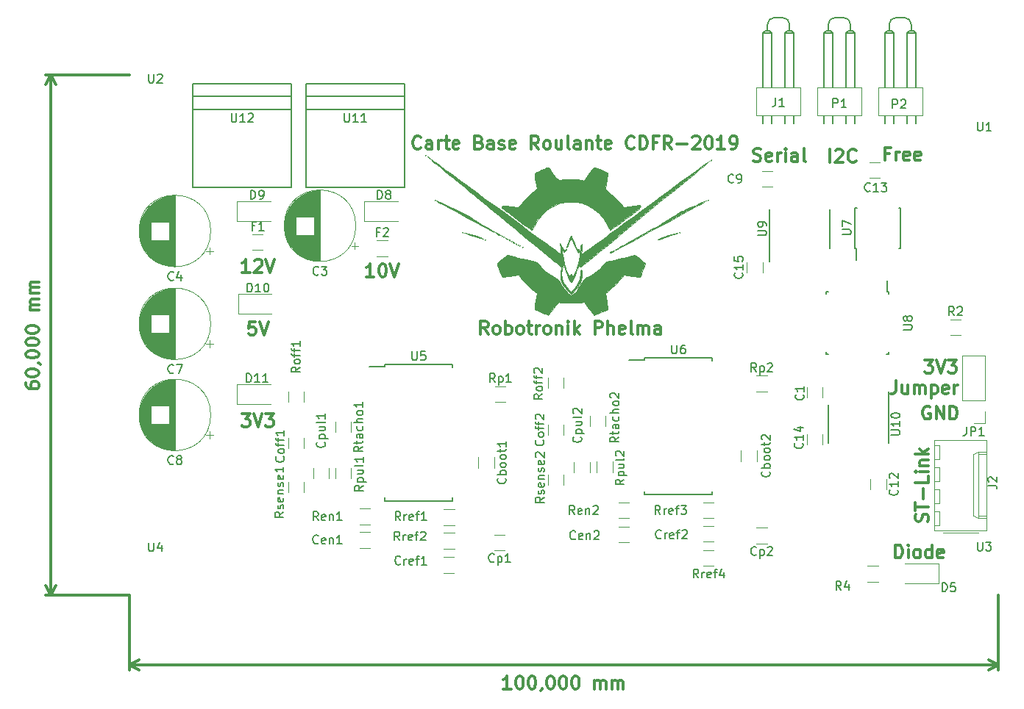
<source format=gto>
G04 #@! TF.GenerationSoftware,KiCad,Pcbnew,(5.0.0-3-g5ebb6b6)*
G04 #@! TF.CreationDate,2019-01-22T16:43:08+01:00*
G04 #@! TF.ProjectId,Motor_Card,4D6F746F725F436172642E6B69636164,rev?*
G04 #@! TF.SameCoordinates,Original*
G04 #@! TF.FileFunction,Legend,Top*
G04 #@! TF.FilePolarity,Positive*
%FSLAX46Y46*%
G04 Gerber Fmt 4.6, Leading zero omitted, Abs format (unit mm)*
G04 Created by KiCad (PCBNEW (5.0.0-3-g5ebb6b6)) date Tuesday 22 January 2019 à 16:43:08*
%MOMM*%
%LPD*%
G01*
G04 APERTURE LIST*
%ADD10C,0.300000*%
%ADD11C,0.150000*%
%ADD12C,0.120000*%
%ADD13C,0.010000*%
G04 APERTURE END LIST*
D10*
X158150000Y-115678571D02*
X158150000Y-114178571D01*
X158507142Y-114178571D01*
X158721428Y-114250000D01*
X158864285Y-114392857D01*
X158935714Y-114535714D01*
X159007142Y-114821428D01*
X159007142Y-115035714D01*
X158935714Y-115321428D01*
X158864285Y-115464285D01*
X158721428Y-115607142D01*
X158507142Y-115678571D01*
X158150000Y-115678571D01*
X159650000Y-115678571D02*
X159650000Y-114678571D01*
X159650000Y-114178571D02*
X159578571Y-114250000D01*
X159650000Y-114321428D01*
X159721428Y-114250000D01*
X159650000Y-114178571D01*
X159650000Y-114321428D01*
X160578571Y-115678571D02*
X160435714Y-115607142D01*
X160364285Y-115535714D01*
X160292857Y-115392857D01*
X160292857Y-114964285D01*
X160364285Y-114821428D01*
X160435714Y-114750000D01*
X160578571Y-114678571D01*
X160792857Y-114678571D01*
X160935714Y-114750000D01*
X161007142Y-114821428D01*
X161078571Y-114964285D01*
X161078571Y-115392857D01*
X161007142Y-115535714D01*
X160935714Y-115607142D01*
X160792857Y-115678571D01*
X160578571Y-115678571D01*
X162364285Y-115678571D02*
X162364285Y-114178571D01*
X162364285Y-115607142D02*
X162221428Y-115678571D01*
X161935714Y-115678571D01*
X161792857Y-115607142D01*
X161721428Y-115535714D01*
X161650000Y-115392857D01*
X161650000Y-114964285D01*
X161721428Y-114821428D01*
X161792857Y-114750000D01*
X161935714Y-114678571D01*
X162221428Y-114678571D01*
X162364285Y-114750000D01*
X163650000Y-115607142D02*
X163507142Y-115678571D01*
X163221428Y-115678571D01*
X163078571Y-115607142D01*
X163007142Y-115464285D01*
X163007142Y-114892857D01*
X163078571Y-114750000D01*
X163221428Y-114678571D01*
X163507142Y-114678571D01*
X163650000Y-114750000D01*
X163721428Y-114892857D01*
X163721428Y-115035714D01*
X163007142Y-115178571D01*
X82942857Y-99078571D02*
X83871428Y-99078571D01*
X83371428Y-99650000D01*
X83585714Y-99650000D01*
X83728571Y-99721428D01*
X83800000Y-99792857D01*
X83871428Y-99935714D01*
X83871428Y-100292857D01*
X83800000Y-100435714D01*
X83728571Y-100507142D01*
X83585714Y-100578571D01*
X83157142Y-100578571D01*
X83014285Y-100507142D01*
X82942857Y-100435714D01*
X84300000Y-99078571D02*
X84800000Y-100578571D01*
X85300000Y-99078571D01*
X85657142Y-99078571D02*
X86585714Y-99078571D01*
X86085714Y-99650000D01*
X86300000Y-99650000D01*
X86442857Y-99721428D01*
X86514285Y-99792857D01*
X86585714Y-99935714D01*
X86585714Y-100292857D01*
X86514285Y-100435714D01*
X86442857Y-100507142D01*
X86300000Y-100578571D01*
X85871428Y-100578571D01*
X85728571Y-100507142D01*
X85657142Y-100435714D01*
X84514285Y-88478571D02*
X83800000Y-88478571D01*
X83728571Y-89192857D01*
X83800000Y-89121428D01*
X83942857Y-89050000D01*
X84300000Y-89050000D01*
X84442857Y-89121428D01*
X84514285Y-89192857D01*
X84585714Y-89335714D01*
X84585714Y-89692857D01*
X84514285Y-89835714D01*
X84442857Y-89907142D01*
X84300000Y-89978571D01*
X83942857Y-89978571D01*
X83800000Y-89907142D01*
X83728571Y-89835714D01*
X85014285Y-88478571D02*
X85514285Y-89978571D01*
X86014285Y-88478571D01*
X111300000Y-89878571D02*
X110800000Y-89164285D01*
X110442857Y-89878571D02*
X110442857Y-88378571D01*
X111014285Y-88378571D01*
X111157142Y-88450000D01*
X111228571Y-88521428D01*
X111300000Y-88664285D01*
X111300000Y-88878571D01*
X111228571Y-89021428D01*
X111157142Y-89092857D01*
X111014285Y-89164285D01*
X110442857Y-89164285D01*
X112157142Y-89878571D02*
X112014285Y-89807142D01*
X111942857Y-89735714D01*
X111871428Y-89592857D01*
X111871428Y-89164285D01*
X111942857Y-89021428D01*
X112014285Y-88950000D01*
X112157142Y-88878571D01*
X112371428Y-88878571D01*
X112514285Y-88950000D01*
X112585714Y-89021428D01*
X112657142Y-89164285D01*
X112657142Y-89592857D01*
X112585714Y-89735714D01*
X112514285Y-89807142D01*
X112371428Y-89878571D01*
X112157142Y-89878571D01*
X113300000Y-89878571D02*
X113300000Y-88378571D01*
X113300000Y-88950000D02*
X113442857Y-88878571D01*
X113728571Y-88878571D01*
X113871428Y-88950000D01*
X113942857Y-89021428D01*
X114014285Y-89164285D01*
X114014285Y-89592857D01*
X113942857Y-89735714D01*
X113871428Y-89807142D01*
X113728571Y-89878571D01*
X113442857Y-89878571D01*
X113300000Y-89807142D01*
X114871428Y-89878571D02*
X114728571Y-89807142D01*
X114657142Y-89735714D01*
X114585714Y-89592857D01*
X114585714Y-89164285D01*
X114657142Y-89021428D01*
X114728571Y-88950000D01*
X114871428Y-88878571D01*
X115085714Y-88878571D01*
X115228571Y-88950000D01*
X115300000Y-89021428D01*
X115371428Y-89164285D01*
X115371428Y-89592857D01*
X115300000Y-89735714D01*
X115228571Y-89807142D01*
X115085714Y-89878571D01*
X114871428Y-89878571D01*
X115800000Y-88878571D02*
X116371428Y-88878571D01*
X116014285Y-88378571D02*
X116014285Y-89664285D01*
X116085714Y-89807142D01*
X116228571Y-89878571D01*
X116371428Y-89878571D01*
X116871428Y-89878571D02*
X116871428Y-88878571D01*
X116871428Y-89164285D02*
X116942857Y-89021428D01*
X117014285Y-88950000D01*
X117157142Y-88878571D01*
X117300000Y-88878571D01*
X118014285Y-89878571D02*
X117871428Y-89807142D01*
X117800000Y-89735714D01*
X117728571Y-89592857D01*
X117728571Y-89164285D01*
X117800000Y-89021428D01*
X117871428Y-88950000D01*
X118014285Y-88878571D01*
X118228571Y-88878571D01*
X118371428Y-88950000D01*
X118442857Y-89021428D01*
X118514285Y-89164285D01*
X118514285Y-89592857D01*
X118442857Y-89735714D01*
X118371428Y-89807142D01*
X118228571Y-89878571D01*
X118014285Y-89878571D01*
X119157142Y-88878571D02*
X119157142Y-89878571D01*
X119157142Y-89021428D02*
X119228571Y-88950000D01*
X119371428Y-88878571D01*
X119585714Y-88878571D01*
X119728571Y-88950000D01*
X119800000Y-89092857D01*
X119800000Y-89878571D01*
X120514285Y-89878571D02*
X120514285Y-88878571D01*
X120514285Y-88378571D02*
X120442857Y-88450000D01*
X120514285Y-88521428D01*
X120585714Y-88450000D01*
X120514285Y-88378571D01*
X120514285Y-88521428D01*
X121228571Y-89878571D02*
X121228571Y-88378571D01*
X121371428Y-89307142D02*
X121800000Y-89878571D01*
X121800000Y-88878571D02*
X121228571Y-89450000D01*
X123585714Y-89878571D02*
X123585714Y-88378571D01*
X124157142Y-88378571D01*
X124300000Y-88450000D01*
X124371428Y-88521428D01*
X124442857Y-88664285D01*
X124442857Y-88878571D01*
X124371428Y-89021428D01*
X124300000Y-89092857D01*
X124157142Y-89164285D01*
X123585714Y-89164285D01*
X125085714Y-89878571D02*
X125085714Y-88378571D01*
X125728571Y-89878571D02*
X125728571Y-89092857D01*
X125657142Y-88950000D01*
X125514285Y-88878571D01*
X125300000Y-88878571D01*
X125157142Y-88950000D01*
X125085714Y-89021428D01*
X127014285Y-89807142D02*
X126871428Y-89878571D01*
X126585714Y-89878571D01*
X126442857Y-89807142D01*
X126371428Y-89664285D01*
X126371428Y-89092857D01*
X126442857Y-88950000D01*
X126585714Y-88878571D01*
X126871428Y-88878571D01*
X127014285Y-88950000D01*
X127085714Y-89092857D01*
X127085714Y-89235714D01*
X126371428Y-89378571D01*
X127942857Y-89878571D02*
X127800000Y-89807142D01*
X127728571Y-89664285D01*
X127728571Y-88378571D01*
X128514285Y-89878571D02*
X128514285Y-88878571D01*
X128514285Y-89021428D02*
X128585714Y-88950000D01*
X128728571Y-88878571D01*
X128942857Y-88878571D01*
X129085714Y-88950000D01*
X129157142Y-89092857D01*
X129157142Y-89878571D01*
X129157142Y-89092857D02*
X129228571Y-88950000D01*
X129371428Y-88878571D01*
X129585714Y-88878571D01*
X129728571Y-88950000D01*
X129800000Y-89092857D01*
X129800000Y-89878571D01*
X131157142Y-89878571D02*
X131157142Y-89092857D01*
X131085714Y-88950000D01*
X130942857Y-88878571D01*
X130657142Y-88878571D01*
X130514285Y-88950000D01*
X131157142Y-89807142D02*
X131014285Y-89878571D01*
X130657142Y-89878571D01*
X130514285Y-89807142D01*
X130442857Y-89664285D01*
X130442857Y-89521428D01*
X130514285Y-89378571D01*
X130657142Y-89307142D01*
X131014285Y-89307142D01*
X131157142Y-89235714D01*
X103550000Y-68435714D02*
X103478571Y-68507142D01*
X103264285Y-68578571D01*
X103121428Y-68578571D01*
X102907142Y-68507142D01*
X102764285Y-68364285D01*
X102692857Y-68221428D01*
X102621428Y-67935714D01*
X102621428Y-67721428D01*
X102692857Y-67435714D01*
X102764285Y-67292857D01*
X102907142Y-67150000D01*
X103121428Y-67078571D01*
X103264285Y-67078571D01*
X103478571Y-67150000D01*
X103550000Y-67221428D01*
X104835714Y-68578571D02*
X104835714Y-67792857D01*
X104764285Y-67650000D01*
X104621428Y-67578571D01*
X104335714Y-67578571D01*
X104192857Y-67650000D01*
X104835714Y-68507142D02*
X104692857Y-68578571D01*
X104335714Y-68578571D01*
X104192857Y-68507142D01*
X104121428Y-68364285D01*
X104121428Y-68221428D01*
X104192857Y-68078571D01*
X104335714Y-68007142D01*
X104692857Y-68007142D01*
X104835714Y-67935714D01*
X105550000Y-68578571D02*
X105550000Y-67578571D01*
X105550000Y-67864285D02*
X105621428Y-67721428D01*
X105692857Y-67650000D01*
X105835714Y-67578571D01*
X105978571Y-67578571D01*
X106264285Y-67578571D02*
X106835714Y-67578571D01*
X106478571Y-67078571D02*
X106478571Y-68364285D01*
X106550000Y-68507142D01*
X106692857Y-68578571D01*
X106835714Y-68578571D01*
X107907142Y-68507142D02*
X107764285Y-68578571D01*
X107478571Y-68578571D01*
X107335714Y-68507142D01*
X107264285Y-68364285D01*
X107264285Y-67792857D01*
X107335714Y-67650000D01*
X107478571Y-67578571D01*
X107764285Y-67578571D01*
X107907142Y-67650000D01*
X107978571Y-67792857D01*
X107978571Y-67935714D01*
X107264285Y-68078571D01*
X110264285Y-67792857D02*
X110478571Y-67864285D01*
X110550000Y-67935714D01*
X110621428Y-68078571D01*
X110621428Y-68292857D01*
X110550000Y-68435714D01*
X110478571Y-68507142D01*
X110335714Y-68578571D01*
X109764285Y-68578571D01*
X109764285Y-67078571D01*
X110264285Y-67078571D01*
X110407142Y-67150000D01*
X110478571Y-67221428D01*
X110550000Y-67364285D01*
X110550000Y-67507142D01*
X110478571Y-67650000D01*
X110407142Y-67721428D01*
X110264285Y-67792857D01*
X109764285Y-67792857D01*
X111907142Y-68578571D02*
X111907142Y-67792857D01*
X111835714Y-67650000D01*
X111692857Y-67578571D01*
X111407142Y-67578571D01*
X111264285Y-67650000D01*
X111907142Y-68507142D02*
X111764285Y-68578571D01*
X111407142Y-68578571D01*
X111264285Y-68507142D01*
X111192857Y-68364285D01*
X111192857Y-68221428D01*
X111264285Y-68078571D01*
X111407142Y-68007142D01*
X111764285Y-68007142D01*
X111907142Y-67935714D01*
X112550000Y-68507142D02*
X112692857Y-68578571D01*
X112978571Y-68578571D01*
X113121428Y-68507142D01*
X113192857Y-68364285D01*
X113192857Y-68292857D01*
X113121428Y-68150000D01*
X112978571Y-68078571D01*
X112764285Y-68078571D01*
X112621428Y-68007142D01*
X112550000Y-67864285D01*
X112550000Y-67792857D01*
X112621428Y-67650000D01*
X112764285Y-67578571D01*
X112978571Y-67578571D01*
X113121428Y-67650000D01*
X114407142Y-68507142D02*
X114264285Y-68578571D01*
X113978571Y-68578571D01*
X113835714Y-68507142D01*
X113764285Y-68364285D01*
X113764285Y-67792857D01*
X113835714Y-67650000D01*
X113978571Y-67578571D01*
X114264285Y-67578571D01*
X114407142Y-67650000D01*
X114478571Y-67792857D01*
X114478571Y-67935714D01*
X113764285Y-68078571D01*
X117121428Y-68578571D02*
X116621428Y-67864285D01*
X116264285Y-68578571D02*
X116264285Y-67078571D01*
X116835714Y-67078571D01*
X116978571Y-67150000D01*
X117050000Y-67221428D01*
X117121428Y-67364285D01*
X117121428Y-67578571D01*
X117050000Y-67721428D01*
X116978571Y-67792857D01*
X116835714Y-67864285D01*
X116264285Y-67864285D01*
X117978571Y-68578571D02*
X117835714Y-68507142D01*
X117764285Y-68435714D01*
X117692857Y-68292857D01*
X117692857Y-67864285D01*
X117764285Y-67721428D01*
X117835714Y-67650000D01*
X117978571Y-67578571D01*
X118192857Y-67578571D01*
X118335714Y-67650000D01*
X118407142Y-67721428D01*
X118478571Y-67864285D01*
X118478571Y-68292857D01*
X118407142Y-68435714D01*
X118335714Y-68507142D01*
X118192857Y-68578571D01*
X117978571Y-68578571D01*
X119764285Y-67578571D02*
X119764285Y-68578571D01*
X119121428Y-67578571D02*
X119121428Y-68364285D01*
X119192857Y-68507142D01*
X119335714Y-68578571D01*
X119550000Y-68578571D01*
X119692857Y-68507142D01*
X119764285Y-68435714D01*
X120692857Y-68578571D02*
X120550000Y-68507142D01*
X120478571Y-68364285D01*
X120478571Y-67078571D01*
X121907142Y-68578571D02*
X121907142Y-67792857D01*
X121835714Y-67650000D01*
X121692857Y-67578571D01*
X121407142Y-67578571D01*
X121264285Y-67650000D01*
X121907142Y-68507142D02*
X121764285Y-68578571D01*
X121407142Y-68578571D01*
X121264285Y-68507142D01*
X121192857Y-68364285D01*
X121192857Y-68221428D01*
X121264285Y-68078571D01*
X121407142Y-68007142D01*
X121764285Y-68007142D01*
X121907142Y-67935714D01*
X122621428Y-67578571D02*
X122621428Y-68578571D01*
X122621428Y-67721428D02*
X122692857Y-67650000D01*
X122835714Y-67578571D01*
X123050000Y-67578571D01*
X123192857Y-67650000D01*
X123264285Y-67792857D01*
X123264285Y-68578571D01*
X123764285Y-67578571D02*
X124335714Y-67578571D01*
X123978571Y-67078571D02*
X123978571Y-68364285D01*
X124050000Y-68507142D01*
X124192857Y-68578571D01*
X124335714Y-68578571D01*
X125407142Y-68507142D02*
X125264285Y-68578571D01*
X124978571Y-68578571D01*
X124835714Y-68507142D01*
X124764285Y-68364285D01*
X124764285Y-67792857D01*
X124835714Y-67650000D01*
X124978571Y-67578571D01*
X125264285Y-67578571D01*
X125407142Y-67650000D01*
X125478571Y-67792857D01*
X125478571Y-67935714D01*
X124764285Y-68078571D01*
X128121428Y-68435714D02*
X128050000Y-68507142D01*
X127835714Y-68578571D01*
X127692857Y-68578571D01*
X127478571Y-68507142D01*
X127335714Y-68364285D01*
X127264285Y-68221428D01*
X127192857Y-67935714D01*
X127192857Y-67721428D01*
X127264285Y-67435714D01*
X127335714Y-67292857D01*
X127478571Y-67150000D01*
X127692857Y-67078571D01*
X127835714Y-67078571D01*
X128050000Y-67150000D01*
X128121428Y-67221428D01*
X128764285Y-68578571D02*
X128764285Y-67078571D01*
X129121428Y-67078571D01*
X129335714Y-67150000D01*
X129478571Y-67292857D01*
X129550000Y-67435714D01*
X129621428Y-67721428D01*
X129621428Y-67935714D01*
X129550000Y-68221428D01*
X129478571Y-68364285D01*
X129335714Y-68507142D01*
X129121428Y-68578571D01*
X128764285Y-68578571D01*
X130764285Y-67792857D02*
X130264285Y-67792857D01*
X130264285Y-68578571D02*
X130264285Y-67078571D01*
X130978571Y-67078571D01*
X132407142Y-68578571D02*
X131907142Y-67864285D01*
X131550000Y-68578571D02*
X131550000Y-67078571D01*
X132121428Y-67078571D01*
X132264285Y-67150000D01*
X132335714Y-67221428D01*
X132407142Y-67364285D01*
X132407142Y-67578571D01*
X132335714Y-67721428D01*
X132264285Y-67792857D01*
X132121428Y-67864285D01*
X131550000Y-67864285D01*
X133050000Y-68007142D02*
X134192857Y-68007142D01*
X134835714Y-67221428D02*
X134907142Y-67150000D01*
X135050000Y-67078571D01*
X135407142Y-67078571D01*
X135550000Y-67150000D01*
X135621428Y-67221428D01*
X135692857Y-67364285D01*
X135692857Y-67507142D01*
X135621428Y-67721428D01*
X134764285Y-68578571D01*
X135692857Y-68578571D01*
X136621428Y-67078571D02*
X136764285Y-67078571D01*
X136907142Y-67150000D01*
X136978571Y-67221428D01*
X137050000Y-67364285D01*
X137121428Y-67650000D01*
X137121428Y-68007142D01*
X137050000Y-68292857D01*
X136978571Y-68435714D01*
X136907142Y-68507142D01*
X136764285Y-68578571D01*
X136621428Y-68578571D01*
X136478571Y-68507142D01*
X136407142Y-68435714D01*
X136335714Y-68292857D01*
X136264285Y-68007142D01*
X136264285Y-67650000D01*
X136335714Y-67364285D01*
X136407142Y-67221428D01*
X136478571Y-67150000D01*
X136621428Y-67078571D01*
X138550000Y-68578571D02*
X137692857Y-68578571D01*
X138121428Y-68578571D02*
X138121428Y-67078571D01*
X137978571Y-67292857D01*
X137835714Y-67435714D01*
X137692857Y-67507142D01*
X139264285Y-68578571D02*
X139550000Y-68578571D01*
X139692857Y-68507142D01*
X139764285Y-68435714D01*
X139907142Y-68221428D01*
X139978571Y-67935714D01*
X139978571Y-67364285D01*
X139907142Y-67221428D01*
X139835714Y-67150000D01*
X139692857Y-67078571D01*
X139407142Y-67078571D01*
X139264285Y-67150000D01*
X139192857Y-67221428D01*
X139121428Y-67364285D01*
X139121428Y-67721428D01*
X139192857Y-67864285D01*
X139264285Y-67935714D01*
X139407142Y-68007142D01*
X139692857Y-68007142D01*
X139835714Y-67935714D01*
X139907142Y-67864285D01*
X139978571Y-67721428D01*
X157464285Y-69092857D02*
X156964285Y-69092857D01*
X156964285Y-69878571D02*
X156964285Y-68378571D01*
X157678571Y-68378571D01*
X158250000Y-69878571D02*
X158250000Y-68878571D01*
X158250000Y-69164285D02*
X158321428Y-69021428D01*
X158392857Y-68950000D01*
X158535714Y-68878571D01*
X158678571Y-68878571D01*
X159750000Y-69807142D02*
X159607142Y-69878571D01*
X159321428Y-69878571D01*
X159178571Y-69807142D01*
X159107142Y-69664285D01*
X159107142Y-69092857D01*
X159178571Y-68950000D01*
X159321428Y-68878571D01*
X159607142Y-68878571D01*
X159750000Y-68950000D01*
X159821428Y-69092857D01*
X159821428Y-69235714D01*
X159107142Y-69378571D01*
X161035714Y-69807142D02*
X160892857Y-69878571D01*
X160607142Y-69878571D01*
X160464285Y-69807142D01*
X160392857Y-69664285D01*
X160392857Y-69092857D01*
X160464285Y-68950000D01*
X160607142Y-68878571D01*
X160892857Y-68878571D01*
X161035714Y-68950000D01*
X161107142Y-69092857D01*
X161107142Y-69235714D01*
X160392857Y-69378571D01*
X150635714Y-70078571D02*
X150635714Y-68578571D01*
X151278571Y-68721428D02*
X151350000Y-68650000D01*
X151492857Y-68578571D01*
X151850000Y-68578571D01*
X151992857Y-68650000D01*
X152064285Y-68721428D01*
X152135714Y-68864285D01*
X152135714Y-69007142D01*
X152064285Y-69221428D01*
X151207142Y-70078571D01*
X152135714Y-70078571D01*
X153635714Y-69935714D02*
X153564285Y-70007142D01*
X153350000Y-70078571D01*
X153207142Y-70078571D01*
X152992857Y-70007142D01*
X152850000Y-69864285D01*
X152778571Y-69721428D01*
X152707142Y-69435714D01*
X152707142Y-69221428D01*
X152778571Y-68935714D01*
X152850000Y-68792857D01*
X152992857Y-68650000D01*
X153207142Y-68578571D01*
X153350000Y-68578571D01*
X153564285Y-68650000D01*
X153635714Y-68721428D01*
X141835714Y-69907142D02*
X142050000Y-69978571D01*
X142407142Y-69978571D01*
X142550000Y-69907142D01*
X142621428Y-69835714D01*
X142692857Y-69692857D01*
X142692857Y-69550000D01*
X142621428Y-69407142D01*
X142550000Y-69335714D01*
X142407142Y-69264285D01*
X142121428Y-69192857D01*
X141978571Y-69121428D01*
X141907142Y-69050000D01*
X141835714Y-68907142D01*
X141835714Y-68764285D01*
X141907142Y-68621428D01*
X141978571Y-68550000D01*
X142121428Y-68478571D01*
X142478571Y-68478571D01*
X142692857Y-68550000D01*
X143907142Y-69907142D02*
X143764285Y-69978571D01*
X143478571Y-69978571D01*
X143335714Y-69907142D01*
X143264285Y-69764285D01*
X143264285Y-69192857D01*
X143335714Y-69050000D01*
X143478571Y-68978571D01*
X143764285Y-68978571D01*
X143907142Y-69050000D01*
X143978571Y-69192857D01*
X143978571Y-69335714D01*
X143264285Y-69478571D01*
X144621428Y-69978571D02*
X144621428Y-68978571D01*
X144621428Y-69264285D02*
X144692857Y-69121428D01*
X144764285Y-69050000D01*
X144907142Y-68978571D01*
X145050000Y-68978571D01*
X145550000Y-69978571D02*
X145550000Y-68978571D01*
X145550000Y-68478571D02*
X145478571Y-68550000D01*
X145550000Y-68621428D01*
X145621428Y-68550000D01*
X145550000Y-68478571D01*
X145550000Y-68621428D01*
X146907142Y-69978571D02*
X146907142Y-69192857D01*
X146835714Y-69050000D01*
X146692857Y-68978571D01*
X146407142Y-68978571D01*
X146264285Y-69050000D01*
X146907142Y-69907142D02*
X146764285Y-69978571D01*
X146407142Y-69978571D01*
X146264285Y-69907142D01*
X146192857Y-69764285D01*
X146192857Y-69621428D01*
X146264285Y-69478571D01*
X146407142Y-69407142D01*
X146764285Y-69407142D01*
X146907142Y-69335714D01*
X147835714Y-69978571D02*
X147692857Y-69907142D01*
X147621428Y-69764285D01*
X147621428Y-68478571D01*
X161907142Y-111478571D02*
X161978571Y-111264285D01*
X161978571Y-110907142D01*
X161907142Y-110764285D01*
X161835714Y-110692857D01*
X161692857Y-110621428D01*
X161550000Y-110621428D01*
X161407142Y-110692857D01*
X161335714Y-110764285D01*
X161264285Y-110907142D01*
X161192857Y-111192857D01*
X161121428Y-111335714D01*
X161050000Y-111407142D01*
X160907142Y-111478571D01*
X160764285Y-111478571D01*
X160621428Y-111407142D01*
X160550000Y-111335714D01*
X160478571Y-111192857D01*
X160478571Y-110835714D01*
X160550000Y-110621428D01*
X160478571Y-110192857D02*
X160478571Y-109335714D01*
X161978571Y-109764285D02*
X160478571Y-109764285D01*
X161407142Y-108835714D02*
X161407142Y-107692857D01*
X161978571Y-106264285D02*
X161978571Y-106978571D01*
X160478571Y-106978571D01*
X161978571Y-105764285D02*
X160978571Y-105764285D01*
X160478571Y-105764285D02*
X160550000Y-105835714D01*
X160621428Y-105764285D01*
X160550000Y-105692857D01*
X160478571Y-105764285D01*
X160621428Y-105764285D01*
X160978571Y-105050000D02*
X161978571Y-105050000D01*
X161121428Y-105050000D02*
X161050000Y-104978571D01*
X160978571Y-104835714D01*
X160978571Y-104621428D01*
X161050000Y-104478571D01*
X161192857Y-104407142D01*
X161978571Y-104407142D01*
X161978571Y-103692857D02*
X160478571Y-103692857D01*
X161407142Y-103550000D02*
X161978571Y-103121428D01*
X160978571Y-103121428D02*
X161550000Y-103692857D01*
X161542857Y-92878571D02*
X162471428Y-92878571D01*
X161971428Y-93450000D01*
X162185714Y-93450000D01*
X162328571Y-93521428D01*
X162400000Y-93592857D01*
X162471428Y-93735714D01*
X162471428Y-94092857D01*
X162400000Y-94235714D01*
X162328571Y-94307142D01*
X162185714Y-94378571D01*
X161757142Y-94378571D01*
X161614285Y-94307142D01*
X161542857Y-94235714D01*
X162900000Y-92878571D02*
X163400000Y-94378571D01*
X163900000Y-92878571D01*
X164257142Y-92878571D02*
X165185714Y-92878571D01*
X164685714Y-93450000D01*
X164900000Y-93450000D01*
X165042857Y-93521428D01*
X165114285Y-93592857D01*
X165185714Y-93735714D01*
X165185714Y-94092857D01*
X165114285Y-94235714D01*
X165042857Y-94307142D01*
X164900000Y-94378571D01*
X164471428Y-94378571D01*
X164328571Y-94307142D01*
X164257142Y-94235714D01*
X162157142Y-98250000D02*
X162014285Y-98178571D01*
X161800000Y-98178571D01*
X161585714Y-98250000D01*
X161442857Y-98392857D01*
X161371428Y-98535714D01*
X161300000Y-98821428D01*
X161300000Y-99035714D01*
X161371428Y-99321428D01*
X161442857Y-99464285D01*
X161585714Y-99607142D01*
X161800000Y-99678571D01*
X161942857Y-99678571D01*
X162157142Y-99607142D01*
X162228571Y-99535714D01*
X162228571Y-99035714D01*
X161942857Y-99035714D01*
X162871428Y-99678571D02*
X162871428Y-98178571D01*
X163728571Y-99678571D01*
X163728571Y-98178571D01*
X164442857Y-99678571D02*
X164442857Y-98178571D01*
X164800000Y-98178571D01*
X165014285Y-98250000D01*
X165157142Y-98392857D01*
X165228571Y-98535714D01*
X165300000Y-98821428D01*
X165300000Y-99035714D01*
X165228571Y-99321428D01*
X165157142Y-99464285D01*
X165014285Y-99607142D01*
X164800000Y-99678571D01*
X164442857Y-99678571D01*
X158250000Y-95278571D02*
X158250000Y-96350000D01*
X158178571Y-96564285D01*
X158035714Y-96707142D01*
X157821428Y-96778571D01*
X157678571Y-96778571D01*
X159607142Y-95778571D02*
X159607142Y-96778571D01*
X158964285Y-95778571D02*
X158964285Y-96564285D01*
X159035714Y-96707142D01*
X159178571Y-96778571D01*
X159392857Y-96778571D01*
X159535714Y-96707142D01*
X159607142Y-96635714D01*
X160321428Y-96778571D02*
X160321428Y-95778571D01*
X160321428Y-95921428D02*
X160392857Y-95850000D01*
X160535714Y-95778571D01*
X160750000Y-95778571D01*
X160892857Y-95850000D01*
X160964285Y-95992857D01*
X160964285Y-96778571D01*
X160964285Y-95992857D02*
X161035714Y-95850000D01*
X161178571Y-95778571D01*
X161392857Y-95778571D01*
X161535714Y-95850000D01*
X161607142Y-95992857D01*
X161607142Y-96778571D01*
X162321428Y-95778571D02*
X162321428Y-97278571D01*
X162321428Y-95850000D02*
X162464285Y-95778571D01*
X162750000Y-95778571D01*
X162892857Y-95850000D01*
X162964285Y-95921428D01*
X163035714Y-96064285D01*
X163035714Y-96492857D01*
X162964285Y-96635714D01*
X162892857Y-96707142D01*
X162750000Y-96778571D01*
X162464285Y-96778571D01*
X162321428Y-96707142D01*
X164250000Y-96707142D02*
X164107142Y-96778571D01*
X163821428Y-96778571D01*
X163678571Y-96707142D01*
X163607142Y-96564285D01*
X163607142Y-95992857D01*
X163678571Y-95850000D01*
X163821428Y-95778571D01*
X164107142Y-95778571D01*
X164250000Y-95850000D01*
X164321428Y-95992857D01*
X164321428Y-96135714D01*
X163607142Y-96278571D01*
X164964285Y-96778571D02*
X164964285Y-95778571D01*
X164964285Y-96064285D02*
X165035714Y-95921428D01*
X165107142Y-95850000D01*
X165250000Y-95778571D01*
X165392857Y-95778571D01*
X98171428Y-83278571D02*
X97314285Y-83278571D01*
X97742857Y-83278571D02*
X97742857Y-81778571D01*
X97600000Y-81992857D01*
X97457142Y-82135714D01*
X97314285Y-82207142D01*
X99100000Y-81778571D02*
X99242857Y-81778571D01*
X99385714Y-81850000D01*
X99457142Y-81921428D01*
X99528571Y-82064285D01*
X99600000Y-82350000D01*
X99600000Y-82707142D01*
X99528571Y-82992857D01*
X99457142Y-83135714D01*
X99385714Y-83207142D01*
X99242857Y-83278571D01*
X99100000Y-83278571D01*
X98957142Y-83207142D01*
X98885714Y-83135714D01*
X98814285Y-82992857D01*
X98742857Y-82707142D01*
X98742857Y-82350000D01*
X98814285Y-82064285D01*
X98885714Y-81921428D01*
X98957142Y-81850000D01*
X99100000Y-81778571D01*
X100028571Y-81778571D02*
X100528571Y-83278571D01*
X101028571Y-81778571D01*
X83871428Y-82778571D02*
X83014285Y-82778571D01*
X83442857Y-82778571D02*
X83442857Y-81278571D01*
X83300000Y-81492857D01*
X83157142Y-81635714D01*
X83014285Y-81707142D01*
X84442857Y-81421428D02*
X84514285Y-81350000D01*
X84657142Y-81278571D01*
X85014285Y-81278571D01*
X85157142Y-81350000D01*
X85228571Y-81421428D01*
X85300000Y-81564285D01*
X85300000Y-81707142D01*
X85228571Y-81921428D01*
X84371428Y-82778571D01*
X85300000Y-82778571D01*
X85728571Y-81278571D02*
X86228571Y-82778571D01*
X86728571Y-81278571D01*
X58078571Y-95500000D02*
X58078571Y-95785714D01*
X58150000Y-95928571D01*
X58221428Y-96000000D01*
X58435714Y-96142857D01*
X58721428Y-96214285D01*
X59292857Y-96214285D01*
X59435714Y-96142857D01*
X59507142Y-96071428D01*
X59578571Y-95928571D01*
X59578571Y-95642857D01*
X59507142Y-95500000D01*
X59435714Y-95428571D01*
X59292857Y-95357142D01*
X58935714Y-95357142D01*
X58792857Y-95428571D01*
X58721428Y-95500000D01*
X58650000Y-95642857D01*
X58650000Y-95928571D01*
X58721428Y-96071428D01*
X58792857Y-96142857D01*
X58935714Y-96214285D01*
X58078571Y-94428571D02*
X58078571Y-94285714D01*
X58150000Y-94142857D01*
X58221428Y-94071428D01*
X58364285Y-94000000D01*
X58650000Y-93928571D01*
X59007142Y-93928571D01*
X59292857Y-94000000D01*
X59435714Y-94071428D01*
X59507142Y-94142857D01*
X59578571Y-94285714D01*
X59578571Y-94428571D01*
X59507142Y-94571428D01*
X59435714Y-94642857D01*
X59292857Y-94714285D01*
X59007142Y-94785714D01*
X58650000Y-94785714D01*
X58364285Y-94714285D01*
X58221428Y-94642857D01*
X58150000Y-94571428D01*
X58078571Y-94428571D01*
X59507142Y-93214285D02*
X59578571Y-93214285D01*
X59721428Y-93285714D01*
X59792857Y-93357142D01*
X58078571Y-92285714D02*
X58078571Y-92142857D01*
X58150000Y-92000000D01*
X58221428Y-91928571D01*
X58364285Y-91857142D01*
X58650000Y-91785714D01*
X59007142Y-91785714D01*
X59292857Y-91857142D01*
X59435714Y-91928571D01*
X59507142Y-92000000D01*
X59578571Y-92142857D01*
X59578571Y-92285714D01*
X59507142Y-92428571D01*
X59435714Y-92500000D01*
X59292857Y-92571428D01*
X59007142Y-92642857D01*
X58650000Y-92642857D01*
X58364285Y-92571428D01*
X58221428Y-92500000D01*
X58150000Y-92428571D01*
X58078571Y-92285714D01*
X58078571Y-90857142D02*
X58078571Y-90714285D01*
X58150000Y-90571428D01*
X58221428Y-90500000D01*
X58364285Y-90428571D01*
X58650000Y-90357142D01*
X59007142Y-90357142D01*
X59292857Y-90428571D01*
X59435714Y-90500000D01*
X59507142Y-90571428D01*
X59578571Y-90714285D01*
X59578571Y-90857142D01*
X59507142Y-91000000D01*
X59435714Y-91071428D01*
X59292857Y-91142857D01*
X59007142Y-91214285D01*
X58650000Y-91214285D01*
X58364285Y-91142857D01*
X58221428Y-91071428D01*
X58150000Y-91000000D01*
X58078571Y-90857142D01*
X58078571Y-89428571D02*
X58078571Y-89285714D01*
X58150000Y-89142857D01*
X58221428Y-89071428D01*
X58364285Y-89000000D01*
X58650000Y-88928571D01*
X59007142Y-88928571D01*
X59292857Y-89000000D01*
X59435714Y-89071428D01*
X59507142Y-89142857D01*
X59578571Y-89285714D01*
X59578571Y-89428571D01*
X59507142Y-89571428D01*
X59435714Y-89642857D01*
X59292857Y-89714285D01*
X59007142Y-89785714D01*
X58650000Y-89785714D01*
X58364285Y-89714285D01*
X58221428Y-89642857D01*
X58150000Y-89571428D01*
X58078571Y-89428571D01*
X59578571Y-87142857D02*
X58578571Y-87142857D01*
X58721428Y-87142857D02*
X58650000Y-87071428D01*
X58578571Y-86928571D01*
X58578571Y-86714285D01*
X58650000Y-86571428D01*
X58792857Y-86500000D01*
X59578571Y-86500000D01*
X58792857Y-86500000D02*
X58650000Y-86428571D01*
X58578571Y-86285714D01*
X58578571Y-86071428D01*
X58650000Y-85928571D01*
X58792857Y-85857142D01*
X59578571Y-85857142D01*
X59578571Y-85142857D02*
X58578571Y-85142857D01*
X58721428Y-85142857D02*
X58650000Y-85071428D01*
X58578571Y-84928571D01*
X58578571Y-84714285D01*
X58650000Y-84571428D01*
X58792857Y-84500000D01*
X59578571Y-84500000D01*
X58792857Y-84500000D02*
X58650000Y-84428571D01*
X58578571Y-84285714D01*
X58578571Y-84071428D01*
X58650000Y-83928571D01*
X58792857Y-83857142D01*
X59578571Y-83857142D01*
X61000000Y-120000000D02*
X61000000Y-60000000D01*
X70000000Y-120000000D02*
X60413579Y-120000000D01*
X70000000Y-60000000D02*
X60413579Y-60000000D01*
X61000000Y-60000000D02*
X61586421Y-61126504D01*
X61000000Y-60000000D02*
X60413579Y-61126504D01*
X61000000Y-120000000D02*
X61586421Y-118873496D01*
X61000000Y-120000000D02*
X60413579Y-118873496D01*
X113928571Y-130778571D02*
X113071428Y-130778571D01*
X113500000Y-130778571D02*
X113500000Y-129278571D01*
X113357142Y-129492857D01*
X113214285Y-129635714D01*
X113071428Y-129707142D01*
X114857142Y-129278571D02*
X115000000Y-129278571D01*
X115142857Y-129350000D01*
X115214285Y-129421428D01*
X115285714Y-129564285D01*
X115357142Y-129850000D01*
X115357142Y-130207142D01*
X115285714Y-130492857D01*
X115214285Y-130635714D01*
X115142857Y-130707142D01*
X115000000Y-130778571D01*
X114857142Y-130778571D01*
X114714285Y-130707142D01*
X114642857Y-130635714D01*
X114571428Y-130492857D01*
X114500000Y-130207142D01*
X114500000Y-129850000D01*
X114571428Y-129564285D01*
X114642857Y-129421428D01*
X114714285Y-129350000D01*
X114857142Y-129278571D01*
X116285714Y-129278571D02*
X116428571Y-129278571D01*
X116571428Y-129350000D01*
X116642857Y-129421428D01*
X116714285Y-129564285D01*
X116785714Y-129850000D01*
X116785714Y-130207142D01*
X116714285Y-130492857D01*
X116642857Y-130635714D01*
X116571428Y-130707142D01*
X116428571Y-130778571D01*
X116285714Y-130778571D01*
X116142857Y-130707142D01*
X116071428Y-130635714D01*
X116000000Y-130492857D01*
X115928571Y-130207142D01*
X115928571Y-129850000D01*
X116000000Y-129564285D01*
X116071428Y-129421428D01*
X116142857Y-129350000D01*
X116285714Y-129278571D01*
X117500000Y-130707142D02*
X117500000Y-130778571D01*
X117428571Y-130921428D01*
X117357142Y-130992857D01*
X118428571Y-129278571D02*
X118571428Y-129278571D01*
X118714285Y-129350000D01*
X118785714Y-129421428D01*
X118857142Y-129564285D01*
X118928571Y-129850000D01*
X118928571Y-130207142D01*
X118857142Y-130492857D01*
X118785714Y-130635714D01*
X118714285Y-130707142D01*
X118571428Y-130778571D01*
X118428571Y-130778571D01*
X118285714Y-130707142D01*
X118214285Y-130635714D01*
X118142857Y-130492857D01*
X118071428Y-130207142D01*
X118071428Y-129850000D01*
X118142857Y-129564285D01*
X118214285Y-129421428D01*
X118285714Y-129350000D01*
X118428571Y-129278571D01*
X119857142Y-129278571D02*
X120000000Y-129278571D01*
X120142857Y-129350000D01*
X120214285Y-129421428D01*
X120285714Y-129564285D01*
X120357142Y-129850000D01*
X120357142Y-130207142D01*
X120285714Y-130492857D01*
X120214285Y-130635714D01*
X120142857Y-130707142D01*
X120000000Y-130778571D01*
X119857142Y-130778571D01*
X119714285Y-130707142D01*
X119642857Y-130635714D01*
X119571428Y-130492857D01*
X119500000Y-130207142D01*
X119500000Y-129850000D01*
X119571428Y-129564285D01*
X119642857Y-129421428D01*
X119714285Y-129350000D01*
X119857142Y-129278571D01*
X121285714Y-129278571D02*
X121428571Y-129278571D01*
X121571428Y-129350000D01*
X121642857Y-129421428D01*
X121714285Y-129564285D01*
X121785714Y-129850000D01*
X121785714Y-130207142D01*
X121714285Y-130492857D01*
X121642857Y-130635714D01*
X121571428Y-130707142D01*
X121428571Y-130778571D01*
X121285714Y-130778571D01*
X121142857Y-130707142D01*
X121071428Y-130635714D01*
X121000000Y-130492857D01*
X120928571Y-130207142D01*
X120928571Y-129850000D01*
X121000000Y-129564285D01*
X121071428Y-129421428D01*
X121142857Y-129350000D01*
X121285714Y-129278571D01*
X123571428Y-130778571D02*
X123571428Y-129778571D01*
X123571428Y-129921428D02*
X123642857Y-129850000D01*
X123785714Y-129778571D01*
X124000000Y-129778571D01*
X124142857Y-129850000D01*
X124214285Y-129992857D01*
X124214285Y-130778571D01*
X124214285Y-129992857D02*
X124285714Y-129850000D01*
X124428571Y-129778571D01*
X124642857Y-129778571D01*
X124785714Y-129850000D01*
X124857142Y-129992857D01*
X124857142Y-130778571D01*
X125571428Y-130778571D02*
X125571428Y-129778571D01*
X125571428Y-129921428D02*
X125642857Y-129850000D01*
X125785714Y-129778571D01*
X126000000Y-129778571D01*
X126142857Y-129850000D01*
X126214285Y-129992857D01*
X126214285Y-130778571D01*
X126214285Y-129992857D02*
X126285714Y-129850000D01*
X126428571Y-129778571D01*
X126642857Y-129778571D01*
X126785714Y-129850000D01*
X126857142Y-129992857D01*
X126857142Y-130778571D01*
X70000000Y-128000000D02*
X170000000Y-128000000D01*
X70000000Y-120000000D02*
X70000000Y-128586421D01*
X170000000Y-120000000D02*
X170000000Y-128586421D01*
X170000000Y-128000000D02*
X168873496Y-128586421D01*
X170000000Y-128000000D02*
X168873496Y-127413579D01*
X70000000Y-128000000D02*
X71126504Y-128586421D01*
X70000000Y-128000000D02*
X71126504Y-127413579D01*
D11*
G04 #@! TO.C,U10*
X150475000Y-98025000D02*
X150475000Y-102475000D01*
X157375000Y-96500000D02*
X157375000Y-102475000D01*
D12*
G04 #@! TO.C,J2*
X162670000Y-112480000D02*
X168690000Y-112480000D01*
X168690000Y-112480000D02*
X168690000Y-102100000D01*
X168690000Y-102100000D02*
X162670000Y-102100000D01*
X162670000Y-102100000D02*
X162670000Y-112480000D01*
X163700000Y-112770000D02*
X167700000Y-112770000D01*
X168690000Y-111100000D02*
X167690000Y-111100000D01*
X167690000Y-111100000D02*
X167690000Y-103480000D01*
X167690000Y-103480000D02*
X168690000Y-103480000D01*
X167690000Y-111100000D02*
X167160000Y-110850000D01*
X167160000Y-110850000D02*
X167160000Y-103730000D01*
X167160000Y-103730000D02*
X167690000Y-103480000D01*
X168690000Y-110850000D02*
X167690000Y-110850000D01*
X168690000Y-103730000D02*
X167690000Y-103730000D01*
X162670000Y-111900000D02*
X163270000Y-111900000D01*
X163270000Y-111900000D02*
X163270000Y-110300000D01*
X163270000Y-110300000D02*
X162670000Y-110300000D01*
X162670000Y-109360000D02*
X163270000Y-109360000D01*
X163270000Y-109360000D02*
X163270000Y-107760000D01*
X163270000Y-107760000D02*
X162670000Y-107760000D01*
X162670000Y-106820000D02*
X163270000Y-106820000D01*
X163270000Y-106820000D02*
X163270000Y-105220000D01*
X163270000Y-105220000D02*
X162670000Y-105220000D01*
X162670000Y-104280000D02*
X163270000Y-104280000D01*
X163270000Y-104280000D02*
X163270000Y-102680000D01*
X163270000Y-102680000D02*
X162670000Y-102680000D01*
D11*
G04 #@! TO.C,U7*
X153525000Y-79975000D02*
X153650000Y-79975000D01*
X153525000Y-75325000D02*
X153750000Y-75325000D01*
X158775000Y-75325000D02*
X158550000Y-75325000D01*
X158775000Y-79975000D02*
X158550000Y-79975000D01*
X153525000Y-79975000D02*
X153525000Y-75325000D01*
X158775000Y-79975000D02*
X158775000Y-75325000D01*
X153650000Y-79975000D02*
X153650000Y-81325000D01*
D12*
G04 #@! TO.C,Rp2*
X142185436Y-96510000D02*
X143389564Y-96510000D01*
X142185436Y-94690000D02*
X143389564Y-94690000D01*
G04 #@! TO.C,Cpul2*
X121190000Y-105814564D02*
X121190000Y-104610436D01*
X123010000Y-105814564D02*
X123010000Y-104610436D01*
G04 #@! TO.C,Cpul1*
X93010000Y-106514564D02*
X93010000Y-105310436D01*
X91190000Y-106514564D02*
X91190000Y-105310436D01*
G04 #@! TO.C,D11*
X82415000Y-97935000D02*
X86300000Y-97935000D01*
X82415000Y-95665000D02*
X82415000Y-97935000D01*
X86300000Y-95665000D02*
X82415000Y-95665000D01*
G04 #@! TO.C,D9*
X82415000Y-76835000D02*
X86300000Y-76835000D01*
X82415000Y-74565000D02*
X82415000Y-76835000D01*
X86300000Y-74565000D02*
X82415000Y-74565000D01*
D11*
G04 #@! TO.C,U11*
X101685000Y-73000000D02*
X90315000Y-73000000D01*
X101685000Y-71000000D02*
X101685000Y-73000000D01*
X101685000Y-73000000D02*
X90315000Y-73000000D01*
X90315000Y-73000000D02*
X90315000Y-71000000D01*
X101685000Y-71000000D02*
X101685000Y-61000000D01*
X101685000Y-61000000D02*
X90315000Y-61000000D01*
X90315000Y-61000000D02*
X90315000Y-71000000D01*
X101685000Y-64000000D02*
X90315000Y-64000000D01*
X101685000Y-62500000D02*
X90315000Y-62500000D01*
G04 #@! TO.C,U12*
X88685000Y-73000000D02*
X77315000Y-73000000D01*
X88685000Y-71000000D02*
X88685000Y-73000000D01*
X88685000Y-73000000D02*
X77315000Y-73000000D01*
X77315000Y-73000000D02*
X77315000Y-71000000D01*
X88685000Y-71000000D02*
X88685000Y-61000000D01*
X88685000Y-61000000D02*
X77315000Y-61000000D01*
X77315000Y-61000000D02*
X77315000Y-71000000D01*
X88685000Y-64000000D02*
X77315000Y-64000000D01*
X88685000Y-62500000D02*
X77315000Y-62500000D01*
D12*
G04 #@! TO.C,C1*
X147990000Y-96010436D02*
X147990000Y-97214564D01*
X149810000Y-96010436D02*
X149810000Y-97214564D01*
G04 #@! TO.C,C3*
X95959698Y-80115000D02*
X95959698Y-79315000D01*
X96359698Y-79715000D02*
X95559698Y-79715000D01*
X87869000Y-77933000D02*
X87869000Y-76867000D01*
X87909000Y-78168000D02*
X87909000Y-76632000D01*
X87949000Y-78348000D02*
X87949000Y-76452000D01*
X87989000Y-78498000D02*
X87989000Y-76302000D01*
X88029000Y-78629000D02*
X88029000Y-76171000D01*
X88069000Y-78746000D02*
X88069000Y-76054000D01*
X88109000Y-78853000D02*
X88109000Y-75947000D01*
X88149000Y-78952000D02*
X88149000Y-75848000D01*
X88189000Y-79045000D02*
X88189000Y-75755000D01*
X88229000Y-79131000D02*
X88229000Y-75669000D01*
X88269000Y-79213000D02*
X88269000Y-75587000D01*
X88309000Y-79290000D02*
X88309000Y-75510000D01*
X88349000Y-79364000D02*
X88349000Y-75436000D01*
X88389000Y-79434000D02*
X88389000Y-75366000D01*
X88429000Y-79502000D02*
X88429000Y-75298000D01*
X88469000Y-79566000D02*
X88469000Y-75234000D01*
X88509000Y-79628000D02*
X88509000Y-75172000D01*
X88549000Y-79687000D02*
X88549000Y-75113000D01*
X88589000Y-79745000D02*
X88589000Y-75055000D01*
X88629000Y-79800000D02*
X88629000Y-75000000D01*
X88669000Y-79854000D02*
X88669000Y-74946000D01*
X88709000Y-79905000D02*
X88709000Y-74895000D01*
X88749000Y-79956000D02*
X88749000Y-74844000D01*
X88789000Y-80004000D02*
X88789000Y-74796000D01*
X88829000Y-80051000D02*
X88829000Y-74749000D01*
X88869000Y-80097000D02*
X88869000Y-74703000D01*
X88909000Y-80141000D02*
X88909000Y-74659000D01*
X88949000Y-80184000D02*
X88949000Y-74616000D01*
X88989000Y-80226000D02*
X88989000Y-74574000D01*
X89029000Y-80267000D02*
X89029000Y-74533000D01*
X89069000Y-80307000D02*
X89069000Y-74493000D01*
X89109000Y-80345000D02*
X89109000Y-74455000D01*
X89149000Y-80383000D02*
X89149000Y-74417000D01*
X89189000Y-76360000D02*
X89189000Y-74381000D01*
X89189000Y-80419000D02*
X89189000Y-78440000D01*
X89229000Y-76360000D02*
X89229000Y-74345000D01*
X89229000Y-80455000D02*
X89229000Y-78440000D01*
X89269000Y-76360000D02*
X89269000Y-74310000D01*
X89269000Y-80490000D02*
X89269000Y-78440000D01*
X89309000Y-76360000D02*
X89309000Y-74276000D01*
X89309000Y-80524000D02*
X89309000Y-78440000D01*
X89349000Y-76360000D02*
X89349000Y-74244000D01*
X89349000Y-80556000D02*
X89349000Y-78440000D01*
X89389000Y-76360000D02*
X89389000Y-74211000D01*
X89389000Y-80589000D02*
X89389000Y-78440000D01*
X89429000Y-76360000D02*
X89429000Y-74180000D01*
X89429000Y-80620000D02*
X89429000Y-78440000D01*
X89469000Y-76360000D02*
X89469000Y-74150000D01*
X89469000Y-80650000D02*
X89469000Y-78440000D01*
X89509000Y-76360000D02*
X89509000Y-74120000D01*
X89509000Y-80680000D02*
X89509000Y-78440000D01*
X89549000Y-76360000D02*
X89549000Y-74091000D01*
X89549000Y-80709000D02*
X89549000Y-78440000D01*
X89589000Y-76360000D02*
X89589000Y-74062000D01*
X89589000Y-80738000D02*
X89589000Y-78440000D01*
X89629000Y-76360000D02*
X89629000Y-74035000D01*
X89629000Y-80765000D02*
X89629000Y-78440000D01*
X89669000Y-76360000D02*
X89669000Y-74008000D01*
X89669000Y-80792000D02*
X89669000Y-78440000D01*
X89709000Y-76360000D02*
X89709000Y-73982000D01*
X89709000Y-80818000D02*
X89709000Y-78440000D01*
X89749000Y-76360000D02*
X89749000Y-73956000D01*
X89749000Y-80844000D02*
X89749000Y-78440000D01*
X89789000Y-76360000D02*
X89789000Y-73931000D01*
X89789000Y-80869000D02*
X89789000Y-78440000D01*
X89829000Y-76360000D02*
X89829000Y-73907000D01*
X89829000Y-80893000D02*
X89829000Y-78440000D01*
X89869000Y-76360000D02*
X89869000Y-73883000D01*
X89869000Y-80917000D02*
X89869000Y-78440000D01*
X89909000Y-76360000D02*
X89909000Y-73860000D01*
X89909000Y-80940000D02*
X89909000Y-78440000D01*
X89949000Y-76360000D02*
X89949000Y-73838000D01*
X89949000Y-80962000D02*
X89949000Y-78440000D01*
X89989000Y-76360000D02*
X89989000Y-73816000D01*
X89989000Y-80984000D02*
X89989000Y-78440000D01*
X90029000Y-76360000D02*
X90029000Y-73794000D01*
X90029000Y-81006000D02*
X90029000Y-78440000D01*
X90069000Y-76360000D02*
X90069000Y-73773000D01*
X90069000Y-81027000D02*
X90069000Y-78440000D01*
X90109000Y-76360000D02*
X90109000Y-73753000D01*
X90109000Y-81047000D02*
X90109000Y-78440000D01*
X90149000Y-76360000D02*
X90149000Y-73734000D01*
X90149000Y-81066000D02*
X90149000Y-78440000D01*
X90189000Y-76360000D02*
X90189000Y-73714000D01*
X90189000Y-81086000D02*
X90189000Y-78440000D01*
X90229000Y-76360000D02*
X90229000Y-73696000D01*
X90229000Y-81104000D02*
X90229000Y-78440000D01*
X90269000Y-76360000D02*
X90269000Y-73678000D01*
X90269000Y-81122000D02*
X90269000Y-78440000D01*
X90309000Y-76360000D02*
X90309000Y-73660000D01*
X90309000Y-81140000D02*
X90309000Y-78440000D01*
X90349000Y-76360000D02*
X90349000Y-73643000D01*
X90349000Y-81157000D02*
X90349000Y-78440000D01*
X90389000Y-76360000D02*
X90389000Y-73626000D01*
X90389000Y-81174000D02*
X90389000Y-78440000D01*
X90429000Y-76360000D02*
X90429000Y-73610000D01*
X90429000Y-81190000D02*
X90429000Y-78440000D01*
X90469000Y-76360000D02*
X90469000Y-73595000D01*
X90469000Y-81205000D02*
X90469000Y-78440000D01*
X90509000Y-76360000D02*
X90509000Y-73579000D01*
X90509000Y-81221000D02*
X90509000Y-78440000D01*
X90549000Y-76360000D02*
X90549000Y-73565000D01*
X90549000Y-81235000D02*
X90549000Y-78440000D01*
X90589000Y-76360000D02*
X90589000Y-73550000D01*
X90589000Y-81250000D02*
X90589000Y-78440000D01*
X90629000Y-76360000D02*
X90629000Y-73537000D01*
X90629000Y-81263000D02*
X90629000Y-78440000D01*
X90669000Y-76360000D02*
X90669000Y-73523000D01*
X90669000Y-81277000D02*
X90669000Y-78440000D01*
X90709000Y-76360000D02*
X90709000Y-73511000D01*
X90709000Y-81289000D02*
X90709000Y-78440000D01*
X90749000Y-76360000D02*
X90749000Y-73498000D01*
X90749000Y-81302000D02*
X90749000Y-78440000D01*
X90789000Y-76360000D02*
X90789000Y-73486000D01*
X90789000Y-81314000D02*
X90789000Y-78440000D01*
X90829000Y-76360000D02*
X90829000Y-73475000D01*
X90829000Y-81325000D02*
X90829000Y-78440000D01*
X90869000Y-76360000D02*
X90869000Y-73464000D01*
X90869000Y-81336000D02*
X90869000Y-78440000D01*
X90909000Y-76360000D02*
X90909000Y-73453000D01*
X90909000Y-81347000D02*
X90909000Y-78440000D01*
X90949000Y-76360000D02*
X90949000Y-73443000D01*
X90949000Y-81357000D02*
X90949000Y-78440000D01*
X90989000Y-76360000D02*
X90989000Y-73433000D01*
X90989000Y-81367000D02*
X90989000Y-78440000D01*
X91029000Y-76360000D02*
X91029000Y-73424000D01*
X91029000Y-81376000D02*
X91029000Y-78440000D01*
X91069000Y-76360000D02*
X91069000Y-73415000D01*
X91069000Y-81385000D02*
X91069000Y-78440000D01*
X91109000Y-76360000D02*
X91109000Y-73406000D01*
X91109000Y-81394000D02*
X91109000Y-78440000D01*
X91149000Y-76360000D02*
X91149000Y-73398000D01*
X91149000Y-81402000D02*
X91149000Y-78440000D01*
X91189000Y-76360000D02*
X91189000Y-73390000D01*
X91189000Y-81410000D02*
X91189000Y-78440000D01*
X91229000Y-76360000D02*
X91229000Y-73383000D01*
X91229000Y-81417000D02*
X91229000Y-78440000D01*
X91270000Y-81424000D02*
X91270000Y-73376000D01*
X91310000Y-81430000D02*
X91310000Y-73370000D01*
X91350000Y-81437000D02*
X91350000Y-73363000D01*
X91390000Y-81442000D02*
X91390000Y-73358000D01*
X91430000Y-81448000D02*
X91430000Y-73352000D01*
X91470000Y-81452000D02*
X91470000Y-73348000D01*
X91510000Y-81457000D02*
X91510000Y-73343000D01*
X91550000Y-81461000D02*
X91550000Y-73339000D01*
X91590000Y-81465000D02*
X91590000Y-73335000D01*
X91630000Y-81468000D02*
X91630000Y-73332000D01*
X91670000Y-81471000D02*
X91670000Y-73329000D01*
X91710000Y-81474000D02*
X91710000Y-73326000D01*
X91750000Y-81476000D02*
X91750000Y-73324000D01*
X91790000Y-81477000D02*
X91790000Y-73323000D01*
X91830000Y-81479000D02*
X91830000Y-73321000D01*
X91870000Y-81480000D02*
X91870000Y-73320000D01*
X91910000Y-81480000D02*
X91910000Y-73320000D01*
X91950000Y-81480000D02*
X91950000Y-73320000D01*
X96070000Y-77400000D02*
G75*
G03X96070000Y-77400000I-4120000J0D01*
G01*
G04 #@! TO.C,C4*
X79370000Y-78000000D02*
G75*
G03X79370000Y-78000000I-4120000J0D01*
G01*
X75250000Y-82080000D02*
X75250000Y-73920000D01*
X75210000Y-82080000D02*
X75210000Y-73920000D01*
X75170000Y-82080000D02*
X75170000Y-73920000D01*
X75130000Y-82079000D02*
X75130000Y-73921000D01*
X75090000Y-82077000D02*
X75090000Y-73923000D01*
X75050000Y-82076000D02*
X75050000Y-73924000D01*
X75010000Y-82074000D02*
X75010000Y-73926000D01*
X74970000Y-82071000D02*
X74970000Y-73929000D01*
X74930000Y-82068000D02*
X74930000Y-73932000D01*
X74890000Y-82065000D02*
X74890000Y-73935000D01*
X74850000Y-82061000D02*
X74850000Y-73939000D01*
X74810000Y-82057000D02*
X74810000Y-73943000D01*
X74770000Y-82052000D02*
X74770000Y-73948000D01*
X74730000Y-82048000D02*
X74730000Y-73952000D01*
X74690000Y-82042000D02*
X74690000Y-73958000D01*
X74650000Y-82037000D02*
X74650000Y-73963000D01*
X74610000Y-82030000D02*
X74610000Y-73970000D01*
X74570000Y-82024000D02*
X74570000Y-73976000D01*
X74529000Y-82017000D02*
X74529000Y-79040000D01*
X74529000Y-76960000D02*
X74529000Y-73983000D01*
X74489000Y-82010000D02*
X74489000Y-79040000D01*
X74489000Y-76960000D02*
X74489000Y-73990000D01*
X74449000Y-82002000D02*
X74449000Y-79040000D01*
X74449000Y-76960000D02*
X74449000Y-73998000D01*
X74409000Y-81994000D02*
X74409000Y-79040000D01*
X74409000Y-76960000D02*
X74409000Y-74006000D01*
X74369000Y-81985000D02*
X74369000Y-79040000D01*
X74369000Y-76960000D02*
X74369000Y-74015000D01*
X74329000Y-81976000D02*
X74329000Y-79040000D01*
X74329000Y-76960000D02*
X74329000Y-74024000D01*
X74289000Y-81967000D02*
X74289000Y-79040000D01*
X74289000Y-76960000D02*
X74289000Y-74033000D01*
X74249000Y-81957000D02*
X74249000Y-79040000D01*
X74249000Y-76960000D02*
X74249000Y-74043000D01*
X74209000Y-81947000D02*
X74209000Y-79040000D01*
X74209000Y-76960000D02*
X74209000Y-74053000D01*
X74169000Y-81936000D02*
X74169000Y-79040000D01*
X74169000Y-76960000D02*
X74169000Y-74064000D01*
X74129000Y-81925000D02*
X74129000Y-79040000D01*
X74129000Y-76960000D02*
X74129000Y-74075000D01*
X74089000Y-81914000D02*
X74089000Y-79040000D01*
X74089000Y-76960000D02*
X74089000Y-74086000D01*
X74049000Y-81902000D02*
X74049000Y-79040000D01*
X74049000Y-76960000D02*
X74049000Y-74098000D01*
X74009000Y-81889000D02*
X74009000Y-79040000D01*
X74009000Y-76960000D02*
X74009000Y-74111000D01*
X73969000Y-81877000D02*
X73969000Y-79040000D01*
X73969000Y-76960000D02*
X73969000Y-74123000D01*
X73929000Y-81863000D02*
X73929000Y-79040000D01*
X73929000Y-76960000D02*
X73929000Y-74137000D01*
X73889000Y-81850000D02*
X73889000Y-79040000D01*
X73889000Y-76960000D02*
X73889000Y-74150000D01*
X73849000Y-81835000D02*
X73849000Y-79040000D01*
X73849000Y-76960000D02*
X73849000Y-74165000D01*
X73809000Y-81821000D02*
X73809000Y-79040000D01*
X73809000Y-76960000D02*
X73809000Y-74179000D01*
X73769000Y-81805000D02*
X73769000Y-79040000D01*
X73769000Y-76960000D02*
X73769000Y-74195000D01*
X73729000Y-81790000D02*
X73729000Y-79040000D01*
X73729000Y-76960000D02*
X73729000Y-74210000D01*
X73689000Y-81774000D02*
X73689000Y-79040000D01*
X73689000Y-76960000D02*
X73689000Y-74226000D01*
X73649000Y-81757000D02*
X73649000Y-79040000D01*
X73649000Y-76960000D02*
X73649000Y-74243000D01*
X73609000Y-81740000D02*
X73609000Y-79040000D01*
X73609000Y-76960000D02*
X73609000Y-74260000D01*
X73569000Y-81722000D02*
X73569000Y-79040000D01*
X73569000Y-76960000D02*
X73569000Y-74278000D01*
X73529000Y-81704000D02*
X73529000Y-79040000D01*
X73529000Y-76960000D02*
X73529000Y-74296000D01*
X73489000Y-81686000D02*
X73489000Y-79040000D01*
X73489000Y-76960000D02*
X73489000Y-74314000D01*
X73449000Y-81666000D02*
X73449000Y-79040000D01*
X73449000Y-76960000D02*
X73449000Y-74334000D01*
X73409000Y-81647000D02*
X73409000Y-79040000D01*
X73409000Y-76960000D02*
X73409000Y-74353000D01*
X73369000Y-81627000D02*
X73369000Y-79040000D01*
X73369000Y-76960000D02*
X73369000Y-74373000D01*
X73329000Y-81606000D02*
X73329000Y-79040000D01*
X73329000Y-76960000D02*
X73329000Y-74394000D01*
X73289000Y-81584000D02*
X73289000Y-79040000D01*
X73289000Y-76960000D02*
X73289000Y-74416000D01*
X73249000Y-81562000D02*
X73249000Y-79040000D01*
X73249000Y-76960000D02*
X73249000Y-74438000D01*
X73209000Y-81540000D02*
X73209000Y-79040000D01*
X73209000Y-76960000D02*
X73209000Y-74460000D01*
X73169000Y-81517000D02*
X73169000Y-79040000D01*
X73169000Y-76960000D02*
X73169000Y-74483000D01*
X73129000Y-81493000D02*
X73129000Y-79040000D01*
X73129000Y-76960000D02*
X73129000Y-74507000D01*
X73089000Y-81469000D02*
X73089000Y-79040000D01*
X73089000Y-76960000D02*
X73089000Y-74531000D01*
X73049000Y-81444000D02*
X73049000Y-79040000D01*
X73049000Y-76960000D02*
X73049000Y-74556000D01*
X73009000Y-81418000D02*
X73009000Y-79040000D01*
X73009000Y-76960000D02*
X73009000Y-74582000D01*
X72969000Y-81392000D02*
X72969000Y-79040000D01*
X72969000Y-76960000D02*
X72969000Y-74608000D01*
X72929000Y-81365000D02*
X72929000Y-79040000D01*
X72929000Y-76960000D02*
X72929000Y-74635000D01*
X72889000Y-81338000D02*
X72889000Y-79040000D01*
X72889000Y-76960000D02*
X72889000Y-74662000D01*
X72849000Y-81309000D02*
X72849000Y-79040000D01*
X72849000Y-76960000D02*
X72849000Y-74691000D01*
X72809000Y-81280000D02*
X72809000Y-79040000D01*
X72809000Y-76960000D02*
X72809000Y-74720000D01*
X72769000Y-81250000D02*
X72769000Y-79040000D01*
X72769000Y-76960000D02*
X72769000Y-74750000D01*
X72729000Y-81220000D02*
X72729000Y-79040000D01*
X72729000Y-76960000D02*
X72729000Y-74780000D01*
X72689000Y-81189000D02*
X72689000Y-79040000D01*
X72689000Y-76960000D02*
X72689000Y-74811000D01*
X72649000Y-81156000D02*
X72649000Y-79040000D01*
X72649000Y-76960000D02*
X72649000Y-74844000D01*
X72609000Y-81124000D02*
X72609000Y-79040000D01*
X72609000Y-76960000D02*
X72609000Y-74876000D01*
X72569000Y-81090000D02*
X72569000Y-79040000D01*
X72569000Y-76960000D02*
X72569000Y-74910000D01*
X72529000Y-81055000D02*
X72529000Y-79040000D01*
X72529000Y-76960000D02*
X72529000Y-74945000D01*
X72489000Y-81019000D02*
X72489000Y-79040000D01*
X72489000Y-76960000D02*
X72489000Y-74981000D01*
X72449000Y-80983000D02*
X72449000Y-75017000D01*
X72409000Y-80945000D02*
X72409000Y-75055000D01*
X72369000Y-80907000D02*
X72369000Y-75093000D01*
X72329000Y-80867000D02*
X72329000Y-75133000D01*
X72289000Y-80826000D02*
X72289000Y-75174000D01*
X72249000Y-80784000D02*
X72249000Y-75216000D01*
X72209000Y-80741000D02*
X72209000Y-75259000D01*
X72169000Y-80697000D02*
X72169000Y-75303000D01*
X72129000Y-80651000D02*
X72129000Y-75349000D01*
X72089000Y-80604000D02*
X72089000Y-75396000D01*
X72049000Y-80556000D02*
X72049000Y-75444000D01*
X72009000Y-80505000D02*
X72009000Y-75495000D01*
X71969000Y-80454000D02*
X71969000Y-75546000D01*
X71929000Y-80400000D02*
X71929000Y-75600000D01*
X71889000Y-80345000D02*
X71889000Y-75655000D01*
X71849000Y-80287000D02*
X71849000Y-75713000D01*
X71809000Y-80228000D02*
X71809000Y-75772000D01*
X71769000Y-80166000D02*
X71769000Y-75834000D01*
X71729000Y-80102000D02*
X71729000Y-75898000D01*
X71689000Y-80034000D02*
X71689000Y-75966000D01*
X71649000Y-79964000D02*
X71649000Y-76036000D01*
X71609000Y-79890000D02*
X71609000Y-76110000D01*
X71569000Y-79813000D02*
X71569000Y-76187000D01*
X71529000Y-79731000D02*
X71529000Y-76269000D01*
X71489000Y-79645000D02*
X71489000Y-76355000D01*
X71449000Y-79552000D02*
X71449000Y-76448000D01*
X71409000Y-79453000D02*
X71409000Y-76547000D01*
X71369000Y-79346000D02*
X71369000Y-76654000D01*
X71329000Y-79229000D02*
X71329000Y-76771000D01*
X71289000Y-79098000D02*
X71289000Y-76902000D01*
X71249000Y-78948000D02*
X71249000Y-77052000D01*
X71209000Y-78768000D02*
X71209000Y-77232000D01*
X71169000Y-78533000D02*
X71169000Y-77467000D01*
X79659698Y-80315000D02*
X78859698Y-80315000D01*
X79259698Y-80715000D02*
X79259698Y-79915000D01*
G04 #@! TO.C,C7*
X79259698Y-91415000D02*
X79259698Y-90615000D01*
X79659698Y-91015000D02*
X78859698Y-91015000D01*
X71169000Y-89233000D02*
X71169000Y-88167000D01*
X71209000Y-89468000D02*
X71209000Y-87932000D01*
X71249000Y-89648000D02*
X71249000Y-87752000D01*
X71289000Y-89798000D02*
X71289000Y-87602000D01*
X71329000Y-89929000D02*
X71329000Y-87471000D01*
X71369000Y-90046000D02*
X71369000Y-87354000D01*
X71409000Y-90153000D02*
X71409000Y-87247000D01*
X71449000Y-90252000D02*
X71449000Y-87148000D01*
X71489000Y-90345000D02*
X71489000Y-87055000D01*
X71529000Y-90431000D02*
X71529000Y-86969000D01*
X71569000Y-90513000D02*
X71569000Y-86887000D01*
X71609000Y-90590000D02*
X71609000Y-86810000D01*
X71649000Y-90664000D02*
X71649000Y-86736000D01*
X71689000Y-90734000D02*
X71689000Y-86666000D01*
X71729000Y-90802000D02*
X71729000Y-86598000D01*
X71769000Y-90866000D02*
X71769000Y-86534000D01*
X71809000Y-90928000D02*
X71809000Y-86472000D01*
X71849000Y-90987000D02*
X71849000Y-86413000D01*
X71889000Y-91045000D02*
X71889000Y-86355000D01*
X71929000Y-91100000D02*
X71929000Y-86300000D01*
X71969000Y-91154000D02*
X71969000Y-86246000D01*
X72009000Y-91205000D02*
X72009000Y-86195000D01*
X72049000Y-91256000D02*
X72049000Y-86144000D01*
X72089000Y-91304000D02*
X72089000Y-86096000D01*
X72129000Y-91351000D02*
X72129000Y-86049000D01*
X72169000Y-91397000D02*
X72169000Y-86003000D01*
X72209000Y-91441000D02*
X72209000Y-85959000D01*
X72249000Y-91484000D02*
X72249000Y-85916000D01*
X72289000Y-91526000D02*
X72289000Y-85874000D01*
X72329000Y-91567000D02*
X72329000Y-85833000D01*
X72369000Y-91607000D02*
X72369000Y-85793000D01*
X72409000Y-91645000D02*
X72409000Y-85755000D01*
X72449000Y-91683000D02*
X72449000Y-85717000D01*
X72489000Y-87660000D02*
X72489000Y-85681000D01*
X72489000Y-91719000D02*
X72489000Y-89740000D01*
X72529000Y-87660000D02*
X72529000Y-85645000D01*
X72529000Y-91755000D02*
X72529000Y-89740000D01*
X72569000Y-87660000D02*
X72569000Y-85610000D01*
X72569000Y-91790000D02*
X72569000Y-89740000D01*
X72609000Y-87660000D02*
X72609000Y-85576000D01*
X72609000Y-91824000D02*
X72609000Y-89740000D01*
X72649000Y-87660000D02*
X72649000Y-85544000D01*
X72649000Y-91856000D02*
X72649000Y-89740000D01*
X72689000Y-87660000D02*
X72689000Y-85511000D01*
X72689000Y-91889000D02*
X72689000Y-89740000D01*
X72729000Y-87660000D02*
X72729000Y-85480000D01*
X72729000Y-91920000D02*
X72729000Y-89740000D01*
X72769000Y-87660000D02*
X72769000Y-85450000D01*
X72769000Y-91950000D02*
X72769000Y-89740000D01*
X72809000Y-87660000D02*
X72809000Y-85420000D01*
X72809000Y-91980000D02*
X72809000Y-89740000D01*
X72849000Y-87660000D02*
X72849000Y-85391000D01*
X72849000Y-92009000D02*
X72849000Y-89740000D01*
X72889000Y-87660000D02*
X72889000Y-85362000D01*
X72889000Y-92038000D02*
X72889000Y-89740000D01*
X72929000Y-87660000D02*
X72929000Y-85335000D01*
X72929000Y-92065000D02*
X72929000Y-89740000D01*
X72969000Y-87660000D02*
X72969000Y-85308000D01*
X72969000Y-92092000D02*
X72969000Y-89740000D01*
X73009000Y-87660000D02*
X73009000Y-85282000D01*
X73009000Y-92118000D02*
X73009000Y-89740000D01*
X73049000Y-87660000D02*
X73049000Y-85256000D01*
X73049000Y-92144000D02*
X73049000Y-89740000D01*
X73089000Y-87660000D02*
X73089000Y-85231000D01*
X73089000Y-92169000D02*
X73089000Y-89740000D01*
X73129000Y-87660000D02*
X73129000Y-85207000D01*
X73129000Y-92193000D02*
X73129000Y-89740000D01*
X73169000Y-87660000D02*
X73169000Y-85183000D01*
X73169000Y-92217000D02*
X73169000Y-89740000D01*
X73209000Y-87660000D02*
X73209000Y-85160000D01*
X73209000Y-92240000D02*
X73209000Y-89740000D01*
X73249000Y-87660000D02*
X73249000Y-85138000D01*
X73249000Y-92262000D02*
X73249000Y-89740000D01*
X73289000Y-87660000D02*
X73289000Y-85116000D01*
X73289000Y-92284000D02*
X73289000Y-89740000D01*
X73329000Y-87660000D02*
X73329000Y-85094000D01*
X73329000Y-92306000D02*
X73329000Y-89740000D01*
X73369000Y-87660000D02*
X73369000Y-85073000D01*
X73369000Y-92327000D02*
X73369000Y-89740000D01*
X73409000Y-87660000D02*
X73409000Y-85053000D01*
X73409000Y-92347000D02*
X73409000Y-89740000D01*
X73449000Y-87660000D02*
X73449000Y-85034000D01*
X73449000Y-92366000D02*
X73449000Y-89740000D01*
X73489000Y-87660000D02*
X73489000Y-85014000D01*
X73489000Y-92386000D02*
X73489000Y-89740000D01*
X73529000Y-87660000D02*
X73529000Y-84996000D01*
X73529000Y-92404000D02*
X73529000Y-89740000D01*
X73569000Y-87660000D02*
X73569000Y-84978000D01*
X73569000Y-92422000D02*
X73569000Y-89740000D01*
X73609000Y-87660000D02*
X73609000Y-84960000D01*
X73609000Y-92440000D02*
X73609000Y-89740000D01*
X73649000Y-87660000D02*
X73649000Y-84943000D01*
X73649000Y-92457000D02*
X73649000Y-89740000D01*
X73689000Y-87660000D02*
X73689000Y-84926000D01*
X73689000Y-92474000D02*
X73689000Y-89740000D01*
X73729000Y-87660000D02*
X73729000Y-84910000D01*
X73729000Y-92490000D02*
X73729000Y-89740000D01*
X73769000Y-87660000D02*
X73769000Y-84895000D01*
X73769000Y-92505000D02*
X73769000Y-89740000D01*
X73809000Y-87660000D02*
X73809000Y-84879000D01*
X73809000Y-92521000D02*
X73809000Y-89740000D01*
X73849000Y-87660000D02*
X73849000Y-84865000D01*
X73849000Y-92535000D02*
X73849000Y-89740000D01*
X73889000Y-87660000D02*
X73889000Y-84850000D01*
X73889000Y-92550000D02*
X73889000Y-89740000D01*
X73929000Y-87660000D02*
X73929000Y-84837000D01*
X73929000Y-92563000D02*
X73929000Y-89740000D01*
X73969000Y-87660000D02*
X73969000Y-84823000D01*
X73969000Y-92577000D02*
X73969000Y-89740000D01*
X74009000Y-87660000D02*
X74009000Y-84811000D01*
X74009000Y-92589000D02*
X74009000Y-89740000D01*
X74049000Y-87660000D02*
X74049000Y-84798000D01*
X74049000Y-92602000D02*
X74049000Y-89740000D01*
X74089000Y-87660000D02*
X74089000Y-84786000D01*
X74089000Y-92614000D02*
X74089000Y-89740000D01*
X74129000Y-87660000D02*
X74129000Y-84775000D01*
X74129000Y-92625000D02*
X74129000Y-89740000D01*
X74169000Y-87660000D02*
X74169000Y-84764000D01*
X74169000Y-92636000D02*
X74169000Y-89740000D01*
X74209000Y-87660000D02*
X74209000Y-84753000D01*
X74209000Y-92647000D02*
X74209000Y-89740000D01*
X74249000Y-87660000D02*
X74249000Y-84743000D01*
X74249000Y-92657000D02*
X74249000Y-89740000D01*
X74289000Y-87660000D02*
X74289000Y-84733000D01*
X74289000Y-92667000D02*
X74289000Y-89740000D01*
X74329000Y-87660000D02*
X74329000Y-84724000D01*
X74329000Y-92676000D02*
X74329000Y-89740000D01*
X74369000Y-87660000D02*
X74369000Y-84715000D01*
X74369000Y-92685000D02*
X74369000Y-89740000D01*
X74409000Y-87660000D02*
X74409000Y-84706000D01*
X74409000Y-92694000D02*
X74409000Y-89740000D01*
X74449000Y-87660000D02*
X74449000Y-84698000D01*
X74449000Y-92702000D02*
X74449000Y-89740000D01*
X74489000Y-87660000D02*
X74489000Y-84690000D01*
X74489000Y-92710000D02*
X74489000Y-89740000D01*
X74529000Y-87660000D02*
X74529000Y-84683000D01*
X74529000Y-92717000D02*
X74529000Y-89740000D01*
X74570000Y-92724000D02*
X74570000Y-84676000D01*
X74610000Y-92730000D02*
X74610000Y-84670000D01*
X74650000Y-92737000D02*
X74650000Y-84663000D01*
X74690000Y-92742000D02*
X74690000Y-84658000D01*
X74730000Y-92748000D02*
X74730000Y-84652000D01*
X74770000Y-92752000D02*
X74770000Y-84648000D01*
X74810000Y-92757000D02*
X74810000Y-84643000D01*
X74850000Y-92761000D02*
X74850000Y-84639000D01*
X74890000Y-92765000D02*
X74890000Y-84635000D01*
X74930000Y-92768000D02*
X74930000Y-84632000D01*
X74970000Y-92771000D02*
X74970000Y-84629000D01*
X75010000Y-92774000D02*
X75010000Y-84626000D01*
X75050000Y-92776000D02*
X75050000Y-84624000D01*
X75090000Y-92777000D02*
X75090000Y-84623000D01*
X75130000Y-92779000D02*
X75130000Y-84621000D01*
X75170000Y-92780000D02*
X75170000Y-84620000D01*
X75210000Y-92780000D02*
X75210000Y-84620000D01*
X75250000Y-92780000D02*
X75250000Y-84620000D01*
X79370000Y-88700000D02*
G75*
G03X79370000Y-88700000I-4120000J0D01*
G01*
G04 #@! TO.C,C8*
X79370000Y-99200000D02*
G75*
G03X79370000Y-99200000I-4120000J0D01*
G01*
X75250000Y-103280000D02*
X75250000Y-95120000D01*
X75210000Y-103280000D02*
X75210000Y-95120000D01*
X75170000Y-103280000D02*
X75170000Y-95120000D01*
X75130000Y-103279000D02*
X75130000Y-95121000D01*
X75090000Y-103277000D02*
X75090000Y-95123000D01*
X75050000Y-103276000D02*
X75050000Y-95124000D01*
X75010000Y-103274000D02*
X75010000Y-95126000D01*
X74970000Y-103271000D02*
X74970000Y-95129000D01*
X74930000Y-103268000D02*
X74930000Y-95132000D01*
X74890000Y-103265000D02*
X74890000Y-95135000D01*
X74850000Y-103261000D02*
X74850000Y-95139000D01*
X74810000Y-103257000D02*
X74810000Y-95143000D01*
X74770000Y-103252000D02*
X74770000Y-95148000D01*
X74730000Y-103248000D02*
X74730000Y-95152000D01*
X74690000Y-103242000D02*
X74690000Y-95158000D01*
X74650000Y-103237000D02*
X74650000Y-95163000D01*
X74610000Y-103230000D02*
X74610000Y-95170000D01*
X74570000Y-103224000D02*
X74570000Y-95176000D01*
X74529000Y-103217000D02*
X74529000Y-100240000D01*
X74529000Y-98160000D02*
X74529000Y-95183000D01*
X74489000Y-103210000D02*
X74489000Y-100240000D01*
X74489000Y-98160000D02*
X74489000Y-95190000D01*
X74449000Y-103202000D02*
X74449000Y-100240000D01*
X74449000Y-98160000D02*
X74449000Y-95198000D01*
X74409000Y-103194000D02*
X74409000Y-100240000D01*
X74409000Y-98160000D02*
X74409000Y-95206000D01*
X74369000Y-103185000D02*
X74369000Y-100240000D01*
X74369000Y-98160000D02*
X74369000Y-95215000D01*
X74329000Y-103176000D02*
X74329000Y-100240000D01*
X74329000Y-98160000D02*
X74329000Y-95224000D01*
X74289000Y-103167000D02*
X74289000Y-100240000D01*
X74289000Y-98160000D02*
X74289000Y-95233000D01*
X74249000Y-103157000D02*
X74249000Y-100240000D01*
X74249000Y-98160000D02*
X74249000Y-95243000D01*
X74209000Y-103147000D02*
X74209000Y-100240000D01*
X74209000Y-98160000D02*
X74209000Y-95253000D01*
X74169000Y-103136000D02*
X74169000Y-100240000D01*
X74169000Y-98160000D02*
X74169000Y-95264000D01*
X74129000Y-103125000D02*
X74129000Y-100240000D01*
X74129000Y-98160000D02*
X74129000Y-95275000D01*
X74089000Y-103114000D02*
X74089000Y-100240000D01*
X74089000Y-98160000D02*
X74089000Y-95286000D01*
X74049000Y-103102000D02*
X74049000Y-100240000D01*
X74049000Y-98160000D02*
X74049000Y-95298000D01*
X74009000Y-103089000D02*
X74009000Y-100240000D01*
X74009000Y-98160000D02*
X74009000Y-95311000D01*
X73969000Y-103077000D02*
X73969000Y-100240000D01*
X73969000Y-98160000D02*
X73969000Y-95323000D01*
X73929000Y-103063000D02*
X73929000Y-100240000D01*
X73929000Y-98160000D02*
X73929000Y-95337000D01*
X73889000Y-103050000D02*
X73889000Y-100240000D01*
X73889000Y-98160000D02*
X73889000Y-95350000D01*
X73849000Y-103035000D02*
X73849000Y-100240000D01*
X73849000Y-98160000D02*
X73849000Y-95365000D01*
X73809000Y-103021000D02*
X73809000Y-100240000D01*
X73809000Y-98160000D02*
X73809000Y-95379000D01*
X73769000Y-103005000D02*
X73769000Y-100240000D01*
X73769000Y-98160000D02*
X73769000Y-95395000D01*
X73729000Y-102990000D02*
X73729000Y-100240000D01*
X73729000Y-98160000D02*
X73729000Y-95410000D01*
X73689000Y-102974000D02*
X73689000Y-100240000D01*
X73689000Y-98160000D02*
X73689000Y-95426000D01*
X73649000Y-102957000D02*
X73649000Y-100240000D01*
X73649000Y-98160000D02*
X73649000Y-95443000D01*
X73609000Y-102940000D02*
X73609000Y-100240000D01*
X73609000Y-98160000D02*
X73609000Y-95460000D01*
X73569000Y-102922000D02*
X73569000Y-100240000D01*
X73569000Y-98160000D02*
X73569000Y-95478000D01*
X73529000Y-102904000D02*
X73529000Y-100240000D01*
X73529000Y-98160000D02*
X73529000Y-95496000D01*
X73489000Y-102886000D02*
X73489000Y-100240000D01*
X73489000Y-98160000D02*
X73489000Y-95514000D01*
X73449000Y-102866000D02*
X73449000Y-100240000D01*
X73449000Y-98160000D02*
X73449000Y-95534000D01*
X73409000Y-102847000D02*
X73409000Y-100240000D01*
X73409000Y-98160000D02*
X73409000Y-95553000D01*
X73369000Y-102827000D02*
X73369000Y-100240000D01*
X73369000Y-98160000D02*
X73369000Y-95573000D01*
X73329000Y-102806000D02*
X73329000Y-100240000D01*
X73329000Y-98160000D02*
X73329000Y-95594000D01*
X73289000Y-102784000D02*
X73289000Y-100240000D01*
X73289000Y-98160000D02*
X73289000Y-95616000D01*
X73249000Y-102762000D02*
X73249000Y-100240000D01*
X73249000Y-98160000D02*
X73249000Y-95638000D01*
X73209000Y-102740000D02*
X73209000Y-100240000D01*
X73209000Y-98160000D02*
X73209000Y-95660000D01*
X73169000Y-102717000D02*
X73169000Y-100240000D01*
X73169000Y-98160000D02*
X73169000Y-95683000D01*
X73129000Y-102693000D02*
X73129000Y-100240000D01*
X73129000Y-98160000D02*
X73129000Y-95707000D01*
X73089000Y-102669000D02*
X73089000Y-100240000D01*
X73089000Y-98160000D02*
X73089000Y-95731000D01*
X73049000Y-102644000D02*
X73049000Y-100240000D01*
X73049000Y-98160000D02*
X73049000Y-95756000D01*
X73009000Y-102618000D02*
X73009000Y-100240000D01*
X73009000Y-98160000D02*
X73009000Y-95782000D01*
X72969000Y-102592000D02*
X72969000Y-100240000D01*
X72969000Y-98160000D02*
X72969000Y-95808000D01*
X72929000Y-102565000D02*
X72929000Y-100240000D01*
X72929000Y-98160000D02*
X72929000Y-95835000D01*
X72889000Y-102538000D02*
X72889000Y-100240000D01*
X72889000Y-98160000D02*
X72889000Y-95862000D01*
X72849000Y-102509000D02*
X72849000Y-100240000D01*
X72849000Y-98160000D02*
X72849000Y-95891000D01*
X72809000Y-102480000D02*
X72809000Y-100240000D01*
X72809000Y-98160000D02*
X72809000Y-95920000D01*
X72769000Y-102450000D02*
X72769000Y-100240000D01*
X72769000Y-98160000D02*
X72769000Y-95950000D01*
X72729000Y-102420000D02*
X72729000Y-100240000D01*
X72729000Y-98160000D02*
X72729000Y-95980000D01*
X72689000Y-102389000D02*
X72689000Y-100240000D01*
X72689000Y-98160000D02*
X72689000Y-96011000D01*
X72649000Y-102356000D02*
X72649000Y-100240000D01*
X72649000Y-98160000D02*
X72649000Y-96044000D01*
X72609000Y-102324000D02*
X72609000Y-100240000D01*
X72609000Y-98160000D02*
X72609000Y-96076000D01*
X72569000Y-102290000D02*
X72569000Y-100240000D01*
X72569000Y-98160000D02*
X72569000Y-96110000D01*
X72529000Y-102255000D02*
X72529000Y-100240000D01*
X72529000Y-98160000D02*
X72529000Y-96145000D01*
X72489000Y-102219000D02*
X72489000Y-100240000D01*
X72489000Y-98160000D02*
X72489000Y-96181000D01*
X72449000Y-102183000D02*
X72449000Y-96217000D01*
X72409000Y-102145000D02*
X72409000Y-96255000D01*
X72369000Y-102107000D02*
X72369000Y-96293000D01*
X72329000Y-102067000D02*
X72329000Y-96333000D01*
X72289000Y-102026000D02*
X72289000Y-96374000D01*
X72249000Y-101984000D02*
X72249000Y-96416000D01*
X72209000Y-101941000D02*
X72209000Y-96459000D01*
X72169000Y-101897000D02*
X72169000Y-96503000D01*
X72129000Y-101851000D02*
X72129000Y-96549000D01*
X72089000Y-101804000D02*
X72089000Y-96596000D01*
X72049000Y-101756000D02*
X72049000Y-96644000D01*
X72009000Y-101705000D02*
X72009000Y-96695000D01*
X71969000Y-101654000D02*
X71969000Y-96746000D01*
X71929000Y-101600000D02*
X71929000Y-96800000D01*
X71889000Y-101545000D02*
X71889000Y-96855000D01*
X71849000Y-101487000D02*
X71849000Y-96913000D01*
X71809000Y-101428000D02*
X71809000Y-96972000D01*
X71769000Y-101366000D02*
X71769000Y-97034000D01*
X71729000Y-101302000D02*
X71729000Y-97098000D01*
X71689000Y-101234000D02*
X71689000Y-97166000D01*
X71649000Y-101164000D02*
X71649000Y-97236000D01*
X71609000Y-101090000D02*
X71609000Y-97310000D01*
X71569000Y-101013000D02*
X71569000Y-97387000D01*
X71529000Y-100931000D02*
X71529000Y-97469000D01*
X71489000Y-100845000D02*
X71489000Y-97555000D01*
X71449000Y-100752000D02*
X71449000Y-97648000D01*
X71409000Y-100653000D02*
X71409000Y-97747000D01*
X71369000Y-100546000D02*
X71369000Y-97854000D01*
X71329000Y-100429000D02*
X71329000Y-97971000D01*
X71289000Y-100298000D02*
X71289000Y-98102000D01*
X71249000Y-100148000D02*
X71249000Y-98252000D01*
X71209000Y-99968000D02*
X71209000Y-98432000D01*
X71169000Y-99733000D02*
X71169000Y-98667000D01*
X79659698Y-101515000D02*
X78859698Y-101515000D01*
X79259698Y-101915000D02*
X79259698Y-101115000D01*
G04 #@! TO.C,C9*
X144014564Y-71090000D02*
X142810436Y-71090000D01*
X144014564Y-72910000D02*
X142810436Y-72910000D01*
G04 #@! TO.C,C12*
X155290000Y-106585436D02*
X155290000Y-107789564D01*
X157110000Y-106585436D02*
X157110000Y-107789564D01*
G04 #@! TO.C,C13*
X155185436Y-70090000D02*
X156389564Y-70090000D01*
X155185436Y-71910000D02*
X156389564Y-71910000D01*
G04 #@! TO.C,C14*
X147990000Y-101385436D02*
X147990000Y-102589564D01*
X149810000Y-101385436D02*
X149810000Y-102589564D01*
G04 #@! TO.C,C15*
X141090000Y-82789564D02*
X141090000Y-81585436D01*
X142910000Y-82789564D02*
X142910000Y-81585436D01*
G04 #@! TO.C,Cboot1*
X110190000Y-104085436D02*
X110190000Y-105289564D01*
X112010000Y-104085436D02*
X112010000Y-105289564D01*
G04 #@! TO.C,Cboot2*
X140390000Y-103310436D02*
X140390000Y-104514564D01*
X142210000Y-103310436D02*
X142210000Y-104514564D01*
G04 #@! TO.C,Cen1*
X96510436Y-112690000D02*
X97714564Y-112690000D01*
X96510436Y-114510000D02*
X97714564Y-114510000D01*
G04 #@! TO.C,Cen2*
X126310436Y-112090000D02*
X127514564Y-112090000D01*
X126310436Y-113910000D02*
X127514564Y-113910000D01*
G04 #@! TO.C,Coff1*
X90110000Y-103014564D02*
X90110000Y-101810436D01*
X88290000Y-103014564D02*
X88290000Y-101810436D01*
G04 #@! TO.C,Coff2*
X118190000Y-101514564D02*
X118190000Y-100310436D01*
X120010000Y-101514564D02*
X120010000Y-100310436D01*
G04 #@! TO.C,Cp1*
X113214564Y-114810000D02*
X112010436Y-114810000D01*
X113214564Y-112990000D02*
X112010436Y-112990000D01*
G04 #@! TO.C,Cp2*
X143389564Y-114010000D02*
X142185436Y-114010000D01*
X143389564Y-112190000D02*
X142185436Y-112190000D01*
G04 #@! TO.C,Cref1*
X107389564Y-117410000D02*
X106185436Y-117410000D01*
X107389564Y-115590000D02*
X106185436Y-115590000D01*
G04 #@! TO.C,Cref2*
X137289564Y-113810000D02*
X136085436Y-113810000D01*
X137289564Y-111990000D02*
X136085436Y-111990000D01*
G04 #@! TO.C,D5*
X159300000Y-118635000D02*
X163185000Y-118635000D01*
X163185000Y-118635000D02*
X163185000Y-116365000D01*
X163185000Y-116365000D02*
X159300000Y-116365000D01*
G04 #@! TO.C,D8*
X100900000Y-74565000D02*
X97015000Y-74565000D01*
X97015000Y-74565000D02*
X97015000Y-76835000D01*
X97015000Y-76835000D02*
X100900000Y-76835000D01*
G04 #@! TO.C,D10*
X86400000Y-85265000D02*
X82515000Y-85265000D01*
X82515000Y-85265000D02*
X82515000Y-87535000D01*
X82515000Y-87535000D02*
X86400000Y-87535000D01*
G04 #@! TO.C,F1*
X84185436Y-78390000D02*
X85389564Y-78390000D01*
X84185436Y-80210000D02*
X85389564Y-80210000D01*
G04 #@! TO.C,F2*
X98510436Y-80910000D02*
X99714564Y-80910000D01*
X98510436Y-79090000D02*
X99714564Y-79090000D01*
G04 #@! TO.C,J1*
X147270000Y-64720000D02*
X147270000Y-61420000D01*
X147270000Y-64720000D02*
X142190000Y-64720000D01*
X142190000Y-64720000D02*
X142190000Y-61420000D01*
X142190000Y-61420000D02*
X147270000Y-61420000D01*
D11*
X146000000Y-54944000D02*
X146000000Y-54182000D01*
X143460000Y-54944000D02*
X143460000Y-54182000D01*
X145238000Y-53420000D02*
X144222000Y-53420000D01*
X145238000Y-53420000D02*
G75*
G02X146000000Y-54182000I0J-762000D01*
G01*
X143460000Y-54182000D02*
G75*
G02X144222000Y-53420000I762000J0D01*
G01*
X146508000Y-65612000D02*
X146508000Y-64720000D01*
X145492000Y-61418000D02*
X145492000Y-55198000D01*
X145492000Y-55198000D02*
X145746000Y-54944000D01*
X145746000Y-54944000D02*
X146000000Y-54944000D01*
X146000000Y-54944000D02*
X146254000Y-54944000D01*
X146254000Y-54944000D02*
X146508000Y-55198000D01*
X146508000Y-55198000D02*
X146508000Y-61418000D01*
X143714000Y-54944000D02*
X143206000Y-54944000D01*
X143206000Y-54944000D02*
X142952000Y-55198000D01*
X142952000Y-55198000D02*
X143968000Y-55198000D01*
X143968000Y-55198000D02*
X143714000Y-54944000D01*
X146508000Y-55198000D02*
X145492000Y-55198000D01*
X142952000Y-55198000D02*
X142952000Y-61418000D01*
X143968000Y-64720000D02*
X143968000Y-65612000D01*
X143968000Y-61418000D02*
X143968000Y-55198000D01*
X142952000Y-64720000D02*
X142952000Y-65612000D01*
X145492000Y-64720000D02*
X145492000Y-65612000D01*
D12*
G04 #@! TO.C,JP1*
X168530000Y-92390000D02*
X165870000Y-92390000D01*
X168530000Y-97530000D02*
X168530000Y-92390000D01*
X165870000Y-97530000D02*
X165870000Y-92390000D01*
X168530000Y-97530000D02*
X165870000Y-97530000D01*
X168530000Y-98800000D02*
X168530000Y-100130000D01*
X168530000Y-100130000D02*
X167200000Y-100130000D01*
G04 #@! TO.C,P1*
X154270000Y-64720000D02*
X154270000Y-61420000D01*
X154270000Y-64720000D02*
X149190000Y-64720000D01*
X149190000Y-64720000D02*
X149190000Y-61420000D01*
X149190000Y-61420000D02*
X154270000Y-61420000D01*
D11*
X153000000Y-54944000D02*
X153000000Y-54182000D01*
X150460000Y-54944000D02*
X150460000Y-54182000D01*
X152238000Y-53420000D02*
X151222000Y-53420000D01*
X152238000Y-53420000D02*
G75*
G02X153000000Y-54182000I0J-762000D01*
G01*
X150460000Y-54182000D02*
G75*
G02X151222000Y-53420000I762000J0D01*
G01*
X153508000Y-65612000D02*
X153508000Y-64720000D01*
X152492000Y-61418000D02*
X152492000Y-55198000D01*
X152492000Y-55198000D02*
X152746000Y-54944000D01*
X152746000Y-54944000D02*
X153000000Y-54944000D01*
X153000000Y-54944000D02*
X153254000Y-54944000D01*
X153254000Y-54944000D02*
X153508000Y-55198000D01*
X153508000Y-55198000D02*
X153508000Y-61418000D01*
X150714000Y-54944000D02*
X150206000Y-54944000D01*
X150206000Y-54944000D02*
X149952000Y-55198000D01*
X149952000Y-55198000D02*
X150968000Y-55198000D01*
X150968000Y-55198000D02*
X150714000Y-54944000D01*
X153508000Y-55198000D02*
X152492000Y-55198000D01*
X149952000Y-55198000D02*
X149952000Y-61418000D01*
X150968000Y-64720000D02*
X150968000Y-65612000D01*
X150968000Y-61418000D02*
X150968000Y-55198000D01*
X149952000Y-64720000D02*
X149952000Y-65612000D01*
X152492000Y-64720000D02*
X152492000Y-65612000D01*
G04 #@! TO.C,P2*
X159492000Y-64720000D02*
X159492000Y-65612000D01*
X156952000Y-64720000D02*
X156952000Y-65612000D01*
X157968000Y-61418000D02*
X157968000Y-55198000D01*
X157968000Y-64720000D02*
X157968000Y-65612000D01*
X156952000Y-55198000D02*
X156952000Y-61418000D01*
X160508000Y-55198000D02*
X159492000Y-55198000D01*
X157968000Y-55198000D02*
X157714000Y-54944000D01*
X156952000Y-55198000D02*
X157968000Y-55198000D01*
X157206000Y-54944000D02*
X156952000Y-55198000D01*
X157714000Y-54944000D02*
X157206000Y-54944000D01*
X160508000Y-55198000D02*
X160508000Y-61418000D01*
X160254000Y-54944000D02*
X160508000Y-55198000D01*
X160000000Y-54944000D02*
X160254000Y-54944000D01*
X159746000Y-54944000D02*
X160000000Y-54944000D01*
X159492000Y-55198000D02*
X159746000Y-54944000D01*
X159492000Y-61418000D02*
X159492000Y-55198000D01*
X160508000Y-65612000D02*
X160508000Y-64720000D01*
X157460000Y-54182000D02*
G75*
G02X158222000Y-53420000I762000J0D01*
G01*
X159238000Y-53420000D02*
G75*
G02X160000000Y-54182000I0J-762000D01*
G01*
X159238000Y-53420000D02*
X158222000Y-53420000D01*
X157460000Y-54944000D02*
X157460000Y-54182000D01*
X160000000Y-54944000D02*
X160000000Y-54182000D01*
D12*
X156190000Y-61420000D02*
X161270000Y-61420000D01*
X156190000Y-64720000D02*
X156190000Y-61420000D01*
X161270000Y-64720000D02*
X156190000Y-64720000D01*
X161270000Y-64720000D02*
X161270000Y-61420000D01*
G04 #@! TO.C,R2*
X164485436Y-88190000D02*
X165689564Y-88190000D01*
X164485436Y-90010000D02*
X165689564Y-90010000D01*
G04 #@! TO.C,R4*
X154985436Y-118410000D02*
X156189564Y-118410000D01*
X154985436Y-116590000D02*
X156189564Y-116590000D01*
G04 #@! TO.C,Ren1*
X96497936Y-111810000D02*
X97702064Y-111810000D01*
X96497936Y-109990000D02*
X97702064Y-109990000D01*
G04 #@! TO.C,Ren2*
X126285436Y-111110000D02*
X127489564Y-111110000D01*
X126285436Y-109290000D02*
X127489564Y-109290000D01*
G04 #@! TO.C,Roff1*
X88290000Y-96510436D02*
X88290000Y-97714564D01*
X90110000Y-96510436D02*
X90110000Y-97714564D01*
G04 #@! TO.C,Roff2*
X118190000Y-94885436D02*
X118190000Y-96089564D01*
X120010000Y-94885436D02*
X120010000Y-96089564D01*
G04 #@! TO.C,Rp1*
X112110436Y-97710000D02*
X113314564Y-97710000D01*
X112110436Y-95890000D02*
X113314564Y-95890000D01*
G04 #@! TO.C,Rpul1*
X95510000Y-106489564D02*
X95510000Y-105285436D01*
X93690000Y-106489564D02*
X93690000Y-105285436D01*
G04 #@! TO.C,Rpul2*
X123790000Y-105789564D02*
X123790000Y-104585436D01*
X125610000Y-105789564D02*
X125610000Y-104585436D01*
G04 #@! TO.C,Rref1*
X106210436Y-111910000D02*
X107414564Y-111910000D01*
X106210436Y-110090000D02*
X107414564Y-110090000D01*
G04 #@! TO.C,Rref2*
X107414564Y-112790000D02*
X106210436Y-112790000D01*
X107414564Y-114610000D02*
X106210436Y-114610000D01*
G04 #@! TO.C,Rref3*
X136085436Y-109290000D02*
X137289564Y-109290000D01*
X136085436Y-111110000D02*
X137289564Y-111110000D01*
G04 #@! TO.C,Rref4*
X137289564Y-116610000D02*
X136085436Y-116610000D01*
X137289564Y-114790000D02*
X136085436Y-114790000D01*
G04 #@! TO.C,Rsense1*
X90110000Y-106910436D02*
X90110000Y-108114564D01*
X88290000Y-106910436D02*
X88290000Y-108114564D01*
G04 #@! TO.C,Rsense2*
X120010000Y-106085436D02*
X120010000Y-107289564D01*
X118190000Y-106085436D02*
X118190000Y-107289564D01*
G04 #@! TO.C,Rtacho1*
X95510000Y-99985436D02*
X95510000Y-101189564D01*
X93690000Y-99985436D02*
X93690000Y-101189564D01*
G04 #@! TO.C,Rtacho2*
X124810000Y-99310436D02*
X124810000Y-100514564D01*
X122990000Y-99310436D02*
X122990000Y-100514564D01*
D11*
G04 #@! TO.C,U5*
X99425000Y-93360000D02*
X99425000Y-93635000D01*
X107175000Y-93360000D02*
X107175000Y-93725000D01*
X107175000Y-109110000D02*
X107175000Y-108745000D01*
X99425000Y-109110000D02*
X99425000Y-108745000D01*
X99425000Y-93360000D02*
X107175000Y-93360000D01*
X99425000Y-109110000D02*
X107175000Y-109110000D01*
X99425000Y-93635000D02*
X97600000Y-93635000D01*
G04 #@! TO.C,U6*
X129325000Y-92885000D02*
X127500000Y-92885000D01*
X129325000Y-108360000D02*
X137075000Y-108360000D01*
X129325000Y-92610000D02*
X137075000Y-92610000D01*
X129325000Y-108360000D02*
X129325000Y-107995000D01*
X137075000Y-108360000D02*
X137075000Y-107995000D01*
X137075000Y-92610000D02*
X137075000Y-92975000D01*
X129325000Y-92610000D02*
X129325000Y-92885000D01*
G04 #@! TO.C,U8*
X157425000Y-84975000D02*
X157200000Y-84975000D01*
X157425000Y-92225000D02*
X157125000Y-92225000D01*
X150175000Y-92225000D02*
X150475000Y-92225000D01*
X150175000Y-84975000D02*
X150475000Y-84975000D01*
X157425000Y-84975000D02*
X157425000Y-85275000D01*
X150175000Y-84975000D02*
X150175000Y-85275000D01*
X150175000Y-92225000D02*
X150175000Y-91925000D01*
X157425000Y-92225000D02*
X157425000Y-91925000D01*
X157200000Y-84975000D02*
X157200000Y-83750000D01*
G04 #@! TO.C,U9*
X143725000Y-81500000D02*
X143725000Y-75525000D01*
X150625000Y-79975000D02*
X150625000Y-75525000D01*
D13*
G04 #@! TO.C,G\002A\002A\002A*
G36*
X104105333Y-69260334D02*
X104063000Y-69302667D01*
X104020666Y-69260334D01*
X104063000Y-69218000D01*
X104105333Y-69260334D01*
X104105333Y-69260334D01*
G37*
X104105333Y-69260334D02*
X104063000Y-69302667D01*
X104020666Y-69260334D01*
X104063000Y-69218000D01*
X104105333Y-69260334D01*
G36*
X137014103Y-69780690D02*
X136998333Y-69810667D01*
X136918559Y-69891524D01*
X136903673Y-69895334D01*
X136897896Y-69840643D01*
X136913666Y-69810667D01*
X136993440Y-69729810D01*
X137008326Y-69726000D01*
X137014103Y-69780690D01*
X137014103Y-69780690D01*
G37*
X137014103Y-69780690D02*
X136998333Y-69810667D01*
X136918559Y-69891524D01*
X136903673Y-69895334D01*
X136897896Y-69840643D01*
X136913666Y-69810667D01*
X136993440Y-69729810D01*
X137008326Y-69726000D01*
X137014103Y-69780690D01*
G36*
X136617333Y-74425000D02*
X136575000Y-74467334D01*
X136532666Y-74425000D01*
X136575000Y-74382667D01*
X136617333Y-74425000D01*
X136617333Y-74425000D01*
G37*
X136617333Y-74425000D02*
X136575000Y-74467334D01*
X136532666Y-74425000D01*
X136575000Y-74382667D01*
X136617333Y-74425000D01*
G36*
X105206000Y-74425000D02*
X105163666Y-74467334D01*
X105121333Y-74425000D01*
X105163666Y-74382667D01*
X105206000Y-74425000D01*
X105206000Y-74425000D01*
G37*
X105206000Y-74425000D02*
X105163666Y-74467334D01*
X105121333Y-74425000D01*
X105163666Y-74382667D01*
X105206000Y-74425000D01*
G36*
X123578196Y-70692073D02*
X123794896Y-70775101D01*
X124094166Y-70895058D01*
X124298333Y-70978907D01*
X125060333Y-71294538D01*
X125031744Y-71589769D01*
X125002643Y-71821761D01*
X124953366Y-72150642D01*
X124894372Y-72506762D01*
X124892060Y-72520000D01*
X124780966Y-73155000D01*
X125005316Y-73318261D01*
X125180681Y-73464136D01*
X125432825Y-73696513D01*
X125729516Y-73983093D01*
X126038519Y-74291576D01*
X126327599Y-74589664D01*
X126564523Y-74845058D01*
X126717055Y-75025459D01*
X126737399Y-75053821D01*
X126875271Y-75259309D01*
X127695245Y-75152030D01*
X128058589Y-75101830D01*
X128363584Y-75054770D01*
X128567645Y-75017670D01*
X128622783Y-75003476D01*
X128742269Y-75034527D01*
X128817207Y-75124500D01*
X128831423Y-75182973D01*
X128805416Y-75256065D01*
X128725022Y-75356252D01*
X128576080Y-75496009D01*
X128344426Y-75687811D01*
X128015898Y-75944135D01*
X127576334Y-76277455D01*
X127121615Y-76618093D01*
X126645175Y-76972463D01*
X126215349Y-77289331D01*
X125850039Y-77555730D01*
X125567147Y-77758692D01*
X125384575Y-77885251D01*
X125320323Y-77922860D01*
X125278379Y-77839383D01*
X125182509Y-77639193D01*
X125050270Y-77359085D01*
X124990435Y-77231435D01*
X124576162Y-76537384D01*
X124028901Y-75916756D01*
X123377608Y-75393488D01*
X122651236Y-74991520D01*
X122008815Y-74766308D01*
X121479031Y-74674892D01*
X120867309Y-74641916D01*
X120250637Y-74667380D01*
X119706008Y-74751283D01*
X119645184Y-74766308D01*
X118852666Y-75058391D01*
X118130927Y-75496785D01*
X117497329Y-76067116D01*
X116969232Y-76755008D01*
X116728445Y-77181431D01*
X116572689Y-77490878D01*
X116447684Y-77735949D01*
X116370996Y-77882374D01*
X116355819Y-77908403D01*
X116286074Y-77864859D01*
X116098712Y-77733167D01*
X115811830Y-77526448D01*
X115443523Y-77257825D01*
X115011889Y-76940418D01*
X114582135Y-76622331D01*
X114108592Y-76268204D01*
X113683414Y-75945249D01*
X113324622Y-75667563D01*
X113050239Y-75449245D01*
X112878287Y-75304390D01*
X112826000Y-75248622D01*
X112856348Y-75143339D01*
X112962817Y-75083309D01*
X113168541Y-75066191D01*
X113496657Y-75089641D01*
X113894209Y-75140446D01*
X114796848Y-75267927D01*
X115014790Y-74973464D01*
X115217640Y-74728182D01*
X115506171Y-74414968D01*
X115838454Y-74075851D01*
X116172558Y-73752861D01*
X116466553Y-73488028D01*
X116620912Y-73363533D01*
X116902157Y-73155000D01*
X116769078Y-72330412D01*
X116712084Y-71966247D01*
X116667287Y-71659052D01*
X116640704Y-71451248D01*
X116636000Y-71392202D01*
X116707616Y-71326556D01*
X116896189Y-71219331D01*
X117162304Y-71087914D01*
X117466545Y-70949694D01*
X117769498Y-70822061D01*
X118031748Y-70722401D01*
X118213880Y-70668104D01*
X118275379Y-70668964D01*
X118331157Y-70745760D01*
X118465353Y-70929734D01*
X118656429Y-71191378D01*
X118833169Y-71433225D01*
X119071493Y-71756480D01*
X119237722Y-71965174D01*
X119359523Y-72081573D01*
X119464563Y-72127940D01*
X119580511Y-72126542D01*
X119674864Y-72110558D01*
X119942425Y-72080968D01*
X120325257Y-72062850D01*
X120769692Y-72056141D01*
X121222061Y-72060780D01*
X121628694Y-72076703D01*
X121935924Y-72103850D01*
X121995678Y-72113243D01*
X122317691Y-72172152D01*
X122871517Y-71414743D01*
X123098751Y-71110666D01*
X123291350Y-70865395D01*
X123426965Y-70706606D01*
X123480838Y-70660305D01*
X123578196Y-70692073D01*
X123578196Y-70692073D01*
G37*
X123578196Y-70692073D02*
X123794896Y-70775101D01*
X124094166Y-70895058D01*
X124298333Y-70978907D01*
X125060333Y-71294538D01*
X125031744Y-71589769D01*
X125002643Y-71821761D01*
X124953366Y-72150642D01*
X124894372Y-72506762D01*
X124892060Y-72520000D01*
X124780966Y-73155000D01*
X125005316Y-73318261D01*
X125180681Y-73464136D01*
X125432825Y-73696513D01*
X125729516Y-73983093D01*
X126038519Y-74291576D01*
X126327599Y-74589664D01*
X126564523Y-74845058D01*
X126717055Y-75025459D01*
X126737399Y-75053821D01*
X126875271Y-75259309D01*
X127695245Y-75152030D01*
X128058589Y-75101830D01*
X128363584Y-75054770D01*
X128567645Y-75017670D01*
X128622783Y-75003476D01*
X128742269Y-75034527D01*
X128817207Y-75124500D01*
X128831423Y-75182973D01*
X128805416Y-75256065D01*
X128725022Y-75356252D01*
X128576080Y-75496009D01*
X128344426Y-75687811D01*
X128015898Y-75944135D01*
X127576334Y-76277455D01*
X127121615Y-76618093D01*
X126645175Y-76972463D01*
X126215349Y-77289331D01*
X125850039Y-77555730D01*
X125567147Y-77758692D01*
X125384575Y-77885251D01*
X125320323Y-77922860D01*
X125278379Y-77839383D01*
X125182509Y-77639193D01*
X125050270Y-77359085D01*
X124990435Y-77231435D01*
X124576162Y-76537384D01*
X124028901Y-75916756D01*
X123377608Y-75393488D01*
X122651236Y-74991520D01*
X122008815Y-74766308D01*
X121479031Y-74674892D01*
X120867309Y-74641916D01*
X120250637Y-74667380D01*
X119706008Y-74751283D01*
X119645184Y-74766308D01*
X118852666Y-75058391D01*
X118130927Y-75496785D01*
X117497329Y-76067116D01*
X116969232Y-76755008D01*
X116728445Y-77181431D01*
X116572689Y-77490878D01*
X116447684Y-77735949D01*
X116370996Y-77882374D01*
X116355819Y-77908403D01*
X116286074Y-77864859D01*
X116098712Y-77733167D01*
X115811830Y-77526448D01*
X115443523Y-77257825D01*
X115011889Y-76940418D01*
X114582135Y-76622331D01*
X114108592Y-76268204D01*
X113683414Y-75945249D01*
X113324622Y-75667563D01*
X113050239Y-75449245D01*
X112878287Y-75304390D01*
X112826000Y-75248622D01*
X112856348Y-75143339D01*
X112962817Y-75083309D01*
X113168541Y-75066191D01*
X113496657Y-75089641D01*
X113894209Y-75140446D01*
X114796848Y-75267927D01*
X115014790Y-74973464D01*
X115217640Y-74728182D01*
X115506171Y-74414968D01*
X115838454Y-74075851D01*
X116172558Y-73752861D01*
X116466553Y-73488028D01*
X116620912Y-73363533D01*
X116902157Y-73155000D01*
X116769078Y-72330412D01*
X116712084Y-71966247D01*
X116667287Y-71659052D01*
X116640704Y-71451248D01*
X116636000Y-71392202D01*
X116707616Y-71326556D01*
X116896189Y-71219331D01*
X117162304Y-71087914D01*
X117466545Y-70949694D01*
X117769498Y-70822061D01*
X118031748Y-70722401D01*
X118213880Y-70668104D01*
X118275379Y-70668964D01*
X118331157Y-70745760D01*
X118465353Y-70929734D01*
X118656429Y-71191378D01*
X118833169Y-71433225D01*
X119071493Y-71756480D01*
X119237722Y-71965174D01*
X119359523Y-72081573D01*
X119464563Y-72127940D01*
X119580511Y-72126542D01*
X119674864Y-72110558D01*
X119942425Y-72080968D01*
X120325257Y-72062850D01*
X120769692Y-72056141D01*
X121222061Y-72060780D01*
X121628694Y-72076703D01*
X121935924Y-72103850D01*
X121995678Y-72113243D01*
X122317691Y-72172152D01*
X122871517Y-71414743D01*
X123098751Y-71110666D01*
X123291350Y-70865395D01*
X123426965Y-70706606D01*
X123480838Y-70660305D01*
X123578196Y-70692073D01*
G36*
X105333000Y-74482545D02*
X105433095Y-74529094D01*
X105662629Y-74634090D01*
X105996746Y-74786220D01*
X106410589Y-74974167D01*
X106879302Y-75186617D01*
X106956157Y-75221416D01*
X107488344Y-75470117D01*
X108021309Y-75732966D01*
X108514919Y-75989190D01*
X108929044Y-76218015D01*
X109199823Y-76382831D01*
X109554536Y-76609642D01*
X110000370Y-76884392D01*
X110480543Y-77172566D01*
X110938275Y-77439651D01*
X110942166Y-77441881D01*
X111396692Y-77704935D01*
X111713864Y-77895297D01*
X111905380Y-78020621D01*
X111982942Y-78088567D01*
X111958249Y-78106790D01*
X111958166Y-78106785D01*
X111881631Y-78067709D01*
X111671184Y-77956408D01*
X111341980Y-77780991D01*
X110909171Y-77549567D01*
X110387911Y-77270246D01*
X109793352Y-76951138D01*
X109140648Y-76600350D01*
X108649239Y-76335969D01*
X107962415Y-75965575D01*
X107321705Y-75618664D01*
X106742506Y-75303674D01*
X106240218Y-75029044D01*
X105830239Y-74803211D01*
X105527966Y-74634615D01*
X105348799Y-74531693D01*
X105304905Y-74503276D01*
X105304327Y-74471009D01*
X105333000Y-74482545D01*
X105333000Y-74482545D01*
G37*
X105333000Y-74482545D02*
X105433095Y-74529094D01*
X105662629Y-74634090D01*
X105996746Y-74786220D01*
X106410589Y-74974167D01*
X106879302Y-75186617D01*
X106956157Y-75221416D01*
X107488344Y-75470117D01*
X108021309Y-75732966D01*
X108514919Y-75989190D01*
X108929044Y-76218015D01*
X109199823Y-76382831D01*
X109554536Y-76609642D01*
X110000370Y-76884392D01*
X110480543Y-77172566D01*
X110938275Y-77439651D01*
X110942166Y-77441881D01*
X111396692Y-77704935D01*
X111713864Y-77895297D01*
X111905380Y-78020621D01*
X111982942Y-78088567D01*
X111958249Y-78106790D01*
X111958166Y-78106785D01*
X111881631Y-78067709D01*
X111671184Y-77956408D01*
X111341980Y-77780991D01*
X110909171Y-77549567D01*
X110387911Y-77270246D01*
X109793352Y-76951138D01*
X109140648Y-76600350D01*
X108649239Y-76335969D01*
X107962415Y-75965575D01*
X107321705Y-75618664D01*
X106742506Y-75303674D01*
X106240218Y-75029044D01*
X105830239Y-74803211D01*
X105527966Y-74634615D01*
X105348799Y-74531693D01*
X105304905Y-74503276D01*
X105304327Y-74471009D01*
X105333000Y-74482545D01*
G36*
X133371777Y-78136222D02*
X133360155Y-78186557D01*
X133315333Y-78192667D01*
X133245643Y-78161689D01*
X133258888Y-78136222D01*
X133359368Y-78126089D01*
X133371777Y-78136222D01*
X133371777Y-78136222D01*
G37*
X133371777Y-78136222D02*
X133360155Y-78186557D01*
X133315333Y-78192667D01*
X133245643Y-78161689D01*
X133258888Y-78136222D01*
X133359368Y-78126089D01*
X133371777Y-78136222D01*
G36*
X108395111Y-78136222D02*
X108383488Y-78186557D01*
X108338666Y-78192667D01*
X108268976Y-78161689D01*
X108282222Y-78136222D01*
X108382701Y-78126089D01*
X108395111Y-78136222D01*
X108395111Y-78136222D01*
G37*
X108395111Y-78136222D02*
X108383488Y-78186557D01*
X108338666Y-78192667D01*
X108268976Y-78161689D01*
X108282222Y-78136222D01*
X108382701Y-78126089D01*
X108395111Y-78136222D01*
G36*
X112130761Y-78155667D02*
X112299814Y-78226856D01*
X112402666Y-78277334D01*
X112605824Y-78389150D01*
X112726690Y-78471460D01*
X112741333Y-78490721D01*
X112734637Y-78520486D01*
X112688262Y-78512299D01*
X112562777Y-78451422D01*
X112381500Y-78356236D01*
X112186332Y-78244265D01*
X112074400Y-78162736D01*
X112064000Y-78146590D01*
X112130761Y-78155667D01*
X112130761Y-78155667D01*
G37*
X112130761Y-78155667D02*
X112299814Y-78226856D01*
X112402666Y-78277334D01*
X112605824Y-78389150D01*
X112726690Y-78471460D01*
X112741333Y-78490721D01*
X112734637Y-78520486D01*
X112688262Y-78512299D01*
X112562777Y-78451422D01*
X112381500Y-78356236D01*
X112186332Y-78244265D01*
X112074400Y-78162736D01*
X112064000Y-78146590D01*
X112130761Y-78155667D01*
G36*
X112910666Y-78573667D02*
X112868333Y-78616000D01*
X112826000Y-78573667D01*
X112868333Y-78531334D01*
X112910666Y-78573667D01*
X112910666Y-78573667D01*
G37*
X112910666Y-78573667D02*
X112868333Y-78616000D01*
X112826000Y-78573667D01*
X112868333Y-78531334D01*
X112910666Y-78573667D01*
G36*
X113080000Y-78658334D02*
X113037666Y-78700667D01*
X112995333Y-78658334D01*
X113037666Y-78616000D01*
X113080000Y-78658334D01*
X113080000Y-78658334D01*
G37*
X113080000Y-78658334D02*
X113037666Y-78700667D01*
X112995333Y-78658334D01*
X113037666Y-78616000D01*
X113080000Y-78658334D01*
G36*
X113208171Y-78734078D02*
X113312833Y-78783642D01*
X113457154Y-78867317D01*
X113503333Y-78915312D01*
X113476732Y-78950649D01*
X113375087Y-78891621D01*
X113286682Y-78822996D01*
X113177600Y-78731852D01*
X113208171Y-78734078D01*
X113208171Y-78734078D01*
G37*
X113208171Y-78734078D02*
X113312833Y-78783642D01*
X113457154Y-78867317D01*
X113503333Y-78915312D01*
X113476732Y-78950649D01*
X113375087Y-78891621D01*
X113286682Y-78822996D01*
X113177600Y-78731852D01*
X113208171Y-78734078D01*
G36*
X108695625Y-78221213D02*
X108957552Y-78284165D01*
X109292748Y-78376800D01*
X109657849Y-78486240D01*
X110009489Y-78599606D01*
X110304303Y-78704020D01*
X110461239Y-78768341D01*
X110682518Y-78875657D01*
X110754523Y-78926444D01*
X110675301Y-78920279D01*
X110442896Y-78856738D01*
X110055357Y-78735398D01*
X109566333Y-78574426D01*
X109175303Y-78441529D01*
X108857824Y-78329144D01*
X108640109Y-78246909D01*
X108548374Y-78204465D01*
X108550333Y-78200825D01*
X108695625Y-78221213D01*
X108695625Y-78221213D01*
G37*
X108695625Y-78221213D02*
X108957552Y-78284165D01*
X109292748Y-78376800D01*
X109657849Y-78486240D01*
X110009489Y-78599606D01*
X110304303Y-78704020D01*
X110461239Y-78768341D01*
X110682518Y-78875657D01*
X110754523Y-78926444D01*
X110675301Y-78920279D01*
X110442896Y-78856738D01*
X110055357Y-78735398D01*
X109566333Y-78574426D01*
X109175303Y-78441529D01*
X108857824Y-78329144D01*
X108640109Y-78246909D01*
X108548374Y-78204465D01*
X108550333Y-78200825D01*
X108695625Y-78221213D01*
G36*
X133077060Y-78226279D02*
X132895426Y-78295334D01*
X132619017Y-78394942D01*
X132280809Y-78513730D01*
X131913775Y-78640324D01*
X131550891Y-78763348D01*
X131225132Y-78871430D01*
X130969474Y-78953194D01*
X130817666Y-78997081D01*
X130796660Y-78986879D01*
X130905955Y-78920817D01*
X131114000Y-78817017D01*
X131346111Y-78720904D01*
X131666083Y-78606261D01*
X132032469Y-78485783D01*
X132403825Y-78372169D01*
X132738705Y-78278112D01*
X132995664Y-78216310D01*
X133130943Y-78199152D01*
X133077060Y-78226279D01*
X133077060Y-78226279D01*
G37*
X133077060Y-78226279D02*
X132895426Y-78295334D01*
X132619017Y-78394942D01*
X132280809Y-78513730D01*
X131913775Y-78640324D01*
X131550891Y-78763348D01*
X131225132Y-78871430D01*
X130969474Y-78953194D01*
X130817666Y-78997081D01*
X130796660Y-78986879D01*
X130905955Y-78920817D01*
X131114000Y-78817017D01*
X131346111Y-78720904D01*
X131666083Y-78606261D01*
X132032469Y-78485783D01*
X132403825Y-78372169D01*
X132738705Y-78278112D01*
X132995664Y-78216310D01*
X133130943Y-78199152D01*
X133077060Y-78226279D01*
G36*
X110963333Y-78997000D02*
X110921000Y-79039334D01*
X110878666Y-78997000D01*
X110921000Y-78954667D01*
X110963333Y-78997000D01*
X110963333Y-78997000D01*
G37*
X110963333Y-78997000D02*
X110921000Y-79039334D01*
X110878666Y-78997000D01*
X110921000Y-78954667D01*
X110963333Y-78997000D01*
G36*
X113781543Y-79016275D02*
X113799666Y-79039334D01*
X113829467Y-79115483D01*
X113749363Y-79086803D01*
X113672666Y-79039334D01*
X113607576Y-78971365D01*
X113646503Y-78955963D01*
X113781543Y-79016275D01*
X113781543Y-79016275D01*
G37*
X113781543Y-79016275D02*
X113799666Y-79039334D01*
X113829467Y-79115483D01*
X113749363Y-79086803D01*
X113672666Y-79039334D01*
X113607576Y-78971365D01*
X113646503Y-78955963D01*
X113781543Y-79016275D01*
G36*
X114011333Y-79166334D02*
X113969000Y-79208667D01*
X113926666Y-79166334D01*
X113969000Y-79124000D01*
X114011333Y-79166334D01*
X114011333Y-79166334D01*
G37*
X114011333Y-79166334D02*
X113969000Y-79208667D01*
X113926666Y-79166334D01*
X113969000Y-79124000D01*
X114011333Y-79166334D01*
G36*
X114218602Y-79261028D02*
X114337776Y-79329351D01*
X114317812Y-79373530D01*
X114270330Y-79378000D01*
X114155520Y-79316508D01*
X114138932Y-79294303D01*
X114152560Y-79246191D01*
X114218602Y-79261028D01*
X114218602Y-79261028D01*
G37*
X114218602Y-79261028D02*
X114337776Y-79329351D01*
X114317812Y-79373530D01*
X114270330Y-79378000D01*
X114155520Y-79316508D01*
X114138932Y-79294303D01*
X114152560Y-79246191D01*
X114218602Y-79261028D01*
G36*
X114506251Y-79412249D02*
X114597145Y-79497499D01*
X114578499Y-79546509D01*
X114566663Y-79547334D01*
X114495050Y-79487197D01*
X114468915Y-79449585D01*
X114458935Y-79391648D01*
X114506251Y-79412249D01*
X114506251Y-79412249D01*
G37*
X114506251Y-79412249D02*
X114597145Y-79497499D01*
X114578499Y-79546509D01*
X114566663Y-79547334D01*
X114495050Y-79487197D01*
X114468915Y-79449585D01*
X114458935Y-79391648D01*
X114506251Y-79412249D01*
G36*
X114773333Y-79589667D02*
X114731000Y-79632000D01*
X114688666Y-79589667D01*
X114731000Y-79547334D01*
X114773333Y-79589667D01*
X114773333Y-79589667D01*
G37*
X114773333Y-79589667D02*
X114731000Y-79632000D01*
X114688666Y-79589667D01*
X114731000Y-79547334D01*
X114773333Y-79589667D01*
G36*
X114942666Y-79674334D02*
X114900333Y-79716667D01*
X114858000Y-79674334D01*
X114900333Y-79632000D01*
X114942666Y-79674334D01*
X114942666Y-79674334D01*
G37*
X114942666Y-79674334D02*
X114900333Y-79716667D01*
X114858000Y-79674334D01*
X114900333Y-79632000D01*
X114942666Y-79674334D01*
G36*
X115281333Y-79843667D02*
X115239000Y-79886000D01*
X115196666Y-79843667D01*
X115239000Y-79801334D01*
X115281333Y-79843667D01*
X115281333Y-79843667D01*
G37*
X115281333Y-79843667D02*
X115239000Y-79886000D01*
X115196666Y-79843667D01*
X115239000Y-79801334D01*
X115281333Y-79843667D01*
G36*
X136350466Y-74534105D02*
X136165387Y-74646247D01*
X135880825Y-74808719D01*
X135521855Y-75007050D01*
X135321459Y-75115594D01*
X134917428Y-75333491D01*
X134403154Y-75611532D01*
X133817107Y-75928878D01*
X133197758Y-76264691D01*
X132583577Y-76598132D01*
X132299333Y-76752619D01*
X131160750Y-77371603D01*
X130162076Y-77914271D01*
X129294517Y-78385308D01*
X128549280Y-78789401D01*
X127917572Y-79131235D01*
X127390599Y-79415499D01*
X126959569Y-79646877D01*
X126615687Y-79830056D01*
X126350161Y-79969723D01*
X126154197Y-80070564D01*
X126019002Y-80137265D01*
X125935783Y-80174513D01*
X125895746Y-80186994D01*
X125890099Y-80179394D01*
X125907000Y-80159410D01*
X126000096Y-80099097D01*
X126223217Y-79968772D01*
X126557471Y-79779038D01*
X126983971Y-79540497D01*
X127483827Y-79263755D01*
X128038150Y-78959414D01*
X128277666Y-78828635D01*
X129242042Y-78299742D01*
X130075273Y-77835460D01*
X130797383Y-77424094D01*
X131428392Y-77053950D01*
X131988325Y-76713334D01*
X132497203Y-76390551D01*
X132849666Y-76158313D01*
X133147896Y-75966396D01*
X133413536Y-75809093D01*
X133599755Y-75713763D01*
X133630485Y-75702153D01*
X133768620Y-75647620D01*
X134029934Y-75534925D01*
X134384141Y-75377477D01*
X134800957Y-75188689D01*
X135101012Y-75050957D01*
X135527598Y-74856387D01*
X135897438Y-74692055D01*
X136184707Y-74569084D01*
X136363583Y-74498595D01*
X136410987Y-74486766D01*
X136350466Y-74534105D01*
X136350466Y-74534105D01*
G37*
X136350466Y-74534105D02*
X136165387Y-74646247D01*
X135880825Y-74808719D01*
X135521855Y-75007050D01*
X135321459Y-75115594D01*
X134917428Y-75333491D01*
X134403154Y-75611532D01*
X133817107Y-75928878D01*
X133197758Y-76264691D01*
X132583577Y-76598132D01*
X132299333Y-76752619D01*
X131160750Y-77371603D01*
X130162076Y-77914271D01*
X129294517Y-78385308D01*
X128549280Y-78789401D01*
X127917572Y-79131235D01*
X127390599Y-79415499D01*
X126959569Y-79646877D01*
X126615687Y-79830056D01*
X126350161Y-79969723D01*
X126154197Y-80070564D01*
X126019002Y-80137265D01*
X125935783Y-80174513D01*
X125895746Y-80186994D01*
X125890099Y-80179394D01*
X125907000Y-80159410D01*
X126000096Y-80099097D01*
X126223217Y-79968772D01*
X126557471Y-79779038D01*
X126983971Y-79540497D01*
X127483827Y-79263755D01*
X128038150Y-78959414D01*
X128277666Y-78828635D01*
X129242042Y-78299742D01*
X130075273Y-77835460D01*
X130797383Y-77424094D01*
X131428392Y-77053950D01*
X131988325Y-76713334D01*
X132497203Y-76390551D01*
X132849666Y-76158313D01*
X133147896Y-75966396D01*
X133413536Y-75809093D01*
X133599755Y-75713763D01*
X133630485Y-75702153D01*
X133768620Y-75647620D01*
X134029934Y-75534925D01*
X134384141Y-75377477D01*
X134800957Y-75188689D01*
X135101012Y-75050957D01*
X135527598Y-74856387D01*
X135897438Y-74692055D01*
X136184707Y-74569084D01*
X136363583Y-74498595D01*
X136410987Y-74486766D01*
X136350466Y-74534105D01*
G36*
X120934205Y-78710760D02*
X121051106Y-78980273D01*
X121218206Y-79392281D01*
X121432003Y-79938339D01*
X121472540Y-80043369D01*
X121544564Y-80178810D01*
X121632710Y-80171162D01*
X121690922Y-80128036D01*
X121791564Y-80058688D01*
X121792592Y-80116390D01*
X121774185Y-80168092D01*
X121724869Y-80336157D01*
X121716000Y-80400925D01*
X121656414Y-80477405D01*
X121643391Y-80478667D01*
X121582820Y-80405331D01*
X121477789Y-80207685D01*
X121345122Y-79919276D01*
X121250596Y-79695500D01*
X121109232Y-79357034D01*
X120987059Y-79077875D01*
X120900662Y-78895219D01*
X120871995Y-78846358D01*
X120815708Y-78886392D01*
X120719155Y-79051899D01*
X120601059Y-79309626D01*
X120573810Y-79375988D01*
X120456307Y-79654801D01*
X120361823Y-79854894D01*
X120307566Y-79940407D01*
X120302905Y-79940462D01*
X120317681Y-79853290D01*
X120383645Y-79646730D01*
X120488353Y-79358315D01*
X120542504Y-79217682D01*
X120668472Y-78918128D01*
X120777285Y-78699721D01*
X120852326Y-78594101D01*
X120871002Y-78592184D01*
X120934205Y-78710760D01*
X120934205Y-78710760D01*
G37*
X120934205Y-78710760D02*
X121051106Y-78980273D01*
X121218206Y-79392281D01*
X121432003Y-79938339D01*
X121472540Y-80043369D01*
X121544564Y-80178810D01*
X121632710Y-80171162D01*
X121690922Y-80128036D01*
X121791564Y-80058688D01*
X121792592Y-80116390D01*
X121774185Y-80168092D01*
X121724869Y-80336157D01*
X121716000Y-80400925D01*
X121656414Y-80477405D01*
X121643391Y-80478667D01*
X121582820Y-80405331D01*
X121477789Y-80207685D01*
X121345122Y-79919276D01*
X121250596Y-79695500D01*
X121109232Y-79357034D01*
X120987059Y-79077875D01*
X120900662Y-78895219D01*
X120871995Y-78846358D01*
X120815708Y-78886392D01*
X120719155Y-79051899D01*
X120601059Y-79309626D01*
X120573810Y-79375988D01*
X120456307Y-79654801D01*
X120361823Y-79854894D01*
X120307566Y-79940407D01*
X120302905Y-79940462D01*
X120317681Y-79853290D01*
X120383645Y-79646730D01*
X120488353Y-79358315D01*
X120542504Y-79217682D01*
X120668472Y-78918128D01*
X120777285Y-78699721D01*
X120852326Y-78594101D01*
X120871002Y-78592184D01*
X120934205Y-78710760D01*
G36*
X125780000Y-80262652D02*
X125713009Y-80325866D01*
X125549382Y-80424063D01*
X125526000Y-80436334D01*
X125356613Y-80513071D01*
X125273675Y-80529342D01*
X125272000Y-80525349D01*
X125338990Y-80462135D01*
X125502617Y-80363938D01*
X125526000Y-80351667D01*
X125695386Y-80274929D01*
X125778324Y-80258659D01*
X125780000Y-80262652D01*
X125780000Y-80262652D01*
G37*
X125780000Y-80262652D02*
X125713009Y-80325866D01*
X125549382Y-80424063D01*
X125526000Y-80436334D01*
X125356613Y-80513071D01*
X125273675Y-80529342D01*
X125272000Y-80525349D01*
X125338990Y-80462135D01*
X125502617Y-80363938D01*
X125526000Y-80351667D01*
X125695386Y-80274929D01*
X125778324Y-80258659D01*
X125780000Y-80262652D01*
G36*
X104327498Y-69413452D02*
X104380500Y-69449865D01*
X104472298Y-69518594D01*
X104683674Y-69674985D01*
X104997668Y-69906547D01*
X105397317Y-70200788D01*
X105865660Y-70545217D01*
X106385735Y-70927343D01*
X106730000Y-71180120D01*
X107361750Y-71643981D01*
X108110239Y-72193755D01*
X108955814Y-72814994D01*
X109878824Y-73493254D01*
X110859617Y-74214088D01*
X111878541Y-74963051D01*
X112915947Y-75725696D01*
X113952181Y-76487578D01*
X114967592Y-77234250D01*
X115942530Y-77951266D01*
X116857342Y-78624182D01*
X117692378Y-79238549D01*
X117846686Y-79352098D01*
X118322812Y-79701412D01*
X118753095Y-80015068D01*
X119119087Y-80279783D01*
X119402339Y-80482273D01*
X119584402Y-80609254D01*
X119646444Y-80648000D01*
X119658920Y-80570685D01*
X119656086Y-80366613D01*
X119638703Y-80077600D01*
X119635268Y-80034167D01*
X119585355Y-79420334D01*
X119811101Y-79801334D01*
X119965626Y-80058154D01*
X120059860Y-80191411D01*
X120119383Y-80223489D01*
X120169772Y-80176771D01*
X120195307Y-80137548D01*
X120260628Y-80073922D01*
X120275370Y-80102651D01*
X120230421Y-80236823D01*
X120160395Y-80351312D01*
X120068526Y-80458905D01*
X120017609Y-80418765D01*
X119985356Y-80325161D01*
X119915973Y-80159594D01*
X119867346Y-80149957D01*
X119842906Y-80283739D01*
X119846084Y-80548426D01*
X119863225Y-80770671D01*
X120031443Y-81746001D01*
X120348436Y-82661364D01*
X120421847Y-82822150D01*
X120545003Y-83075072D01*
X120621967Y-83194605D01*
X120677597Y-83201067D01*
X120736751Y-83114774D01*
X120750007Y-83090372D01*
X120832486Y-82960084D01*
X120883992Y-82972465D01*
X120914602Y-83039834D01*
X120983282Y-83159759D01*
X121061375Y-83156934D01*
X121163361Y-83019184D01*
X121303721Y-82734335D01*
X121319434Y-82699499D01*
X121643997Y-81803891D01*
X121814925Y-80889601D01*
X121843291Y-80501555D01*
X121884497Y-80024563D01*
X121959730Y-79708225D01*
X122009102Y-79612555D01*
X122080370Y-79521098D01*
X122115449Y-79520797D01*
X122119796Y-79635518D01*
X122098865Y-79889129D01*
X122090945Y-79970667D01*
X122057678Y-80262862D01*
X122023791Y-80485270D01*
X121998506Y-80584500D01*
X122022315Y-80644864D01*
X122047517Y-80648000D01*
X122067374Y-80643737D01*
X122101983Y-80627592D01*
X122158264Y-80594535D01*
X122243140Y-80539535D01*
X122363529Y-80457561D01*
X122526355Y-80343581D01*
X122738536Y-80192566D01*
X123006993Y-79999483D01*
X123338649Y-79759302D01*
X123740422Y-79466992D01*
X124219235Y-79117522D01*
X124782007Y-78705860D01*
X125435659Y-78226977D01*
X126187113Y-77675840D01*
X127043289Y-77047419D01*
X128011108Y-76336683D01*
X129097490Y-75538601D01*
X130309356Y-74648142D01*
X131071666Y-74087952D01*
X131906752Y-73474311D01*
X132707741Y-72885813D01*
X133463318Y-72330767D01*
X134162168Y-71817481D01*
X134792975Y-71354262D01*
X135344424Y-70949418D01*
X135805201Y-70611258D01*
X136163990Y-70348089D01*
X136409476Y-70168220D01*
X136530345Y-70079958D01*
X136532666Y-70078277D01*
X136711307Y-69954178D01*
X136759355Y-69934501D01*
X136678420Y-70017851D01*
X136470111Y-70202838D01*
X136136037Y-70488067D01*
X135677807Y-70872147D01*
X135097030Y-71353684D01*
X134395314Y-71931286D01*
X134331333Y-71983791D01*
X133462071Y-72697211D01*
X132522029Y-73469132D01*
X131530891Y-74283366D01*
X130508344Y-75123721D01*
X129474073Y-75974009D01*
X128447764Y-76818038D01*
X127449102Y-77639619D01*
X126497773Y-78422562D01*
X125613463Y-79150677D01*
X124815858Y-79807773D01*
X124124643Y-80377661D01*
X123972933Y-80502825D01*
X123479009Y-80908663D01*
X123023628Y-81279554D01*
X122624120Y-81601639D01*
X122297820Y-81861061D01*
X122062060Y-82043960D01*
X121934174Y-82136478D01*
X121919766Y-82144414D01*
X121816363Y-82128175D01*
X121800666Y-82079459D01*
X121777298Y-82004636D01*
X121706564Y-82084901D01*
X121587519Y-82322035D01*
X121419218Y-82717820D01*
X121289810Y-83043436D01*
X121136225Y-83414568D01*
X120999715Y-83702520D01*
X120893966Y-83880592D01*
X120837806Y-83925412D01*
X120772140Y-83838569D01*
X120661783Y-83624416D01*
X120521556Y-83314173D01*
X120366278Y-82939060D01*
X120349776Y-82897363D01*
X119957219Y-81901106D01*
X119810475Y-82342912D01*
X119715278Y-82888816D01*
X119780120Y-83444419D01*
X119998530Y-83988608D01*
X120364041Y-84500273D01*
X120521673Y-84664045D01*
X120865977Y-84997089D01*
X121218498Y-84626513D01*
X121627821Y-84096440D01*
X121876040Y-83539472D01*
X121959481Y-82964451D01*
X121956223Y-82850653D01*
X121951303Y-82575238D01*
X121973325Y-82434144D01*
X122006147Y-82427952D01*
X122072580Y-82590824D01*
X122095178Y-82866093D01*
X122077661Y-83203637D01*
X122023750Y-83553335D01*
X121937164Y-83865066D01*
X121891418Y-83973710D01*
X121754333Y-84210664D01*
X121563761Y-84483680D01*
X121349301Y-84756932D01*
X121140552Y-84994594D01*
X120967112Y-85160842D01*
X120861731Y-85220000D01*
X120760467Y-85167345D01*
X120583125Y-85032228D01*
X120449315Y-84916590D01*
X120109666Y-84528144D01*
X119836685Y-84058366D01*
X119657643Y-83564330D01*
X119599333Y-83137655D01*
X119616746Y-82829173D01*
X119660951Y-82552347D01*
X119689773Y-82453147D01*
X119734264Y-82281822D01*
X119687350Y-82152206D01*
X119536375Y-82003135D01*
X119451078Y-81930332D01*
X119309890Y-81811925D01*
X119105765Y-81642106D01*
X118831660Y-81415070D01*
X118480531Y-81125009D01*
X118045333Y-80766118D01*
X117519022Y-80332589D01*
X116894554Y-79818617D01*
X116164886Y-79218394D01*
X115322973Y-78526114D01*
X114361771Y-77735971D01*
X113672666Y-77169598D01*
X113146257Y-76736901D01*
X112520133Y-76222128D01*
X111825332Y-75650803D01*
X111092891Y-75048451D01*
X110353846Y-74440597D01*
X109639236Y-73852764D01*
X109143000Y-73444508D01*
X108513658Y-72926788D01*
X107877572Y-72403657D01*
X107257643Y-71893941D01*
X106676771Y-71416463D01*
X106157857Y-70990048D01*
X105723801Y-70633521D01*
X105397503Y-70365704D01*
X105396499Y-70364881D01*
X105029083Y-70061350D01*
X104712163Y-69795404D01*
X104467031Y-69585248D01*
X104314981Y-69449087D01*
X104274666Y-69405659D01*
X104327498Y-69413452D01*
X104327498Y-69413452D01*
G37*
X104327498Y-69413452D02*
X104380500Y-69449865D01*
X104472298Y-69518594D01*
X104683674Y-69674985D01*
X104997668Y-69906547D01*
X105397317Y-70200788D01*
X105865660Y-70545217D01*
X106385735Y-70927343D01*
X106730000Y-71180120D01*
X107361750Y-71643981D01*
X108110239Y-72193755D01*
X108955814Y-72814994D01*
X109878824Y-73493254D01*
X110859617Y-74214088D01*
X111878541Y-74963051D01*
X112915947Y-75725696D01*
X113952181Y-76487578D01*
X114967592Y-77234250D01*
X115942530Y-77951266D01*
X116857342Y-78624182D01*
X117692378Y-79238549D01*
X117846686Y-79352098D01*
X118322812Y-79701412D01*
X118753095Y-80015068D01*
X119119087Y-80279783D01*
X119402339Y-80482273D01*
X119584402Y-80609254D01*
X119646444Y-80648000D01*
X119658920Y-80570685D01*
X119656086Y-80366613D01*
X119638703Y-80077600D01*
X119635268Y-80034167D01*
X119585355Y-79420334D01*
X119811101Y-79801334D01*
X119965626Y-80058154D01*
X120059860Y-80191411D01*
X120119383Y-80223489D01*
X120169772Y-80176771D01*
X120195307Y-80137548D01*
X120260628Y-80073922D01*
X120275370Y-80102651D01*
X120230421Y-80236823D01*
X120160395Y-80351312D01*
X120068526Y-80458905D01*
X120017609Y-80418765D01*
X119985356Y-80325161D01*
X119915973Y-80159594D01*
X119867346Y-80149957D01*
X119842906Y-80283739D01*
X119846084Y-80548426D01*
X119863225Y-80770671D01*
X120031443Y-81746001D01*
X120348436Y-82661364D01*
X120421847Y-82822150D01*
X120545003Y-83075072D01*
X120621967Y-83194605D01*
X120677597Y-83201067D01*
X120736751Y-83114774D01*
X120750007Y-83090372D01*
X120832486Y-82960084D01*
X120883992Y-82972465D01*
X120914602Y-83039834D01*
X120983282Y-83159759D01*
X121061375Y-83156934D01*
X121163361Y-83019184D01*
X121303721Y-82734335D01*
X121319434Y-82699499D01*
X121643997Y-81803891D01*
X121814925Y-80889601D01*
X121843291Y-80501555D01*
X121884497Y-80024563D01*
X121959730Y-79708225D01*
X122009102Y-79612555D01*
X122080370Y-79521098D01*
X122115449Y-79520797D01*
X122119796Y-79635518D01*
X122098865Y-79889129D01*
X122090945Y-79970667D01*
X122057678Y-80262862D01*
X122023791Y-80485270D01*
X121998506Y-80584500D01*
X122022315Y-80644864D01*
X122047517Y-80648000D01*
X122067374Y-80643737D01*
X122101983Y-80627592D01*
X122158264Y-80594535D01*
X122243140Y-80539535D01*
X122363529Y-80457561D01*
X122526355Y-80343581D01*
X122738536Y-80192566D01*
X123006993Y-79999483D01*
X123338649Y-79759302D01*
X123740422Y-79466992D01*
X124219235Y-79117522D01*
X124782007Y-78705860D01*
X125435659Y-78226977D01*
X126187113Y-77675840D01*
X127043289Y-77047419D01*
X128011108Y-76336683D01*
X129097490Y-75538601D01*
X130309356Y-74648142D01*
X131071666Y-74087952D01*
X131906752Y-73474311D01*
X132707741Y-72885813D01*
X133463318Y-72330767D01*
X134162168Y-71817481D01*
X134792975Y-71354262D01*
X135344424Y-70949418D01*
X135805201Y-70611258D01*
X136163990Y-70348089D01*
X136409476Y-70168220D01*
X136530345Y-70079958D01*
X136532666Y-70078277D01*
X136711307Y-69954178D01*
X136759355Y-69934501D01*
X136678420Y-70017851D01*
X136470111Y-70202838D01*
X136136037Y-70488067D01*
X135677807Y-70872147D01*
X135097030Y-71353684D01*
X134395314Y-71931286D01*
X134331333Y-71983791D01*
X133462071Y-72697211D01*
X132522029Y-73469132D01*
X131530891Y-74283366D01*
X130508344Y-75123721D01*
X129474073Y-75974009D01*
X128447764Y-76818038D01*
X127449102Y-77639619D01*
X126497773Y-78422562D01*
X125613463Y-79150677D01*
X124815858Y-79807773D01*
X124124643Y-80377661D01*
X123972933Y-80502825D01*
X123479009Y-80908663D01*
X123023628Y-81279554D01*
X122624120Y-81601639D01*
X122297820Y-81861061D01*
X122062060Y-82043960D01*
X121934174Y-82136478D01*
X121919766Y-82144414D01*
X121816363Y-82128175D01*
X121800666Y-82079459D01*
X121777298Y-82004636D01*
X121706564Y-82084901D01*
X121587519Y-82322035D01*
X121419218Y-82717820D01*
X121289810Y-83043436D01*
X121136225Y-83414568D01*
X120999715Y-83702520D01*
X120893966Y-83880592D01*
X120837806Y-83925412D01*
X120772140Y-83838569D01*
X120661783Y-83624416D01*
X120521556Y-83314173D01*
X120366278Y-82939060D01*
X120349776Y-82897363D01*
X119957219Y-81901106D01*
X119810475Y-82342912D01*
X119715278Y-82888816D01*
X119780120Y-83444419D01*
X119998530Y-83988608D01*
X120364041Y-84500273D01*
X120521673Y-84664045D01*
X120865977Y-84997089D01*
X121218498Y-84626513D01*
X121627821Y-84096440D01*
X121876040Y-83539472D01*
X121959481Y-82964451D01*
X121956223Y-82850653D01*
X121951303Y-82575238D01*
X121973325Y-82434144D01*
X122006147Y-82427952D01*
X122072580Y-82590824D01*
X122095178Y-82866093D01*
X122077661Y-83203637D01*
X122023750Y-83553335D01*
X121937164Y-83865066D01*
X121891418Y-83973710D01*
X121754333Y-84210664D01*
X121563761Y-84483680D01*
X121349301Y-84756932D01*
X121140552Y-84994594D01*
X120967112Y-85160842D01*
X120861731Y-85220000D01*
X120760467Y-85167345D01*
X120583125Y-85032228D01*
X120449315Y-84916590D01*
X120109666Y-84528144D01*
X119836685Y-84058366D01*
X119657643Y-83564330D01*
X119599333Y-83137655D01*
X119616746Y-82829173D01*
X119660951Y-82552347D01*
X119689773Y-82453147D01*
X119734264Y-82281822D01*
X119687350Y-82152206D01*
X119536375Y-82003135D01*
X119451078Y-81930332D01*
X119309890Y-81811925D01*
X119105765Y-81642106D01*
X118831660Y-81415070D01*
X118480531Y-81125009D01*
X118045333Y-80766118D01*
X117519022Y-80332589D01*
X116894554Y-79818617D01*
X116164886Y-79218394D01*
X115322973Y-78526114D01*
X114361771Y-77735971D01*
X113672666Y-77169598D01*
X113146257Y-76736901D01*
X112520133Y-76222128D01*
X111825332Y-75650803D01*
X111092891Y-75048451D01*
X110353846Y-74440597D01*
X109639236Y-73852764D01*
X109143000Y-73444508D01*
X108513658Y-72926788D01*
X107877572Y-72403657D01*
X107257643Y-71893941D01*
X106676771Y-71416463D01*
X106157857Y-70990048D01*
X105723801Y-70633521D01*
X105397503Y-70365704D01*
X105396499Y-70364881D01*
X105029083Y-70061350D01*
X104712163Y-69795404D01*
X104467031Y-69585248D01*
X104314981Y-69449087D01*
X104274666Y-69405659D01*
X104327498Y-69413452D01*
G36*
X128753935Y-81206266D02*
X129026799Y-81411297D01*
X129244014Y-81576183D01*
X129372855Y-81676006D01*
X129393266Y-81693044D01*
X129381899Y-81791345D01*
X129302891Y-82028627D01*
X129161408Y-82390990D01*
X128962615Y-82864535D01*
X128928581Y-82943354D01*
X128759477Y-83333708D01*
X127822248Y-83193143D01*
X126885018Y-83052578D01*
X126638408Y-83395456D01*
X126357594Y-83742434D01*
X125993615Y-84132437D01*
X125601417Y-84510516D01*
X125235948Y-84821725D01*
X125140789Y-84893075D01*
X124797911Y-85139685D01*
X124937684Y-86071636D01*
X124988571Y-86448429D01*
X125019937Y-86759277D01*
X125028915Y-86968877D01*
X125016448Y-87041293D01*
X124902089Y-87096957D01*
X124681860Y-87193830D01*
X124398567Y-87314157D01*
X124095015Y-87440188D01*
X123814011Y-87554168D01*
X123598360Y-87638346D01*
X123490870Y-87674969D01*
X123487610Y-87675334D01*
X123418736Y-87611269D01*
X123273379Y-87437624D01*
X123074019Y-87182225D01*
X122881077Y-86924603D01*
X122328407Y-86173873D01*
X121831703Y-86255092D01*
X121552639Y-86283279D01*
X121181028Y-86297297D01*
X120761488Y-86298228D01*
X120338636Y-86287157D01*
X119957090Y-86265167D01*
X119661466Y-86233342D01*
X119509381Y-86198695D01*
X119415424Y-86216662D01*
X119274036Y-86340093D01*
X119071837Y-86582999D01*
X118832048Y-86908008D01*
X118605359Y-87214783D01*
X118408592Y-87461908D01*
X118265008Y-87621347D01*
X118202333Y-87666992D01*
X118091201Y-87634226D01*
X117864396Y-87549481D01*
X117561684Y-87427948D01*
X117398000Y-87359700D01*
X117079694Y-87224129D01*
X116825925Y-87113678D01*
X116673237Y-87044367D01*
X116646074Y-87030032D01*
X116645245Y-86941144D01*
X116667818Y-86720298D01*
X116709679Y-86402619D01*
X116756079Y-86090852D01*
X116898343Y-85177667D01*
X116703671Y-85023567D01*
X116014302Y-84441168D01*
X115465578Y-83894480D01*
X115193208Y-83572616D01*
X114781383Y-83048579D01*
X114163525Y-83150249D01*
X113807672Y-83208134D01*
X113473333Y-83261391D01*
X113237397Y-83297805D01*
X112929129Y-83343691D01*
X112615278Y-82586501D01*
X112484226Y-82249974D01*
X112389192Y-81965997D01*
X112342703Y-81774353D01*
X112342812Y-81721463D01*
X112426777Y-81624648D01*
X112614325Y-81460816D01*
X112870281Y-81260009D01*
X112966392Y-81188831D01*
X113548588Y-80764047D01*
X114266794Y-80960411D01*
X114663769Y-81063289D01*
X115152750Y-81181743D01*
X115659694Y-81298141D01*
X115955769Y-81362649D01*
X116381957Y-81456821D01*
X116674674Y-81534225D01*
X116867145Y-81607847D01*
X116992599Y-81690676D01*
X117084260Y-81795696D01*
X117092045Y-81806761D01*
X117422579Y-82201648D01*
X117855565Y-82604794D01*
X118333868Y-82967839D01*
X118771318Y-83228117D01*
X119084866Y-83392925D01*
X119290894Y-83533866D01*
X119436711Y-83695649D01*
X119569622Y-83922986D01*
X119627127Y-84036957D01*
X119799417Y-84329776D01*
X120025263Y-84639233D01*
X120274916Y-84932555D01*
X120518630Y-85176969D01*
X120726655Y-85339701D01*
X120854660Y-85389334D01*
X121006699Y-85322319D01*
X121217726Y-85142995D01*
X121459086Y-84883940D01*
X121702124Y-84577734D01*
X121918185Y-84256954D01*
X122034911Y-84047453D01*
X122170285Y-83790422D01*
X122295886Y-83611261D01*
X122454047Y-83471085D01*
X122687103Y-83331013D01*
X122976563Y-83182560D01*
X123366100Y-82968552D01*
X123695920Y-82735791D01*
X124024462Y-82439180D01*
X124273471Y-82181737D01*
X124891000Y-81520954D01*
X125864666Y-81325776D01*
X126335583Y-81226010D01*
X126825180Y-81113397D01*
X127263954Y-81004322D01*
X127493272Y-80941846D01*
X128148212Y-80753094D01*
X128753935Y-81206266D01*
X128753935Y-81206266D01*
G37*
X128753935Y-81206266D02*
X129026799Y-81411297D01*
X129244014Y-81576183D01*
X129372855Y-81676006D01*
X129393266Y-81693044D01*
X129381899Y-81791345D01*
X129302891Y-82028627D01*
X129161408Y-82390990D01*
X128962615Y-82864535D01*
X128928581Y-82943354D01*
X128759477Y-83333708D01*
X127822248Y-83193143D01*
X126885018Y-83052578D01*
X126638408Y-83395456D01*
X126357594Y-83742434D01*
X125993615Y-84132437D01*
X125601417Y-84510516D01*
X125235948Y-84821725D01*
X125140789Y-84893075D01*
X124797911Y-85139685D01*
X124937684Y-86071636D01*
X124988571Y-86448429D01*
X125019937Y-86759277D01*
X125028915Y-86968877D01*
X125016448Y-87041293D01*
X124902089Y-87096957D01*
X124681860Y-87193830D01*
X124398567Y-87314157D01*
X124095015Y-87440188D01*
X123814011Y-87554168D01*
X123598360Y-87638346D01*
X123490870Y-87674969D01*
X123487610Y-87675334D01*
X123418736Y-87611269D01*
X123273379Y-87437624D01*
X123074019Y-87182225D01*
X122881077Y-86924603D01*
X122328407Y-86173873D01*
X121831703Y-86255092D01*
X121552639Y-86283279D01*
X121181028Y-86297297D01*
X120761488Y-86298228D01*
X120338636Y-86287157D01*
X119957090Y-86265167D01*
X119661466Y-86233342D01*
X119509381Y-86198695D01*
X119415424Y-86216662D01*
X119274036Y-86340093D01*
X119071837Y-86582999D01*
X118832048Y-86908008D01*
X118605359Y-87214783D01*
X118408592Y-87461908D01*
X118265008Y-87621347D01*
X118202333Y-87666992D01*
X118091201Y-87634226D01*
X117864396Y-87549481D01*
X117561684Y-87427948D01*
X117398000Y-87359700D01*
X117079694Y-87224129D01*
X116825925Y-87113678D01*
X116673237Y-87044367D01*
X116646074Y-87030032D01*
X116645245Y-86941144D01*
X116667818Y-86720298D01*
X116709679Y-86402619D01*
X116756079Y-86090852D01*
X116898343Y-85177667D01*
X116703671Y-85023567D01*
X116014302Y-84441168D01*
X115465578Y-83894480D01*
X115193208Y-83572616D01*
X114781383Y-83048579D01*
X114163525Y-83150249D01*
X113807672Y-83208134D01*
X113473333Y-83261391D01*
X113237397Y-83297805D01*
X112929129Y-83343691D01*
X112615278Y-82586501D01*
X112484226Y-82249974D01*
X112389192Y-81965997D01*
X112342703Y-81774353D01*
X112342812Y-81721463D01*
X112426777Y-81624648D01*
X112614325Y-81460816D01*
X112870281Y-81260009D01*
X112966392Y-81188831D01*
X113548588Y-80764047D01*
X114266794Y-80960411D01*
X114663769Y-81063289D01*
X115152750Y-81181743D01*
X115659694Y-81298141D01*
X115955769Y-81362649D01*
X116381957Y-81456821D01*
X116674674Y-81534225D01*
X116867145Y-81607847D01*
X116992599Y-81690676D01*
X117084260Y-81795696D01*
X117092045Y-81806761D01*
X117422579Y-82201648D01*
X117855565Y-82604794D01*
X118333868Y-82967839D01*
X118771318Y-83228117D01*
X119084866Y-83392925D01*
X119290894Y-83533866D01*
X119436711Y-83695649D01*
X119569622Y-83922986D01*
X119627127Y-84036957D01*
X119799417Y-84329776D01*
X120025263Y-84639233D01*
X120274916Y-84932555D01*
X120518630Y-85176969D01*
X120726655Y-85339701D01*
X120854660Y-85389334D01*
X121006699Y-85322319D01*
X121217726Y-85142995D01*
X121459086Y-84883940D01*
X121702124Y-84577734D01*
X121918185Y-84256954D01*
X122034911Y-84047453D01*
X122170285Y-83790422D01*
X122295886Y-83611261D01*
X122454047Y-83471085D01*
X122687103Y-83331013D01*
X122976563Y-83182560D01*
X123366100Y-82968552D01*
X123695920Y-82735791D01*
X124024462Y-82439180D01*
X124273471Y-82181737D01*
X124891000Y-81520954D01*
X125864666Y-81325776D01*
X126335583Y-81226010D01*
X126825180Y-81113397D01*
X127263954Y-81004322D01*
X127493272Y-80941846D01*
X128148212Y-80753094D01*
X128753935Y-81206266D01*
G04 #@! TO.C,U10*
D11*
X157677380Y-101488095D02*
X158486904Y-101488095D01*
X158582142Y-101440476D01*
X158629761Y-101392857D01*
X158677380Y-101297619D01*
X158677380Y-101107142D01*
X158629761Y-101011904D01*
X158582142Y-100964285D01*
X158486904Y-100916666D01*
X157677380Y-100916666D01*
X158677380Y-99916666D02*
X158677380Y-100488095D01*
X158677380Y-100202380D02*
X157677380Y-100202380D01*
X157820238Y-100297619D01*
X157915476Y-100392857D01*
X157963095Y-100488095D01*
X157677380Y-99297619D02*
X157677380Y-99202380D01*
X157725000Y-99107142D01*
X157772619Y-99059523D01*
X157867857Y-99011904D01*
X158058333Y-98964285D01*
X158296428Y-98964285D01*
X158486904Y-99011904D01*
X158582142Y-99059523D01*
X158629761Y-99107142D01*
X158677380Y-99202380D01*
X158677380Y-99297619D01*
X158629761Y-99392857D01*
X158582142Y-99440476D01*
X158486904Y-99488095D01*
X158296428Y-99535714D01*
X158058333Y-99535714D01*
X157867857Y-99488095D01*
X157772619Y-99440476D01*
X157725000Y-99392857D01*
X157677380Y-99297619D01*
G04 #@! TO.C,J2*
X168852380Y-107333333D02*
X169566666Y-107333333D01*
X169709523Y-107380952D01*
X169804761Y-107476190D01*
X169852380Y-107619047D01*
X169852380Y-107714285D01*
X168947619Y-106904761D02*
X168900000Y-106857142D01*
X168852380Y-106761904D01*
X168852380Y-106523809D01*
X168900000Y-106428571D01*
X168947619Y-106380952D01*
X169042857Y-106333333D01*
X169138095Y-106333333D01*
X169280952Y-106380952D01*
X169852380Y-106952380D01*
X169852380Y-106333333D01*
G04 #@! TO.C,U7*
X152052380Y-78411904D02*
X152861904Y-78411904D01*
X152957142Y-78364285D01*
X153004761Y-78316666D01*
X153052380Y-78221428D01*
X153052380Y-78030952D01*
X153004761Y-77935714D01*
X152957142Y-77888095D01*
X152861904Y-77840476D01*
X152052380Y-77840476D01*
X152052380Y-77459523D02*
X152052380Y-76792857D01*
X153052380Y-77221428D01*
G04 #@! TO.C,Rp2*
X142168452Y-94232380D02*
X141835119Y-93756190D01*
X141597023Y-94232380D02*
X141597023Y-93232380D01*
X141977976Y-93232380D01*
X142073214Y-93280000D01*
X142120833Y-93327619D01*
X142168452Y-93422857D01*
X142168452Y-93565714D01*
X142120833Y-93660952D01*
X142073214Y-93708571D01*
X141977976Y-93756190D01*
X141597023Y-93756190D01*
X142597023Y-93565714D02*
X142597023Y-94565714D01*
X142597023Y-93613333D02*
X142692261Y-93565714D01*
X142882738Y-93565714D01*
X142977976Y-93613333D01*
X143025595Y-93660952D01*
X143073214Y-93756190D01*
X143073214Y-94041904D01*
X143025595Y-94137142D01*
X142977976Y-94184761D01*
X142882738Y-94232380D01*
X142692261Y-94232380D01*
X142597023Y-94184761D01*
X143454166Y-93327619D02*
X143501785Y-93280000D01*
X143597023Y-93232380D01*
X143835119Y-93232380D01*
X143930357Y-93280000D01*
X143977976Y-93327619D01*
X144025595Y-93422857D01*
X144025595Y-93518095D01*
X143977976Y-93660952D01*
X143406547Y-94232380D01*
X144025595Y-94232380D01*
G04 #@! TO.C,Cpul2*
X121957142Y-101733333D02*
X122004761Y-101780952D01*
X122052380Y-101923809D01*
X122052380Y-102019047D01*
X122004761Y-102161904D01*
X121909523Y-102257142D01*
X121814285Y-102304761D01*
X121623809Y-102352380D01*
X121480952Y-102352380D01*
X121290476Y-102304761D01*
X121195238Y-102257142D01*
X121100000Y-102161904D01*
X121052380Y-102019047D01*
X121052380Y-101923809D01*
X121100000Y-101780952D01*
X121147619Y-101733333D01*
X121385714Y-101304761D02*
X122385714Y-101304761D01*
X121433333Y-101304761D02*
X121385714Y-101209523D01*
X121385714Y-101019047D01*
X121433333Y-100923809D01*
X121480952Y-100876190D01*
X121576190Y-100828571D01*
X121861904Y-100828571D01*
X121957142Y-100876190D01*
X122004761Y-100923809D01*
X122052380Y-101019047D01*
X122052380Y-101209523D01*
X122004761Y-101304761D01*
X121385714Y-99971428D02*
X122052380Y-99971428D01*
X121385714Y-100400000D02*
X121909523Y-100400000D01*
X122004761Y-100352380D01*
X122052380Y-100257142D01*
X122052380Y-100114285D01*
X122004761Y-100019047D01*
X121957142Y-99971428D01*
X122052380Y-99352380D02*
X122004761Y-99447619D01*
X121909523Y-99495238D01*
X121052380Y-99495238D01*
X121147619Y-99019047D02*
X121100000Y-98971428D01*
X121052380Y-98876190D01*
X121052380Y-98638095D01*
X121100000Y-98542857D01*
X121147619Y-98495238D01*
X121242857Y-98447619D01*
X121338095Y-98447619D01*
X121480952Y-98495238D01*
X122052380Y-99066666D01*
X122052380Y-98447619D01*
G04 #@! TO.C,Cpul1*
X92457142Y-102333333D02*
X92504761Y-102380952D01*
X92552380Y-102523809D01*
X92552380Y-102619047D01*
X92504761Y-102761904D01*
X92409523Y-102857142D01*
X92314285Y-102904761D01*
X92123809Y-102952380D01*
X91980952Y-102952380D01*
X91790476Y-102904761D01*
X91695238Y-102857142D01*
X91600000Y-102761904D01*
X91552380Y-102619047D01*
X91552380Y-102523809D01*
X91600000Y-102380952D01*
X91647619Y-102333333D01*
X91885714Y-101904761D02*
X92885714Y-101904761D01*
X91933333Y-101904761D02*
X91885714Y-101809523D01*
X91885714Y-101619047D01*
X91933333Y-101523809D01*
X91980952Y-101476190D01*
X92076190Y-101428571D01*
X92361904Y-101428571D01*
X92457142Y-101476190D01*
X92504761Y-101523809D01*
X92552380Y-101619047D01*
X92552380Y-101809523D01*
X92504761Y-101904761D01*
X91885714Y-100571428D02*
X92552380Y-100571428D01*
X91885714Y-101000000D02*
X92409523Y-101000000D01*
X92504761Y-100952380D01*
X92552380Y-100857142D01*
X92552380Y-100714285D01*
X92504761Y-100619047D01*
X92457142Y-100571428D01*
X92552380Y-99952380D02*
X92504761Y-100047619D01*
X92409523Y-100095238D01*
X91552380Y-100095238D01*
X92552380Y-99047619D02*
X92552380Y-99619047D01*
X92552380Y-99333333D02*
X91552380Y-99333333D01*
X91695238Y-99428571D01*
X91790476Y-99523809D01*
X91838095Y-99619047D01*
G04 #@! TO.C,D11*
X83485714Y-95432380D02*
X83485714Y-94432380D01*
X83723809Y-94432380D01*
X83866666Y-94480000D01*
X83961904Y-94575238D01*
X84009523Y-94670476D01*
X84057142Y-94860952D01*
X84057142Y-95003809D01*
X84009523Y-95194285D01*
X83961904Y-95289523D01*
X83866666Y-95384761D01*
X83723809Y-95432380D01*
X83485714Y-95432380D01*
X85009523Y-95432380D02*
X84438095Y-95432380D01*
X84723809Y-95432380D02*
X84723809Y-94432380D01*
X84628571Y-94575238D01*
X84533333Y-94670476D01*
X84438095Y-94718095D01*
X85961904Y-95432380D02*
X85390476Y-95432380D01*
X85676190Y-95432380D02*
X85676190Y-94432380D01*
X85580952Y-94575238D01*
X85485714Y-94670476D01*
X85390476Y-94718095D01*
G04 #@! TO.C,D9*
X83961904Y-74332380D02*
X83961904Y-73332380D01*
X84200000Y-73332380D01*
X84342857Y-73380000D01*
X84438095Y-73475238D01*
X84485714Y-73570476D01*
X84533333Y-73760952D01*
X84533333Y-73903809D01*
X84485714Y-74094285D01*
X84438095Y-74189523D01*
X84342857Y-74284761D01*
X84200000Y-74332380D01*
X83961904Y-74332380D01*
X85009523Y-74332380D02*
X85200000Y-74332380D01*
X85295238Y-74284761D01*
X85342857Y-74237142D01*
X85438095Y-74094285D01*
X85485714Y-73903809D01*
X85485714Y-73522857D01*
X85438095Y-73427619D01*
X85390476Y-73380000D01*
X85295238Y-73332380D01*
X85104761Y-73332380D01*
X85009523Y-73380000D01*
X84961904Y-73427619D01*
X84914285Y-73522857D01*
X84914285Y-73760952D01*
X84961904Y-73856190D01*
X85009523Y-73903809D01*
X85104761Y-73951428D01*
X85295238Y-73951428D01*
X85390476Y-73903809D01*
X85438095Y-73856190D01*
X85485714Y-73760952D01*
G04 #@! TO.C,U11*
X94761904Y-64452380D02*
X94761904Y-65261904D01*
X94809523Y-65357142D01*
X94857142Y-65404761D01*
X94952380Y-65452380D01*
X95142857Y-65452380D01*
X95238095Y-65404761D01*
X95285714Y-65357142D01*
X95333333Y-65261904D01*
X95333333Y-64452380D01*
X96333333Y-65452380D02*
X95761904Y-65452380D01*
X96047619Y-65452380D02*
X96047619Y-64452380D01*
X95952380Y-64595238D01*
X95857142Y-64690476D01*
X95761904Y-64738095D01*
X97285714Y-65452380D02*
X96714285Y-65452380D01*
X97000000Y-65452380D02*
X97000000Y-64452380D01*
X96904761Y-64595238D01*
X96809523Y-64690476D01*
X96714285Y-64738095D01*
G04 #@! TO.C,U12*
X81761904Y-64452380D02*
X81761904Y-65261904D01*
X81809523Y-65357142D01*
X81857142Y-65404761D01*
X81952380Y-65452380D01*
X82142857Y-65452380D01*
X82238095Y-65404761D01*
X82285714Y-65357142D01*
X82333333Y-65261904D01*
X82333333Y-64452380D01*
X83333333Y-65452380D02*
X82761904Y-65452380D01*
X83047619Y-65452380D02*
X83047619Y-64452380D01*
X82952380Y-64595238D01*
X82857142Y-64690476D01*
X82761904Y-64738095D01*
X83714285Y-64547619D02*
X83761904Y-64500000D01*
X83857142Y-64452380D01*
X84095238Y-64452380D01*
X84190476Y-64500000D01*
X84238095Y-64547619D01*
X84285714Y-64642857D01*
X84285714Y-64738095D01*
X84238095Y-64880952D01*
X83666666Y-65452380D01*
X84285714Y-65452380D01*
G04 #@! TO.C,C1*
X147557142Y-96866666D02*
X147604761Y-96914285D01*
X147652380Y-97057142D01*
X147652380Y-97152380D01*
X147604761Y-97295238D01*
X147509523Y-97390476D01*
X147414285Y-97438095D01*
X147223809Y-97485714D01*
X147080952Y-97485714D01*
X146890476Y-97438095D01*
X146795238Y-97390476D01*
X146700000Y-97295238D01*
X146652380Y-97152380D01*
X146652380Y-97057142D01*
X146700000Y-96914285D01*
X146747619Y-96866666D01*
X147652380Y-95914285D02*
X147652380Y-96485714D01*
X147652380Y-96200000D02*
X146652380Y-96200000D01*
X146795238Y-96295238D01*
X146890476Y-96390476D01*
X146938095Y-96485714D01*
G04 #@! TO.C,C3*
X91783333Y-83007142D02*
X91735714Y-83054761D01*
X91592857Y-83102380D01*
X91497619Y-83102380D01*
X91354761Y-83054761D01*
X91259523Y-82959523D01*
X91211904Y-82864285D01*
X91164285Y-82673809D01*
X91164285Y-82530952D01*
X91211904Y-82340476D01*
X91259523Y-82245238D01*
X91354761Y-82150000D01*
X91497619Y-82102380D01*
X91592857Y-82102380D01*
X91735714Y-82150000D01*
X91783333Y-82197619D01*
X92116666Y-82102380D02*
X92735714Y-82102380D01*
X92402380Y-82483333D01*
X92545238Y-82483333D01*
X92640476Y-82530952D01*
X92688095Y-82578571D01*
X92735714Y-82673809D01*
X92735714Y-82911904D01*
X92688095Y-83007142D01*
X92640476Y-83054761D01*
X92545238Y-83102380D01*
X92259523Y-83102380D01*
X92164285Y-83054761D01*
X92116666Y-83007142D01*
G04 #@! TO.C,C4*
X75083333Y-83607142D02*
X75035714Y-83654761D01*
X74892857Y-83702380D01*
X74797619Y-83702380D01*
X74654761Y-83654761D01*
X74559523Y-83559523D01*
X74511904Y-83464285D01*
X74464285Y-83273809D01*
X74464285Y-83130952D01*
X74511904Y-82940476D01*
X74559523Y-82845238D01*
X74654761Y-82750000D01*
X74797619Y-82702380D01*
X74892857Y-82702380D01*
X75035714Y-82750000D01*
X75083333Y-82797619D01*
X75940476Y-83035714D02*
X75940476Y-83702380D01*
X75702380Y-82654761D02*
X75464285Y-83369047D01*
X76083333Y-83369047D01*
G04 #@! TO.C,C7*
X75083333Y-94307142D02*
X75035714Y-94354761D01*
X74892857Y-94402380D01*
X74797619Y-94402380D01*
X74654761Y-94354761D01*
X74559523Y-94259523D01*
X74511904Y-94164285D01*
X74464285Y-93973809D01*
X74464285Y-93830952D01*
X74511904Y-93640476D01*
X74559523Y-93545238D01*
X74654761Y-93450000D01*
X74797619Y-93402380D01*
X74892857Y-93402380D01*
X75035714Y-93450000D01*
X75083333Y-93497619D01*
X75416666Y-93402380D02*
X76083333Y-93402380D01*
X75654761Y-94402380D01*
G04 #@! TO.C,C8*
X75083333Y-104807142D02*
X75035714Y-104854761D01*
X74892857Y-104902380D01*
X74797619Y-104902380D01*
X74654761Y-104854761D01*
X74559523Y-104759523D01*
X74511904Y-104664285D01*
X74464285Y-104473809D01*
X74464285Y-104330952D01*
X74511904Y-104140476D01*
X74559523Y-104045238D01*
X74654761Y-103950000D01*
X74797619Y-103902380D01*
X74892857Y-103902380D01*
X75035714Y-103950000D01*
X75083333Y-103997619D01*
X75654761Y-104330952D02*
X75559523Y-104283333D01*
X75511904Y-104235714D01*
X75464285Y-104140476D01*
X75464285Y-104092857D01*
X75511904Y-103997619D01*
X75559523Y-103950000D01*
X75654761Y-103902380D01*
X75845238Y-103902380D01*
X75940476Y-103950000D01*
X75988095Y-103997619D01*
X76035714Y-104092857D01*
X76035714Y-104140476D01*
X75988095Y-104235714D01*
X75940476Y-104283333D01*
X75845238Y-104330952D01*
X75654761Y-104330952D01*
X75559523Y-104378571D01*
X75511904Y-104426190D01*
X75464285Y-104521428D01*
X75464285Y-104711904D01*
X75511904Y-104807142D01*
X75559523Y-104854761D01*
X75654761Y-104902380D01*
X75845238Y-104902380D01*
X75940476Y-104854761D01*
X75988095Y-104807142D01*
X76035714Y-104711904D01*
X76035714Y-104521428D01*
X75988095Y-104426190D01*
X75940476Y-104378571D01*
X75845238Y-104330952D01*
G04 #@! TO.C,C9*
X139533333Y-72357142D02*
X139485714Y-72404761D01*
X139342857Y-72452380D01*
X139247619Y-72452380D01*
X139104761Y-72404761D01*
X139009523Y-72309523D01*
X138961904Y-72214285D01*
X138914285Y-72023809D01*
X138914285Y-71880952D01*
X138961904Y-71690476D01*
X139009523Y-71595238D01*
X139104761Y-71500000D01*
X139247619Y-71452380D01*
X139342857Y-71452380D01*
X139485714Y-71500000D01*
X139533333Y-71547619D01*
X140009523Y-72452380D02*
X140200000Y-72452380D01*
X140295238Y-72404761D01*
X140342857Y-72357142D01*
X140438095Y-72214285D01*
X140485714Y-72023809D01*
X140485714Y-71642857D01*
X140438095Y-71547619D01*
X140390476Y-71500000D01*
X140295238Y-71452380D01*
X140104761Y-71452380D01*
X140009523Y-71500000D01*
X139961904Y-71547619D01*
X139914285Y-71642857D01*
X139914285Y-71880952D01*
X139961904Y-71976190D01*
X140009523Y-72023809D01*
X140104761Y-72071428D01*
X140295238Y-72071428D01*
X140390476Y-72023809D01*
X140438095Y-71976190D01*
X140485714Y-71880952D01*
G04 #@! TO.C,C12*
X158377142Y-107830357D02*
X158424761Y-107877976D01*
X158472380Y-108020833D01*
X158472380Y-108116071D01*
X158424761Y-108258928D01*
X158329523Y-108354166D01*
X158234285Y-108401785D01*
X158043809Y-108449404D01*
X157900952Y-108449404D01*
X157710476Y-108401785D01*
X157615238Y-108354166D01*
X157520000Y-108258928D01*
X157472380Y-108116071D01*
X157472380Y-108020833D01*
X157520000Y-107877976D01*
X157567619Y-107830357D01*
X158472380Y-106877976D02*
X158472380Y-107449404D01*
X158472380Y-107163690D02*
X157472380Y-107163690D01*
X157615238Y-107258928D01*
X157710476Y-107354166D01*
X157758095Y-107449404D01*
X157567619Y-106497023D02*
X157520000Y-106449404D01*
X157472380Y-106354166D01*
X157472380Y-106116071D01*
X157520000Y-106020833D01*
X157567619Y-105973214D01*
X157662857Y-105925595D01*
X157758095Y-105925595D01*
X157900952Y-105973214D01*
X158472380Y-106544642D01*
X158472380Y-105925595D01*
G04 #@! TO.C,C13*
X155257142Y-73357142D02*
X155209523Y-73404761D01*
X155066666Y-73452380D01*
X154971428Y-73452380D01*
X154828571Y-73404761D01*
X154733333Y-73309523D01*
X154685714Y-73214285D01*
X154638095Y-73023809D01*
X154638095Y-72880952D01*
X154685714Y-72690476D01*
X154733333Y-72595238D01*
X154828571Y-72500000D01*
X154971428Y-72452380D01*
X155066666Y-72452380D01*
X155209523Y-72500000D01*
X155257142Y-72547619D01*
X156209523Y-73452380D02*
X155638095Y-73452380D01*
X155923809Y-73452380D02*
X155923809Y-72452380D01*
X155828571Y-72595238D01*
X155733333Y-72690476D01*
X155638095Y-72738095D01*
X156542857Y-72452380D02*
X157161904Y-72452380D01*
X156828571Y-72833333D01*
X156971428Y-72833333D01*
X157066666Y-72880952D01*
X157114285Y-72928571D01*
X157161904Y-73023809D01*
X157161904Y-73261904D01*
X157114285Y-73357142D01*
X157066666Y-73404761D01*
X156971428Y-73452380D01*
X156685714Y-73452380D01*
X156590476Y-73404761D01*
X156542857Y-73357142D01*
G04 #@! TO.C,C14*
X147457142Y-102442857D02*
X147504761Y-102490476D01*
X147552380Y-102633333D01*
X147552380Y-102728571D01*
X147504761Y-102871428D01*
X147409523Y-102966666D01*
X147314285Y-103014285D01*
X147123809Y-103061904D01*
X146980952Y-103061904D01*
X146790476Y-103014285D01*
X146695238Y-102966666D01*
X146600000Y-102871428D01*
X146552380Y-102728571D01*
X146552380Y-102633333D01*
X146600000Y-102490476D01*
X146647619Y-102442857D01*
X147552380Y-101490476D02*
X147552380Y-102061904D01*
X147552380Y-101776190D02*
X146552380Y-101776190D01*
X146695238Y-101871428D01*
X146790476Y-101966666D01*
X146838095Y-102061904D01*
X146885714Y-100633333D02*
X147552380Y-100633333D01*
X146504761Y-100871428D02*
X147219047Y-101109523D01*
X147219047Y-100490476D01*
G04 #@! TO.C,C15*
X140537142Y-82830357D02*
X140584761Y-82877976D01*
X140632380Y-83020833D01*
X140632380Y-83116071D01*
X140584761Y-83258928D01*
X140489523Y-83354166D01*
X140394285Y-83401785D01*
X140203809Y-83449404D01*
X140060952Y-83449404D01*
X139870476Y-83401785D01*
X139775238Y-83354166D01*
X139680000Y-83258928D01*
X139632380Y-83116071D01*
X139632380Y-83020833D01*
X139680000Y-82877976D01*
X139727619Y-82830357D01*
X140632380Y-81877976D02*
X140632380Y-82449404D01*
X140632380Y-82163690D02*
X139632380Y-82163690D01*
X139775238Y-82258928D01*
X139870476Y-82354166D01*
X139918095Y-82449404D01*
X139632380Y-80973214D02*
X139632380Y-81449404D01*
X140108571Y-81497023D01*
X140060952Y-81449404D01*
X140013333Y-81354166D01*
X140013333Y-81116071D01*
X140060952Y-81020833D01*
X140108571Y-80973214D01*
X140203809Y-80925595D01*
X140441904Y-80925595D01*
X140537142Y-80973214D01*
X140584761Y-81020833D01*
X140632380Y-81116071D01*
X140632380Y-81354166D01*
X140584761Y-81449404D01*
X140537142Y-81497023D01*
G04 #@! TO.C,Cboot1*
X113277142Y-106497023D02*
X113324761Y-106544642D01*
X113372380Y-106687500D01*
X113372380Y-106782738D01*
X113324761Y-106925595D01*
X113229523Y-107020833D01*
X113134285Y-107068452D01*
X112943809Y-107116071D01*
X112800952Y-107116071D01*
X112610476Y-107068452D01*
X112515238Y-107020833D01*
X112420000Y-106925595D01*
X112372380Y-106782738D01*
X112372380Y-106687500D01*
X112420000Y-106544642D01*
X112467619Y-106497023D01*
X113372380Y-106068452D02*
X112372380Y-106068452D01*
X112753333Y-106068452D02*
X112705714Y-105973214D01*
X112705714Y-105782738D01*
X112753333Y-105687500D01*
X112800952Y-105639880D01*
X112896190Y-105592261D01*
X113181904Y-105592261D01*
X113277142Y-105639880D01*
X113324761Y-105687500D01*
X113372380Y-105782738D01*
X113372380Y-105973214D01*
X113324761Y-106068452D01*
X113372380Y-105020833D02*
X113324761Y-105116071D01*
X113277142Y-105163690D01*
X113181904Y-105211309D01*
X112896190Y-105211309D01*
X112800952Y-105163690D01*
X112753333Y-105116071D01*
X112705714Y-105020833D01*
X112705714Y-104877976D01*
X112753333Y-104782738D01*
X112800952Y-104735119D01*
X112896190Y-104687500D01*
X113181904Y-104687500D01*
X113277142Y-104735119D01*
X113324761Y-104782738D01*
X113372380Y-104877976D01*
X113372380Y-105020833D01*
X113372380Y-104116071D02*
X113324761Y-104211309D01*
X113277142Y-104258928D01*
X113181904Y-104306547D01*
X112896190Y-104306547D01*
X112800952Y-104258928D01*
X112753333Y-104211309D01*
X112705714Y-104116071D01*
X112705714Y-103973214D01*
X112753333Y-103877976D01*
X112800952Y-103830357D01*
X112896190Y-103782738D01*
X113181904Y-103782738D01*
X113277142Y-103830357D01*
X113324761Y-103877976D01*
X113372380Y-103973214D01*
X113372380Y-104116071D01*
X112705714Y-103497023D02*
X112705714Y-103116071D01*
X112372380Y-103354166D02*
X113229523Y-103354166D01*
X113324761Y-103306547D01*
X113372380Y-103211309D01*
X113372380Y-103116071D01*
X113372380Y-102258928D02*
X113372380Y-102830357D01*
X113372380Y-102544642D02*
X112372380Y-102544642D01*
X112515238Y-102639880D01*
X112610476Y-102735119D01*
X112658095Y-102830357D01*
G04 #@! TO.C,Cboot2*
X143657142Y-105709523D02*
X143704761Y-105757142D01*
X143752380Y-105900000D01*
X143752380Y-105995238D01*
X143704761Y-106138095D01*
X143609523Y-106233333D01*
X143514285Y-106280952D01*
X143323809Y-106328571D01*
X143180952Y-106328571D01*
X142990476Y-106280952D01*
X142895238Y-106233333D01*
X142800000Y-106138095D01*
X142752380Y-105995238D01*
X142752380Y-105900000D01*
X142800000Y-105757142D01*
X142847619Y-105709523D01*
X143752380Y-105280952D02*
X142752380Y-105280952D01*
X143133333Y-105280952D02*
X143085714Y-105185714D01*
X143085714Y-104995238D01*
X143133333Y-104900000D01*
X143180952Y-104852380D01*
X143276190Y-104804761D01*
X143561904Y-104804761D01*
X143657142Y-104852380D01*
X143704761Y-104900000D01*
X143752380Y-104995238D01*
X143752380Y-105185714D01*
X143704761Y-105280952D01*
X143752380Y-104233333D02*
X143704761Y-104328571D01*
X143657142Y-104376190D01*
X143561904Y-104423809D01*
X143276190Y-104423809D01*
X143180952Y-104376190D01*
X143133333Y-104328571D01*
X143085714Y-104233333D01*
X143085714Y-104090476D01*
X143133333Y-103995238D01*
X143180952Y-103947619D01*
X143276190Y-103900000D01*
X143561904Y-103900000D01*
X143657142Y-103947619D01*
X143704761Y-103995238D01*
X143752380Y-104090476D01*
X143752380Y-104233333D01*
X143752380Y-103328571D02*
X143704761Y-103423809D01*
X143657142Y-103471428D01*
X143561904Y-103519047D01*
X143276190Y-103519047D01*
X143180952Y-103471428D01*
X143133333Y-103423809D01*
X143085714Y-103328571D01*
X143085714Y-103185714D01*
X143133333Y-103090476D01*
X143180952Y-103042857D01*
X143276190Y-102995238D01*
X143561904Y-102995238D01*
X143657142Y-103042857D01*
X143704761Y-103090476D01*
X143752380Y-103185714D01*
X143752380Y-103328571D01*
X143085714Y-102709523D02*
X143085714Y-102328571D01*
X142752380Y-102566666D02*
X143609523Y-102566666D01*
X143704761Y-102519047D01*
X143752380Y-102423809D01*
X143752380Y-102328571D01*
X142847619Y-102042857D02*
X142800000Y-101995238D01*
X142752380Y-101900000D01*
X142752380Y-101661904D01*
X142800000Y-101566666D01*
X142847619Y-101519047D01*
X142942857Y-101471428D01*
X143038095Y-101471428D01*
X143180952Y-101519047D01*
X143752380Y-102090476D01*
X143752380Y-101471428D01*
G04 #@! TO.C,Cen1*
X91752380Y-113957142D02*
X91704761Y-114004761D01*
X91561904Y-114052380D01*
X91466666Y-114052380D01*
X91323809Y-114004761D01*
X91228571Y-113909523D01*
X91180952Y-113814285D01*
X91133333Y-113623809D01*
X91133333Y-113480952D01*
X91180952Y-113290476D01*
X91228571Y-113195238D01*
X91323809Y-113100000D01*
X91466666Y-113052380D01*
X91561904Y-113052380D01*
X91704761Y-113100000D01*
X91752380Y-113147619D01*
X92561904Y-114004761D02*
X92466666Y-114052380D01*
X92276190Y-114052380D01*
X92180952Y-114004761D01*
X92133333Y-113909523D01*
X92133333Y-113528571D01*
X92180952Y-113433333D01*
X92276190Y-113385714D01*
X92466666Y-113385714D01*
X92561904Y-113433333D01*
X92609523Y-113528571D01*
X92609523Y-113623809D01*
X92133333Y-113719047D01*
X93038095Y-113385714D02*
X93038095Y-114052380D01*
X93038095Y-113480952D02*
X93085714Y-113433333D01*
X93180952Y-113385714D01*
X93323809Y-113385714D01*
X93419047Y-113433333D01*
X93466666Y-113528571D01*
X93466666Y-114052380D01*
X94466666Y-114052380D02*
X93895238Y-114052380D01*
X94180952Y-114052380D02*
X94180952Y-113052380D01*
X94085714Y-113195238D01*
X93990476Y-113290476D01*
X93895238Y-113338095D01*
G04 #@! TO.C,Cen2*
X121352380Y-113457142D02*
X121304761Y-113504761D01*
X121161904Y-113552380D01*
X121066666Y-113552380D01*
X120923809Y-113504761D01*
X120828571Y-113409523D01*
X120780952Y-113314285D01*
X120733333Y-113123809D01*
X120733333Y-112980952D01*
X120780952Y-112790476D01*
X120828571Y-112695238D01*
X120923809Y-112600000D01*
X121066666Y-112552380D01*
X121161904Y-112552380D01*
X121304761Y-112600000D01*
X121352380Y-112647619D01*
X122161904Y-113504761D02*
X122066666Y-113552380D01*
X121876190Y-113552380D01*
X121780952Y-113504761D01*
X121733333Y-113409523D01*
X121733333Y-113028571D01*
X121780952Y-112933333D01*
X121876190Y-112885714D01*
X122066666Y-112885714D01*
X122161904Y-112933333D01*
X122209523Y-113028571D01*
X122209523Y-113123809D01*
X121733333Y-113219047D01*
X122638095Y-112885714D02*
X122638095Y-113552380D01*
X122638095Y-112980952D02*
X122685714Y-112933333D01*
X122780952Y-112885714D01*
X122923809Y-112885714D01*
X123019047Y-112933333D01*
X123066666Y-113028571D01*
X123066666Y-113552380D01*
X123495238Y-112647619D02*
X123542857Y-112600000D01*
X123638095Y-112552380D01*
X123876190Y-112552380D01*
X123971428Y-112600000D01*
X124019047Y-112647619D01*
X124066666Y-112742857D01*
X124066666Y-112838095D01*
X124019047Y-112980952D01*
X123447619Y-113552380D01*
X124066666Y-113552380D01*
G04 #@! TO.C,Coff1*
X87737142Y-103990476D02*
X87784761Y-104038095D01*
X87832380Y-104180952D01*
X87832380Y-104276190D01*
X87784761Y-104419047D01*
X87689523Y-104514285D01*
X87594285Y-104561904D01*
X87403809Y-104609523D01*
X87260952Y-104609523D01*
X87070476Y-104561904D01*
X86975238Y-104514285D01*
X86880000Y-104419047D01*
X86832380Y-104276190D01*
X86832380Y-104180952D01*
X86880000Y-104038095D01*
X86927619Y-103990476D01*
X87832380Y-103419047D02*
X87784761Y-103514285D01*
X87737142Y-103561904D01*
X87641904Y-103609523D01*
X87356190Y-103609523D01*
X87260952Y-103561904D01*
X87213333Y-103514285D01*
X87165714Y-103419047D01*
X87165714Y-103276190D01*
X87213333Y-103180952D01*
X87260952Y-103133333D01*
X87356190Y-103085714D01*
X87641904Y-103085714D01*
X87737142Y-103133333D01*
X87784761Y-103180952D01*
X87832380Y-103276190D01*
X87832380Y-103419047D01*
X87165714Y-102800000D02*
X87165714Y-102419047D01*
X87832380Y-102657142D02*
X86975238Y-102657142D01*
X86880000Y-102609523D01*
X86832380Y-102514285D01*
X86832380Y-102419047D01*
X87165714Y-102228571D02*
X87165714Y-101847619D01*
X87832380Y-102085714D02*
X86975238Y-102085714D01*
X86880000Y-102038095D01*
X86832380Y-101942857D01*
X86832380Y-101847619D01*
X87832380Y-100990476D02*
X87832380Y-101561904D01*
X87832380Y-101276190D02*
X86832380Y-101276190D01*
X86975238Y-101371428D01*
X87070476Y-101466666D01*
X87118095Y-101561904D01*
G04 #@! TO.C,Coff2*
X117637142Y-102102976D02*
X117684761Y-102150595D01*
X117732380Y-102293452D01*
X117732380Y-102388690D01*
X117684761Y-102531547D01*
X117589523Y-102626785D01*
X117494285Y-102674404D01*
X117303809Y-102722023D01*
X117160952Y-102722023D01*
X116970476Y-102674404D01*
X116875238Y-102626785D01*
X116780000Y-102531547D01*
X116732380Y-102388690D01*
X116732380Y-102293452D01*
X116780000Y-102150595D01*
X116827619Y-102102976D01*
X117732380Y-101531547D02*
X117684761Y-101626785D01*
X117637142Y-101674404D01*
X117541904Y-101722023D01*
X117256190Y-101722023D01*
X117160952Y-101674404D01*
X117113333Y-101626785D01*
X117065714Y-101531547D01*
X117065714Y-101388690D01*
X117113333Y-101293452D01*
X117160952Y-101245833D01*
X117256190Y-101198214D01*
X117541904Y-101198214D01*
X117637142Y-101245833D01*
X117684761Y-101293452D01*
X117732380Y-101388690D01*
X117732380Y-101531547D01*
X117065714Y-100912500D02*
X117065714Y-100531547D01*
X117732380Y-100769642D02*
X116875238Y-100769642D01*
X116780000Y-100722023D01*
X116732380Y-100626785D01*
X116732380Y-100531547D01*
X117065714Y-100341071D02*
X117065714Y-99960119D01*
X117732380Y-100198214D02*
X116875238Y-100198214D01*
X116780000Y-100150595D01*
X116732380Y-100055357D01*
X116732380Y-99960119D01*
X116827619Y-99674404D02*
X116780000Y-99626785D01*
X116732380Y-99531547D01*
X116732380Y-99293452D01*
X116780000Y-99198214D01*
X116827619Y-99150595D01*
X116922857Y-99102976D01*
X117018095Y-99102976D01*
X117160952Y-99150595D01*
X117732380Y-99722023D01*
X117732380Y-99102976D01*
G04 #@! TO.C,Cp1*
X111993452Y-116077142D02*
X111945833Y-116124761D01*
X111802976Y-116172380D01*
X111707738Y-116172380D01*
X111564880Y-116124761D01*
X111469642Y-116029523D01*
X111422023Y-115934285D01*
X111374404Y-115743809D01*
X111374404Y-115600952D01*
X111422023Y-115410476D01*
X111469642Y-115315238D01*
X111564880Y-115220000D01*
X111707738Y-115172380D01*
X111802976Y-115172380D01*
X111945833Y-115220000D01*
X111993452Y-115267619D01*
X112422023Y-115505714D02*
X112422023Y-116505714D01*
X112422023Y-115553333D02*
X112517261Y-115505714D01*
X112707738Y-115505714D01*
X112802976Y-115553333D01*
X112850595Y-115600952D01*
X112898214Y-115696190D01*
X112898214Y-115981904D01*
X112850595Y-116077142D01*
X112802976Y-116124761D01*
X112707738Y-116172380D01*
X112517261Y-116172380D01*
X112422023Y-116124761D01*
X113850595Y-116172380D02*
X113279166Y-116172380D01*
X113564880Y-116172380D02*
X113564880Y-115172380D01*
X113469642Y-115315238D01*
X113374404Y-115410476D01*
X113279166Y-115458095D01*
G04 #@! TO.C,Cp2*
X142168452Y-115277142D02*
X142120833Y-115324761D01*
X141977976Y-115372380D01*
X141882738Y-115372380D01*
X141739880Y-115324761D01*
X141644642Y-115229523D01*
X141597023Y-115134285D01*
X141549404Y-114943809D01*
X141549404Y-114800952D01*
X141597023Y-114610476D01*
X141644642Y-114515238D01*
X141739880Y-114420000D01*
X141882738Y-114372380D01*
X141977976Y-114372380D01*
X142120833Y-114420000D01*
X142168452Y-114467619D01*
X142597023Y-114705714D02*
X142597023Y-115705714D01*
X142597023Y-114753333D02*
X142692261Y-114705714D01*
X142882738Y-114705714D01*
X142977976Y-114753333D01*
X143025595Y-114800952D01*
X143073214Y-114896190D01*
X143073214Y-115181904D01*
X143025595Y-115277142D01*
X142977976Y-115324761D01*
X142882738Y-115372380D01*
X142692261Y-115372380D01*
X142597023Y-115324761D01*
X143454166Y-114467619D02*
X143501785Y-114420000D01*
X143597023Y-114372380D01*
X143835119Y-114372380D01*
X143930357Y-114420000D01*
X143977976Y-114467619D01*
X144025595Y-114562857D01*
X144025595Y-114658095D01*
X143977976Y-114800952D01*
X143406547Y-115372380D01*
X144025595Y-115372380D01*
G04 #@! TO.C,Cref1*
X101209523Y-116357142D02*
X101161904Y-116404761D01*
X101019047Y-116452380D01*
X100923809Y-116452380D01*
X100780952Y-116404761D01*
X100685714Y-116309523D01*
X100638095Y-116214285D01*
X100590476Y-116023809D01*
X100590476Y-115880952D01*
X100638095Y-115690476D01*
X100685714Y-115595238D01*
X100780952Y-115500000D01*
X100923809Y-115452380D01*
X101019047Y-115452380D01*
X101161904Y-115500000D01*
X101209523Y-115547619D01*
X101638095Y-116452380D02*
X101638095Y-115785714D01*
X101638095Y-115976190D02*
X101685714Y-115880952D01*
X101733333Y-115833333D01*
X101828571Y-115785714D01*
X101923809Y-115785714D01*
X102638095Y-116404761D02*
X102542857Y-116452380D01*
X102352380Y-116452380D01*
X102257142Y-116404761D01*
X102209523Y-116309523D01*
X102209523Y-115928571D01*
X102257142Y-115833333D01*
X102352380Y-115785714D01*
X102542857Y-115785714D01*
X102638095Y-115833333D01*
X102685714Y-115928571D01*
X102685714Y-116023809D01*
X102209523Y-116119047D01*
X102971428Y-115785714D02*
X103352380Y-115785714D01*
X103114285Y-116452380D02*
X103114285Y-115595238D01*
X103161904Y-115500000D01*
X103257142Y-115452380D01*
X103352380Y-115452380D01*
X104209523Y-116452380D02*
X103638095Y-116452380D01*
X103923809Y-116452380D02*
X103923809Y-115452380D01*
X103828571Y-115595238D01*
X103733333Y-115690476D01*
X103638095Y-115738095D01*
G04 #@! TO.C,Cref2*
X131209523Y-113357142D02*
X131161904Y-113404761D01*
X131019047Y-113452380D01*
X130923809Y-113452380D01*
X130780952Y-113404761D01*
X130685714Y-113309523D01*
X130638095Y-113214285D01*
X130590476Y-113023809D01*
X130590476Y-112880952D01*
X130638095Y-112690476D01*
X130685714Y-112595238D01*
X130780952Y-112500000D01*
X130923809Y-112452380D01*
X131019047Y-112452380D01*
X131161904Y-112500000D01*
X131209523Y-112547619D01*
X131638095Y-113452380D02*
X131638095Y-112785714D01*
X131638095Y-112976190D02*
X131685714Y-112880952D01*
X131733333Y-112833333D01*
X131828571Y-112785714D01*
X131923809Y-112785714D01*
X132638095Y-113404761D02*
X132542857Y-113452380D01*
X132352380Y-113452380D01*
X132257142Y-113404761D01*
X132209523Y-113309523D01*
X132209523Y-112928571D01*
X132257142Y-112833333D01*
X132352380Y-112785714D01*
X132542857Y-112785714D01*
X132638095Y-112833333D01*
X132685714Y-112928571D01*
X132685714Y-113023809D01*
X132209523Y-113119047D01*
X132971428Y-112785714D02*
X133352380Y-112785714D01*
X133114285Y-113452380D02*
X133114285Y-112595238D01*
X133161904Y-112500000D01*
X133257142Y-112452380D01*
X133352380Y-112452380D01*
X133638095Y-112547619D02*
X133685714Y-112500000D01*
X133780952Y-112452380D01*
X134019047Y-112452380D01*
X134114285Y-112500000D01*
X134161904Y-112547619D01*
X134209523Y-112642857D01*
X134209523Y-112738095D01*
X134161904Y-112880952D01*
X133590476Y-113452380D01*
X134209523Y-113452380D01*
G04 #@! TO.C,D5*
X163561904Y-119552380D02*
X163561904Y-118552380D01*
X163800000Y-118552380D01*
X163942857Y-118600000D01*
X164038095Y-118695238D01*
X164085714Y-118790476D01*
X164133333Y-118980952D01*
X164133333Y-119123809D01*
X164085714Y-119314285D01*
X164038095Y-119409523D01*
X163942857Y-119504761D01*
X163800000Y-119552380D01*
X163561904Y-119552380D01*
X165038095Y-118552380D02*
X164561904Y-118552380D01*
X164514285Y-119028571D01*
X164561904Y-118980952D01*
X164657142Y-118933333D01*
X164895238Y-118933333D01*
X164990476Y-118980952D01*
X165038095Y-119028571D01*
X165085714Y-119123809D01*
X165085714Y-119361904D01*
X165038095Y-119457142D01*
X164990476Y-119504761D01*
X164895238Y-119552380D01*
X164657142Y-119552380D01*
X164561904Y-119504761D01*
X164514285Y-119457142D01*
G04 #@! TO.C,D8*
X98561904Y-74332380D02*
X98561904Y-73332380D01*
X98800000Y-73332380D01*
X98942857Y-73380000D01*
X99038095Y-73475238D01*
X99085714Y-73570476D01*
X99133333Y-73760952D01*
X99133333Y-73903809D01*
X99085714Y-74094285D01*
X99038095Y-74189523D01*
X98942857Y-74284761D01*
X98800000Y-74332380D01*
X98561904Y-74332380D01*
X99704761Y-73760952D02*
X99609523Y-73713333D01*
X99561904Y-73665714D01*
X99514285Y-73570476D01*
X99514285Y-73522857D01*
X99561904Y-73427619D01*
X99609523Y-73380000D01*
X99704761Y-73332380D01*
X99895238Y-73332380D01*
X99990476Y-73380000D01*
X100038095Y-73427619D01*
X100085714Y-73522857D01*
X100085714Y-73570476D01*
X100038095Y-73665714D01*
X99990476Y-73713333D01*
X99895238Y-73760952D01*
X99704761Y-73760952D01*
X99609523Y-73808571D01*
X99561904Y-73856190D01*
X99514285Y-73951428D01*
X99514285Y-74141904D01*
X99561904Y-74237142D01*
X99609523Y-74284761D01*
X99704761Y-74332380D01*
X99895238Y-74332380D01*
X99990476Y-74284761D01*
X100038095Y-74237142D01*
X100085714Y-74141904D01*
X100085714Y-73951428D01*
X100038095Y-73856190D01*
X99990476Y-73808571D01*
X99895238Y-73760952D01*
G04 #@! TO.C,D10*
X83585714Y-85032380D02*
X83585714Y-84032380D01*
X83823809Y-84032380D01*
X83966666Y-84080000D01*
X84061904Y-84175238D01*
X84109523Y-84270476D01*
X84157142Y-84460952D01*
X84157142Y-84603809D01*
X84109523Y-84794285D01*
X84061904Y-84889523D01*
X83966666Y-84984761D01*
X83823809Y-85032380D01*
X83585714Y-85032380D01*
X85109523Y-85032380D02*
X84538095Y-85032380D01*
X84823809Y-85032380D02*
X84823809Y-84032380D01*
X84728571Y-84175238D01*
X84633333Y-84270476D01*
X84538095Y-84318095D01*
X85728571Y-84032380D02*
X85823809Y-84032380D01*
X85919047Y-84080000D01*
X85966666Y-84127619D01*
X86014285Y-84222857D01*
X86061904Y-84413333D01*
X86061904Y-84651428D01*
X86014285Y-84841904D01*
X85966666Y-84937142D01*
X85919047Y-84984761D01*
X85823809Y-85032380D01*
X85728571Y-85032380D01*
X85633333Y-84984761D01*
X85585714Y-84937142D01*
X85538095Y-84841904D01*
X85490476Y-84651428D01*
X85490476Y-84413333D01*
X85538095Y-84222857D01*
X85585714Y-84127619D01*
X85633333Y-84080000D01*
X85728571Y-84032380D01*
G04 #@! TO.C,F1*
X84454166Y-77408571D02*
X84120833Y-77408571D01*
X84120833Y-77932380D02*
X84120833Y-76932380D01*
X84597023Y-76932380D01*
X85501785Y-77932380D02*
X84930357Y-77932380D01*
X85216071Y-77932380D02*
X85216071Y-76932380D01*
X85120833Y-77075238D01*
X85025595Y-77170476D01*
X84930357Y-77218095D01*
G04 #@! TO.C,F2*
X98779166Y-78108571D02*
X98445833Y-78108571D01*
X98445833Y-78632380D02*
X98445833Y-77632380D01*
X98922023Y-77632380D01*
X99255357Y-77727619D02*
X99302976Y-77680000D01*
X99398214Y-77632380D01*
X99636309Y-77632380D01*
X99731547Y-77680000D01*
X99779166Y-77727619D01*
X99826785Y-77822857D01*
X99826785Y-77918095D01*
X99779166Y-78060952D01*
X99207738Y-78632380D01*
X99826785Y-78632380D01*
G04 #@! TO.C,J1*
X144396666Y-62652380D02*
X144396666Y-63366666D01*
X144349047Y-63509523D01*
X144253809Y-63604761D01*
X144110952Y-63652380D01*
X144015714Y-63652380D01*
X145396666Y-63652380D02*
X144825238Y-63652380D01*
X145110952Y-63652380D02*
X145110952Y-62652380D01*
X145015714Y-62795238D01*
X144920476Y-62890476D01*
X144825238Y-62938095D01*
G04 #@! TO.C,JP1*
X166366666Y-100582380D02*
X166366666Y-101296666D01*
X166319047Y-101439523D01*
X166223809Y-101534761D01*
X166080952Y-101582380D01*
X165985714Y-101582380D01*
X166842857Y-101582380D02*
X166842857Y-100582380D01*
X167223809Y-100582380D01*
X167319047Y-100630000D01*
X167366666Y-100677619D01*
X167414285Y-100772857D01*
X167414285Y-100915714D01*
X167366666Y-101010952D01*
X167319047Y-101058571D01*
X167223809Y-101106190D01*
X166842857Y-101106190D01*
X168366666Y-101582380D02*
X167795238Y-101582380D01*
X168080952Y-101582380D02*
X168080952Y-100582380D01*
X167985714Y-100725238D01*
X167890476Y-100820476D01*
X167795238Y-100868095D01*
G04 #@! TO.C,P1*
X150991904Y-63752380D02*
X150991904Y-62752380D01*
X151372857Y-62752380D01*
X151468095Y-62800000D01*
X151515714Y-62847619D01*
X151563333Y-62942857D01*
X151563333Y-63085714D01*
X151515714Y-63180952D01*
X151468095Y-63228571D01*
X151372857Y-63276190D01*
X150991904Y-63276190D01*
X152515714Y-63752380D02*
X151944285Y-63752380D01*
X152230000Y-63752380D02*
X152230000Y-62752380D01*
X152134761Y-62895238D01*
X152039523Y-62990476D01*
X151944285Y-63038095D01*
G04 #@! TO.C,P2*
X157861904Y-63852380D02*
X157861904Y-62852380D01*
X158242857Y-62852380D01*
X158338095Y-62900000D01*
X158385714Y-62947619D01*
X158433333Y-63042857D01*
X158433333Y-63185714D01*
X158385714Y-63280952D01*
X158338095Y-63328571D01*
X158242857Y-63376190D01*
X157861904Y-63376190D01*
X158814285Y-62947619D02*
X158861904Y-62900000D01*
X158957142Y-62852380D01*
X159195238Y-62852380D01*
X159290476Y-62900000D01*
X159338095Y-62947619D01*
X159385714Y-63042857D01*
X159385714Y-63138095D01*
X159338095Y-63280952D01*
X158766666Y-63852380D01*
X159385714Y-63852380D01*
G04 #@! TO.C,R2*
X164920833Y-87732380D02*
X164587500Y-87256190D01*
X164349404Y-87732380D02*
X164349404Y-86732380D01*
X164730357Y-86732380D01*
X164825595Y-86780000D01*
X164873214Y-86827619D01*
X164920833Y-86922857D01*
X164920833Y-87065714D01*
X164873214Y-87160952D01*
X164825595Y-87208571D01*
X164730357Y-87256190D01*
X164349404Y-87256190D01*
X165301785Y-86827619D02*
X165349404Y-86780000D01*
X165444642Y-86732380D01*
X165682738Y-86732380D01*
X165777976Y-86780000D01*
X165825595Y-86827619D01*
X165873214Y-86922857D01*
X165873214Y-87018095D01*
X165825595Y-87160952D01*
X165254166Y-87732380D01*
X165873214Y-87732380D01*
G04 #@! TO.C,R4*
X151933333Y-119352380D02*
X151600000Y-118876190D01*
X151361904Y-119352380D02*
X151361904Y-118352380D01*
X151742857Y-118352380D01*
X151838095Y-118400000D01*
X151885714Y-118447619D01*
X151933333Y-118542857D01*
X151933333Y-118685714D01*
X151885714Y-118780952D01*
X151838095Y-118828571D01*
X151742857Y-118876190D01*
X151361904Y-118876190D01*
X152790476Y-118685714D02*
X152790476Y-119352380D01*
X152552380Y-118304761D02*
X152314285Y-119019047D01*
X152933333Y-119019047D01*
G04 #@! TO.C,Ren1*
X91752380Y-111352380D02*
X91419047Y-110876190D01*
X91180952Y-111352380D02*
X91180952Y-110352380D01*
X91561904Y-110352380D01*
X91657142Y-110400000D01*
X91704761Y-110447619D01*
X91752380Y-110542857D01*
X91752380Y-110685714D01*
X91704761Y-110780952D01*
X91657142Y-110828571D01*
X91561904Y-110876190D01*
X91180952Y-110876190D01*
X92561904Y-111304761D02*
X92466666Y-111352380D01*
X92276190Y-111352380D01*
X92180952Y-111304761D01*
X92133333Y-111209523D01*
X92133333Y-110828571D01*
X92180952Y-110733333D01*
X92276190Y-110685714D01*
X92466666Y-110685714D01*
X92561904Y-110733333D01*
X92609523Y-110828571D01*
X92609523Y-110923809D01*
X92133333Y-111019047D01*
X93038095Y-110685714D02*
X93038095Y-111352380D01*
X93038095Y-110780952D02*
X93085714Y-110733333D01*
X93180952Y-110685714D01*
X93323809Y-110685714D01*
X93419047Y-110733333D01*
X93466666Y-110828571D01*
X93466666Y-111352380D01*
X94466666Y-111352380D02*
X93895238Y-111352380D01*
X94180952Y-111352380D02*
X94180952Y-110352380D01*
X94085714Y-110495238D01*
X93990476Y-110590476D01*
X93895238Y-110638095D01*
G04 #@! TO.C,Ren2*
X121252380Y-110652380D02*
X120919047Y-110176190D01*
X120680952Y-110652380D02*
X120680952Y-109652380D01*
X121061904Y-109652380D01*
X121157142Y-109700000D01*
X121204761Y-109747619D01*
X121252380Y-109842857D01*
X121252380Y-109985714D01*
X121204761Y-110080952D01*
X121157142Y-110128571D01*
X121061904Y-110176190D01*
X120680952Y-110176190D01*
X122061904Y-110604761D02*
X121966666Y-110652380D01*
X121776190Y-110652380D01*
X121680952Y-110604761D01*
X121633333Y-110509523D01*
X121633333Y-110128571D01*
X121680952Y-110033333D01*
X121776190Y-109985714D01*
X121966666Y-109985714D01*
X122061904Y-110033333D01*
X122109523Y-110128571D01*
X122109523Y-110223809D01*
X121633333Y-110319047D01*
X122538095Y-109985714D02*
X122538095Y-110652380D01*
X122538095Y-110080952D02*
X122585714Y-110033333D01*
X122680952Y-109985714D01*
X122823809Y-109985714D01*
X122919047Y-110033333D01*
X122966666Y-110128571D01*
X122966666Y-110652380D01*
X123395238Y-109747619D02*
X123442857Y-109700000D01*
X123538095Y-109652380D01*
X123776190Y-109652380D01*
X123871428Y-109700000D01*
X123919047Y-109747619D01*
X123966666Y-109842857D01*
X123966666Y-109938095D01*
X123919047Y-110080952D01*
X123347619Y-110652380D01*
X123966666Y-110652380D01*
G04 #@! TO.C,Roff1*
X89652380Y-93690476D02*
X89176190Y-94023809D01*
X89652380Y-94261904D02*
X88652380Y-94261904D01*
X88652380Y-93880952D01*
X88700000Y-93785714D01*
X88747619Y-93738095D01*
X88842857Y-93690476D01*
X88985714Y-93690476D01*
X89080952Y-93738095D01*
X89128571Y-93785714D01*
X89176190Y-93880952D01*
X89176190Y-94261904D01*
X89652380Y-93119047D02*
X89604761Y-93214285D01*
X89557142Y-93261904D01*
X89461904Y-93309523D01*
X89176190Y-93309523D01*
X89080952Y-93261904D01*
X89033333Y-93214285D01*
X88985714Y-93119047D01*
X88985714Y-92976190D01*
X89033333Y-92880952D01*
X89080952Y-92833333D01*
X89176190Y-92785714D01*
X89461904Y-92785714D01*
X89557142Y-92833333D01*
X89604761Y-92880952D01*
X89652380Y-92976190D01*
X89652380Y-93119047D01*
X88985714Y-92500000D02*
X88985714Y-92119047D01*
X89652380Y-92357142D02*
X88795238Y-92357142D01*
X88700000Y-92309523D01*
X88652380Y-92214285D01*
X88652380Y-92119047D01*
X88985714Y-91928571D02*
X88985714Y-91547619D01*
X89652380Y-91785714D02*
X88795238Y-91785714D01*
X88700000Y-91738095D01*
X88652380Y-91642857D01*
X88652380Y-91547619D01*
X89652380Y-90690476D02*
X89652380Y-91261904D01*
X89652380Y-90976190D02*
X88652380Y-90976190D01*
X88795238Y-91071428D01*
X88890476Y-91166666D01*
X88938095Y-91261904D01*
G04 #@! TO.C,Roff2*
X117552380Y-96790476D02*
X117076190Y-97123809D01*
X117552380Y-97361904D02*
X116552380Y-97361904D01*
X116552380Y-96980952D01*
X116600000Y-96885714D01*
X116647619Y-96838095D01*
X116742857Y-96790476D01*
X116885714Y-96790476D01*
X116980952Y-96838095D01*
X117028571Y-96885714D01*
X117076190Y-96980952D01*
X117076190Y-97361904D01*
X117552380Y-96219047D02*
X117504761Y-96314285D01*
X117457142Y-96361904D01*
X117361904Y-96409523D01*
X117076190Y-96409523D01*
X116980952Y-96361904D01*
X116933333Y-96314285D01*
X116885714Y-96219047D01*
X116885714Y-96076190D01*
X116933333Y-95980952D01*
X116980952Y-95933333D01*
X117076190Y-95885714D01*
X117361904Y-95885714D01*
X117457142Y-95933333D01*
X117504761Y-95980952D01*
X117552380Y-96076190D01*
X117552380Y-96219047D01*
X116885714Y-95600000D02*
X116885714Y-95219047D01*
X117552380Y-95457142D02*
X116695238Y-95457142D01*
X116600000Y-95409523D01*
X116552380Y-95314285D01*
X116552380Y-95219047D01*
X116885714Y-95028571D02*
X116885714Y-94647619D01*
X117552380Y-94885714D02*
X116695238Y-94885714D01*
X116600000Y-94838095D01*
X116552380Y-94742857D01*
X116552380Y-94647619D01*
X116647619Y-94361904D02*
X116600000Y-94314285D01*
X116552380Y-94219047D01*
X116552380Y-93980952D01*
X116600000Y-93885714D01*
X116647619Y-93838095D01*
X116742857Y-93790476D01*
X116838095Y-93790476D01*
X116980952Y-93838095D01*
X117552380Y-94409523D01*
X117552380Y-93790476D01*
G04 #@! TO.C,Rp1*
X112093452Y-95432380D02*
X111760119Y-94956190D01*
X111522023Y-95432380D02*
X111522023Y-94432380D01*
X111902976Y-94432380D01*
X111998214Y-94480000D01*
X112045833Y-94527619D01*
X112093452Y-94622857D01*
X112093452Y-94765714D01*
X112045833Y-94860952D01*
X111998214Y-94908571D01*
X111902976Y-94956190D01*
X111522023Y-94956190D01*
X112522023Y-94765714D02*
X112522023Y-95765714D01*
X112522023Y-94813333D02*
X112617261Y-94765714D01*
X112807738Y-94765714D01*
X112902976Y-94813333D01*
X112950595Y-94860952D01*
X112998214Y-94956190D01*
X112998214Y-95241904D01*
X112950595Y-95337142D01*
X112902976Y-95384761D01*
X112807738Y-95432380D01*
X112617261Y-95432380D01*
X112522023Y-95384761D01*
X113950595Y-95432380D02*
X113379166Y-95432380D01*
X113664880Y-95432380D02*
X113664880Y-94432380D01*
X113569642Y-94575238D01*
X113474404Y-94670476D01*
X113379166Y-94718095D01*
G04 #@! TO.C,Rpul1*
X96952380Y-107333333D02*
X96476190Y-107666666D01*
X96952380Y-107904761D02*
X95952380Y-107904761D01*
X95952380Y-107523809D01*
X96000000Y-107428571D01*
X96047619Y-107380952D01*
X96142857Y-107333333D01*
X96285714Y-107333333D01*
X96380952Y-107380952D01*
X96428571Y-107428571D01*
X96476190Y-107523809D01*
X96476190Y-107904761D01*
X96285714Y-106904761D02*
X97285714Y-106904761D01*
X96333333Y-106904761D02*
X96285714Y-106809523D01*
X96285714Y-106619047D01*
X96333333Y-106523809D01*
X96380952Y-106476190D01*
X96476190Y-106428571D01*
X96761904Y-106428571D01*
X96857142Y-106476190D01*
X96904761Y-106523809D01*
X96952380Y-106619047D01*
X96952380Y-106809523D01*
X96904761Y-106904761D01*
X96285714Y-105571428D02*
X96952380Y-105571428D01*
X96285714Y-106000000D02*
X96809523Y-106000000D01*
X96904761Y-105952380D01*
X96952380Y-105857142D01*
X96952380Y-105714285D01*
X96904761Y-105619047D01*
X96857142Y-105571428D01*
X96952380Y-104952380D02*
X96904761Y-105047619D01*
X96809523Y-105095238D01*
X95952380Y-105095238D01*
X96952380Y-104047619D02*
X96952380Y-104619047D01*
X96952380Y-104333333D02*
X95952380Y-104333333D01*
X96095238Y-104428571D01*
X96190476Y-104523809D01*
X96238095Y-104619047D01*
G04 #@! TO.C,Rpul2*
X126952380Y-106633333D02*
X126476190Y-106966666D01*
X126952380Y-107204761D02*
X125952380Y-107204761D01*
X125952380Y-106823809D01*
X126000000Y-106728571D01*
X126047619Y-106680952D01*
X126142857Y-106633333D01*
X126285714Y-106633333D01*
X126380952Y-106680952D01*
X126428571Y-106728571D01*
X126476190Y-106823809D01*
X126476190Y-107204761D01*
X126285714Y-106204761D02*
X127285714Y-106204761D01*
X126333333Y-106204761D02*
X126285714Y-106109523D01*
X126285714Y-105919047D01*
X126333333Y-105823809D01*
X126380952Y-105776190D01*
X126476190Y-105728571D01*
X126761904Y-105728571D01*
X126857142Y-105776190D01*
X126904761Y-105823809D01*
X126952380Y-105919047D01*
X126952380Y-106109523D01*
X126904761Y-106204761D01*
X126285714Y-104871428D02*
X126952380Y-104871428D01*
X126285714Y-105300000D02*
X126809523Y-105300000D01*
X126904761Y-105252380D01*
X126952380Y-105157142D01*
X126952380Y-105014285D01*
X126904761Y-104919047D01*
X126857142Y-104871428D01*
X126952380Y-104252380D02*
X126904761Y-104347619D01*
X126809523Y-104395238D01*
X125952380Y-104395238D01*
X126047619Y-103919047D02*
X126000000Y-103871428D01*
X125952380Y-103776190D01*
X125952380Y-103538095D01*
X126000000Y-103442857D01*
X126047619Y-103395238D01*
X126142857Y-103347619D01*
X126238095Y-103347619D01*
X126380952Y-103395238D01*
X126952380Y-103966666D01*
X126952380Y-103347619D01*
G04 #@! TO.C,Rref1*
X101209523Y-111352380D02*
X100876190Y-110876190D01*
X100638095Y-111352380D02*
X100638095Y-110352380D01*
X101019047Y-110352380D01*
X101114285Y-110400000D01*
X101161904Y-110447619D01*
X101209523Y-110542857D01*
X101209523Y-110685714D01*
X101161904Y-110780952D01*
X101114285Y-110828571D01*
X101019047Y-110876190D01*
X100638095Y-110876190D01*
X101638095Y-111352380D02*
X101638095Y-110685714D01*
X101638095Y-110876190D02*
X101685714Y-110780952D01*
X101733333Y-110733333D01*
X101828571Y-110685714D01*
X101923809Y-110685714D01*
X102638095Y-111304761D02*
X102542857Y-111352380D01*
X102352380Y-111352380D01*
X102257142Y-111304761D01*
X102209523Y-111209523D01*
X102209523Y-110828571D01*
X102257142Y-110733333D01*
X102352380Y-110685714D01*
X102542857Y-110685714D01*
X102638095Y-110733333D01*
X102685714Y-110828571D01*
X102685714Y-110923809D01*
X102209523Y-111019047D01*
X102971428Y-110685714D02*
X103352380Y-110685714D01*
X103114285Y-111352380D02*
X103114285Y-110495238D01*
X103161904Y-110400000D01*
X103257142Y-110352380D01*
X103352380Y-110352380D01*
X104209523Y-111352380D02*
X103638095Y-111352380D01*
X103923809Y-111352380D02*
X103923809Y-110352380D01*
X103828571Y-110495238D01*
X103733333Y-110590476D01*
X103638095Y-110638095D01*
G04 #@! TO.C,Rref2*
X101109523Y-113652380D02*
X100776190Y-113176190D01*
X100538095Y-113652380D02*
X100538095Y-112652380D01*
X100919047Y-112652380D01*
X101014285Y-112700000D01*
X101061904Y-112747619D01*
X101109523Y-112842857D01*
X101109523Y-112985714D01*
X101061904Y-113080952D01*
X101014285Y-113128571D01*
X100919047Y-113176190D01*
X100538095Y-113176190D01*
X101538095Y-113652380D02*
X101538095Y-112985714D01*
X101538095Y-113176190D02*
X101585714Y-113080952D01*
X101633333Y-113033333D01*
X101728571Y-112985714D01*
X101823809Y-112985714D01*
X102538095Y-113604761D02*
X102442857Y-113652380D01*
X102252380Y-113652380D01*
X102157142Y-113604761D01*
X102109523Y-113509523D01*
X102109523Y-113128571D01*
X102157142Y-113033333D01*
X102252380Y-112985714D01*
X102442857Y-112985714D01*
X102538095Y-113033333D01*
X102585714Y-113128571D01*
X102585714Y-113223809D01*
X102109523Y-113319047D01*
X102871428Y-112985714D02*
X103252380Y-112985714D01*
X103014285Y-113652380D02*
X103014285Y-112795238D01*
X103061904Y-112700000D01*
X103157142Y-112652380D01*
X103252380Y-112652380D01*
X103538095Y-112747619D02*
X103585714Y-112700000D01*
X103680952Y-112652380D01*
X103919047Y-112652380D01*
X104014285Y-112700000D01*
X104061904Y-112747619D01*
X104109523Y-112842857D01*
X104109523Y-112938095D01*
X104061904Y-113080952D01*
X103490476Y-113652380D01*
X104109523Y-113652380D01*
G04 #@! TO.C,Rref3*
X131109523Y-110652380D02*
X130776190Y-110176190D01*
X130538095Y-110652380D02*
X130538095Y-109652380D01*
X130919047Y-109652380D01*
X131014285Y-109700000D01*
X131061904Y-109747619D01*
X131109523Y-109842857D01*
X131109523Y-109985714D01*
X131061904Y-110080952D01*
X131014285Y-110128571D01*
X130919047Y-110176190D01*
X130538095Y-110176190D01*
X131538095Y-110652380D02*
X131538095Y-109985714D01*
X131538095Y-110176190D02*
X131585714Y-110080952D01*
X131633333Y-110033333D01*
X131728571Y-109985714D01*
X131823809Y-109985714D01*
X132538095Y-110604761D02*
X132442857Y-110652380D01*
X132252380Y-110652380D01*
X132157142Y-110604761D01*
X132109523Y-110509523D01*
X132109523Y-110128571D01*
X132157142Y-110033333D01*
X132252380Y-109985714D01*
X132442857Y-109985714D01*
X132538095Y-110033333D01*
X132585714Y-110128571D01*
X132585714Y-110223809D01*
X132109523Y-110319047D01*
X132871428Y-109985714D02*
X133252380Y-109985714D01*
X133014285Y-110652380D02*
X133014285Y-109795238D01*
X133061904Y-109700000D01*
X133157142Y-109652380D01*
X133252380Y-109652380D01*
X133490476Y-109652380D02*
X134109523Y-109652380D01*
X133776190Y-110033333D01*
X133919047Y-110033333D01*
X134014285Y-110080952D01*
X134061904Y-110128571D01*
X134109523Y-110223809D01*
X134109523Y-110461904D01*
X134061904Y-110557142D01*
X134014285Y-110604761D01*
X133919047Y-110652380D01*
X133633333Y-110652380D01*
X133538095Y-110604761D01*
X133490476Y-110557142D01*
G04 #@! TO.C,Rref4*
X135497023Y-117972380D02*
X135163690Y-117496190D01*
X134925595Y-117972380D02*
X134925595Y-116972380D01*
X135306547Y-116972380D01*
X135401785Y-117020000D01*
X135449404Y-117067619D01*
X135497023Y-117162857D01*
X135497023Y-117305714D01*
X135449404Y-117400952D01*
X135401785Y-117448571D01*
X135306547Y-117496190D01*
X134925595Y-117496190D01*
X135925595Y-117972380D02*
X135925595Y-117305714D01*
X135925595Y-117496190D02*
X135973214Y-117400952D01*
X136020833Y-117353333D01*
X136116071Y-117305714D01*
X136211309Y-117305714D01*
X136925595Y-117924761D02*
X136830357Y-117972380D01*
X136639880Y-117972380D01*
X136544642Y-117924761D01*
X136497023Y-117829523D01*
X136497023Y-117448571D01*
X136544642Y-117353333D01*
X136639880Y-117305714D01*
X136830357Y-117305714D01*
X136925595Y-117353333D01*
X136973214Y-117448571D01*
X136973214Y-117543809D01*
X136497023Y-117639047D01*
X137258928Y-117305714D02*
X137639880Y-117305714D01*
X137401785Y-117972380D02*
X137401785Y-117115238D01*
X137449404Y-117020000D01*
X137544642Y-116972380D01*
X137639880Y-116972380D01*
X138401785Y-117305714D02*
X138401785Y-117972380D01*
X138163690Y-116924761D02*
X137925595Y-117639047D01*
X138544642Y-117639047D01*
G04 #@! TO.C,Rsense1*
X87752380Y-110385714D02*
X87276190Y-110719047D01*
X87752380Y-110957142D02*
X86752380Y-110957142D01*
X86752380Y-110576190D01*
X86800000Y-110480952D01*
X86847619Y-110433333D01*
X86942857Y-110385714D01*
X87085714Y-110385714D01*
X87180952Y-110433333D01*
X87228571Y-110480952D01*
X87276190Y-110576190D01*
X87276190Y-110957142D01*
X87704761Y-110004761D02*
X87752380Y-109909523D01*
X87752380Y-109719047D01*
X87704761Y-109623809D01*
X87609523Y-109576190D01*
X87561904Y-109576190D01*
X87466666Y-109623809D01*
X87419047Y-109719047D01*
X87419047Y-109861904D01*
X87371428Y-109957142D01*
X87276190Y-110004761D01*
X87228571Y-110004761D01*
X87133333Y-109957142D01*
X87085714Y-109861904D01*
X87085714Y-109719047D01*
X87133333Y-109623809D01*
X87704761Y-108766666D02*
X87752380Y-108861904D01*
X87752380Y-109052380D01*
X87704761Y-109147619D01*
X87609523Y-109195238D01*
X87228571Y-109195238D01*
X87133333Y-109147619D01*
X87085714Y-109052380D01*
X87085714Y-108861904D01*
X87133333Y-108766666D01*
X87228571Y-108719047D01*
X87323809Y-108719047D01*
X87419047Y-109195238D01*
X87085714Y-108290476D02*
X87752380Y-108290476D01*
X87180952Y-108290476D02*
X87133333Y-108242857D01*
X87085714Y-108147619D01*
X87085714Y-108004761D01*
X87133333Y-107909523D01*
X87228571Y-107861904D01*
X87752380Y-107861904D01*
X87704761Y-107433333D02*
X87752380Y-107338095D01*
X87752380Y-107147619D01*
X87704761Y-107052380D01*
X87609523Y-107004761D01*
X87561904Y-107004761D01*
X87466666Y-107052380D01*
X87419047Y-107147619D01*
X87419047Y-107290476D01*
X87371428Y-107385714D01*
X87276190Y-107433333D01*
X87228571Y-107433333D01*
X87133333Y-107385714D01*
X87085714Y-107290476D01*
X87085714Y-107147619D01*
X87133333Y-107052380D01*
X87704761Y-106195238D02*
X87752380Y-106290476D01*
X87752380Y-106480952D01*
X87704761Y-106576190D01*
X87609523Y-106623809D01*
X87228571Y-106623809D01*
X87133333Y-106576190D01*
X87085714Y-106480952D01*
X87085714Y-106290476D01*
X87133333Y-106195238D01*
X87228571Y-106147619D01*
X87323809Y-106147619D01*
X87419047Y-106623809D01*
X87752380Y-105195238D02*
X87752380Y-105766666D01*
X87752380Y-105480952D02*
X86752380Y-105480952D01*
X86895238Y-105576190D01*
X86990476Y-105671428D01*
X87038095Y-105766666D01*
G04 #@! TO.C,Rsense2*
X117752380Y-108685714D02*
X117276190Y-109019047D01*
X117752380Y-109257142D02*
X116752380Y-109257142D01*
X116752380Y-108876190D01*
X116800000Y-108780952D01*
X116847619Y-108733333D01*
X116942857Y-108685714D01*
X117085714Y-108685714D01*
X117180952Y-108733333D01*
X117228571Y-108780952D01*
X117276190Y-108876190D01*
X117276190Y-109257142D01*
X117704761Y-108304761D02*
X117752380Y-108209523D01*
X117752380Y-108019047D01*
X117704761Y-107923809D01*
X117609523Y-107876190D01*
X117561904Y-107876190D01*
X117466666Y-107923809D01*
X117419047Y-108019047D01*
X117419047Y-108161904D01*
X117371428Y-108257142D01*
X117276190Y-108304761D01*
X117228571Y-108304761D01*
X117133333Y-108257142D01*
X117085714Y-108161904D01*
X117085714Y-108019047D01*
X117133333Y-107923809D01*
X117704761Y-107066666D02*
X117752380Y-107161904D01*
X117752380Y-107352380D01*
X117704761Y-107447619D01*
X117609523Y-107495238D01*
X117228571Y-107495238D01*
X117133333Y-107447619D01*
X117085714Y-107352380D01*
X117085714Y-107161904D01*
X117133333Y-107066666D01*
X117228571Y-107019047D01*
X117323809Y-107019047D01*
X117419047Y-107495238D01*
X117085714Y-106590476D02*
X117752380Y-106590476D01*
X117180952Y-106590476D02*
X117133333Y-106542857D01*
X117085714Y-106447619D01*
X117085714Y-106304761D01*
X117133333Y-106209523D01*
X117228571Y-106161904D01*
X117752380Y-106161904D01*
X117704761Y-105733333D02*
X117752380Y-105638095D01*
X117752380Y-105447619D01*
X117704761Y-105352380D01*
X117609523Y-105304761D01*
X117561904Y-105304761D01*
X117466666Y-105352380D01*
X117419047Y-105447619D01*
X117419047Y-105590476D01*
X117371428Y-105685714D01*
X117276190Y-105733333D01*
X117228571Y-105733333D01*
X117133333Y-105685714D01*
X117085714Y-105590476D01*
X117085714Y-105447619D01*
X117133333Y-105352380D01*
X117704761Y-104495238D02*
X117752380Y-104590476D01*
X117752380Y-104780952D01*
X117704761Y-104876190D01*
X117609523Y-104923809D01*
X117228571Y-104923809D01*
X117133333Y-104876190D01*
X117085714Y-104780952D01*
X117085714Y-104590476D01*
X117133333Y-104495238D01*
X117228571Y-104447619D01*
X117323809Y-104447619D01*
X117419047Y-104923809D01*
X116847619Y-104066666D02*
X116800000Y-104019047D01*
X116752380Y-103923809D01*
X116752380Y-103685714D01*
X116800000Y-103590476D01*
X116847619Y-103542857D01*
X116942857Y-103495238D01*
X117038095Y-103495238D01*
X117180952Y-103542857D01*
X117752380Y-104114285D01*
X117752380Y-103495238D01*
G04 #@! TO.C,Rtacho1*
X96872380Y-102825595D02*
X96396190Y-103158928D01*
X96872380Y-103397023D02*
X95872380Y-103397023D01*
X95872380Y-103016071D01*
X95920000Y-102920833D01*
X95967619Y-102873214D01*
X96062857Y-102825595D01*
X96205714Y-102825595D01*
X96300952Y-102873214D01*
X96348571Y-102920833D01*
X96396190Y-103016071D01*
X96396190Y-103397023D01*
X96205714Y-102539880D02*
X96205714Y-102158928D01*
X95872380Y-102397023D02*
X96729523Y-102397023D01*
X96824761Y-102349404D01*
X96872380Y-102254166D01*
X96872380Y-102158928D01*
X96872380Y-101397023D02*
X96348571Y-101397023D01*
X96253333Y-101444642D01*
X96205714Y-101539880D01*
X96205714Y-101730357D01*
X96253333Y-101825595D01*
X96824761Y-101397023D02*
X96872380Y-101492261D01*
X96872380Y-101730357D01*
X96824761Y-101825595D01*
X96729523Y-101873214D01*
X96634285Y-101873214D01*
X96539047Y-101825595D01*
X96491428Y-101730357D01*
X96491428Y-101492261D01*
X96443809Y-101397023D01*
X96824761Y-100492261D02*
X96872380Y-100587500D01*
X96872380Y-100777976D01*
X96824761Y-100873214D01*
X96777142Y-100920833D01*
X96681904Y-100968452D01*
X96396190Y-100968452D01*
X96300952Y-100920833D01*
X96253333Y-100873214D01*
X96205714Y-100777976D01*
X96205714Y-100587500D01*
X96253333Y-100492261D01*
X96872380Y-100063690D02*
X95872380Y-100063690D01*
X96872380Y-99635119D02*
X96348571Y-99635119D01*
X96253333Y-99682738D01*
X96205714Y-99777976D01*
X96205714Y-99920833D01*
X96253333Y-100016071D01*
X96300952Y-100063690D01*
X96872380Y-99016071D02*
X96824761Y-99111309D01*
X96777142Y-99158928D01*
X96681904Y-99206547D01*
X96396190Y-99206547D01*
X96300952Y-99158928D01*
X96253333Y-99111309D01*
X96205714Y-99016071D01*
X96205714Y-98873214D01*
X96253333Y-98777976D01*
X96300952Y-98730357D01*
X96396190Y-98682738D01*
X96681904Y-98682738D01*
X96777142Y-98730357D01*
X96824761Y-98777976D01*
X96872380Y-98873214D01*
X96872380Y-99016071D01*
X96872380Y-97730357D02*
X96872380Y-98301785D01*
X96872380Y-98016071D02*
X95872380Y-98016071D01*
X96015238Y-98111309D01*
X96110476Y-98206547D01*
X96158095Y-98301785D01*
G04 #@! TO.C,Rtacho2*
X126352380Y-101738095D02*
X125876190Y-102071428D01*
X126352380Y-102309523D02*
X125352380Y-102309523D01*
X125352380Y-101928571D01*
X125400000Y-101833333D01*
X125447619Y-101785714D01*
X125542857Y-101738095D01*
X125685714Y-101738095D01*
X125780952Y-101785714D01*
X125828571Y-101833333D01*
X125876190Y-101928571D01*
X125876190Y-102309523D01*
X125685714Y-101452380D02*
X125685714Y-101071428D01*
X125352380Y-101309523D02*
X126209523Y-101309523D01*
X126304761Y-101261904D01*
X126352380Y-101166666D01*
X126352380Y-101071428D01*
X126352380Y-100309523D02*
X125828571Y-100309523D01*
X125733333Y-100357142D01*
X125685714Y-100452380D01*
X125685714Y-100642857D01*
X125733333Y-100738095D01*
X126304761Y-100309523D02*
X126352380Y-100404761D01*
X126352380Y-100642857D01*
X126304761Y-100738095D01*
X126209523Y-100785714D01*
X126114285Y-100785714D01*
X126019047Y-100738095D01*
X125971428Y-100642857D01*
X125971428Y-100404761D01*
X125923809Y-100309523D01*
X126304761Y-99404761D02*
X126352380Y-99500000D01*
X126352380Y-99690476D01*
X126304761Y-99785714D01*
X126257142Y-99833333D01*
X126161904Y-99880952D01*
X125876190Y-99880952D01*
X125780952Y-99833333D01*
X125733333Y-99785714D01*
X125685714Y-99690476D01*
X125685714Y-99500000D01*
X125733333Y-99404761D01*
X126352380Y-98976190D02*
X125352380Y-98976190D01*
X126352380Y-98547619D02*
X125828571Y-98547619D01*
X125733333Y-98595238D01*
X125685714Y-98690476D01*
X125685714Y-98833333D01*
X125733333Y-98928571D01*
X125780952Y-98976190D01*
X126352380Y-97928571D02*
X126304761Y-98023809D01*
X126257142Y-98071428D01*
X126161904Y-98119047D01*
X125876190Y-98119047D01*
X125780952Y-98071428D01*
X125733333Y-98023809D01*
X125685714Y-97928571D01*
X125685714Y-97785714D01*
X125733333Y-97690476D01*
X125780952Y-97642857D01*
X125876190Y-97595238D01*
X126161904Y-97595238D01*
X126257142Y-97642857D01*
X126304761Y-97690476D01*
X126352380Y-97785714D01*
X126352380Y-97928571D01*
X125447619Y-97214285D02*
X125400000Y-97166666D01*
X125352380Y-97071428D01*
X125352380Y-96833333D01*
X125400000Y-96738095D01*
X125447619Y-96690476D01*
X125542857Y-96642857D01*
X125638095Y-96642857D01*
X125780952Y-96690476D01*
X126352380Y-97261904D01*
X126352380Y-96642857D01*
G04 #@! TO.C,U1*
X167638095Y-65452380D02*
X167638095Y-66261904D01*
X167685714Y-66357142D01*
X167733333Y-66404761D01*
X167828571Y-66452380D01*
X168019047Y-66452380D01*
X168114285Y-66404761D01*
X168161904Y-66357142D01*
X168209523Y-66261904D01*
X168209523Y-65452380D01*
X169209523Y-66452380D02*
X168638095Y-66452380D01*
X168923809Y-66452380D02*
X168923809Y-65452380D01*
X168828571Y-65595238D01*
X168733333Y-65690476D01*
X168638095Y-65738095D01*
G04 #@! TO.C,U2*
X72238095Y-59912380D02*
X72238095Y-60721904D01*
X72285714Y-60817142D01*
X72333333Y-60864761D01*
X72428571Y-60912380D01*
X72619047Y-60912380D01*
X72714285Y-60864761D01*
X72761904Y-60817142D01*
X72809523Y-60721904D01*
X72809523Y-59912380D01*
X73238095Y-60007619D02*
X73285714Y-59960000D01*
X73380952Y-59912380D01*
X73619047Y-59912380D01*
X73714285Y-59960000D01*
X73761904Y-60007619D01*
X73809523Y-60102857D01*
X73809523Y-60198095D01*
X73761904Y-60340952D01*
X73190476Y-60912380D01*
X73809523Y-60912380D01*
G04 #@! TO.C,U3*
X167638095Y-113852380D02*
X167638095Y-114661904D01*
X167685714Y-114757142D01*
X167733333Y-114804761D01*
X167828571Y-114852380D01*
X168019047Y-114852380D01*
X168114285Y-114804761D01*
X168161904Y-114757142D01*
X168209523Y-114661904D01*
X168209523Y-113852380D01*
X168590476Y-113852380D02*
X169209523Y-113852380D01*
X168876190Y-114233333D01*
X169019047Y-114233333D01*
X169114285Y-114280952D01*
X169161904Y-114328571D01*
X169209523Y-114423809D01*
X169209523Y-114661904D01*
X169161904Y-114757142D01*
X169114285Y-114804761D01*
X169019047Y-114852380D01*
X168733333Y-114852380D01*
X168638095Y-114804761D01*
X168590476Y-114757142D01*
G04 #@! TO.C,U4*
X72238095Y-113912380D02*
X72238095Y-114721904D01*
X72285714Y-114817142D01*
X72333333Y-114864761D01*
X72428571Y-114912380D01*
X72619047Y-114912380D01*
X72714285Y-114864761D01*
X72761904Y-114817142D01*
X72809523Y-114721904D01*
X72809523Y-113912380D01*
X73714285Y-114245714D02*
X73714285Y-114912380D01*
X73476190Y-113864761D02*
X73238095Y-114579047D01*
X73857142Y-114579047D01*
G04 #@! TO.C,U5*
X102538095Y-91887380D02*
X102538095Y-92696904D01*
X102585714Y-92792142D01*
X102633333Y-92839761D01*
X102728571Y-92887380D01*
X102919047Y-92887380D01*
X103014285Y-92839761D01*
X103061904Y-92792142D01*
X103109523Y-92696904D01*
X103109523Y-91887380D01*
X104061904Y-91887380D02*
X103585714Y-91887380D01*
X103538095Y-92363571D01*
X103585714Y-92315952D01*
X103680952Y-92268333D01*
X103919047Y-92268333D01*
X104014285Y-92315952D01*
X104061904Y-92363571D01*
X104109523Y-92458809D01*
X104109523Y-92696904D01*
X104061904Y-92792142D01*
X104014285Y-92839761D01*
X103919047Y-92887380D01*
X103680952Y-92887380D01*
X103585714Y-92839761D01*
X103538095Y-92792142D01*
G04 #@! TO.C,U6*
X132438095Y-91137380D02*
X132438095Y-91946904D01*
X132485714Y-92042142D01*
X132533333Y-92089761D01*
X132628571Y-92137380D01*
X132819047Y-92137380D01*
X132914285Y-92089761D01*
X132961904Y-92042142D01*
X133009523Y-91946904D01*
X133009523Y-91137380D01*
X133914285Y-91137380D02*
X133723809Y-91137380D01*
X133628571Y-91185000D01*
X133580952Y-91232619D01*
X133485714Y-91375476D01*
X133438095Y-91565952D01*
X133438095Y-91946904D01*
X133485714Y-92042142D01*
X133533333Y-92089761D01*
X133628571Y-92137380D01*
X133819047Y-92137380D01*
X133914285Y-92089761D01*
X133961904Y-92042142D01*
X134009523Y-91946904D01*
X134009523Y-91708809D01*
X133961904Y-91613571D01*
X133914285Y-91565952D01*
X133819047Y-91518333D01*
X133628571Y-91518333D01*
X133533333Y-91565952D01*
X133485714Y-91613571D01*
X133438095Y-91708809D01*
G04 #@! TO.C,U8*
X159102380Y-89361904D02*
X159911904Y-89361904D01*
X160007142Y-89314285D01*
X160054761Y-89266666D01*
X160102380Y-89171428D01*
X160102380Y-88980952D01*
X160054761Y-88885714D01*
X160007142Y-88838095D01*
X159911904Y-88790476D01*
X159102380Y-88790476D01*
X159530952Y-88171428D02*
X159483333Y-88266666D01*
X159435714Y-88314285D01*
X159340476Y-88361904D01*
X159292857Y-88361904D01*
X159197619Y-88314285D01*
X159150000Y-88266666D01*
X159102380Y-88171428D01*
X159102380Y-87980952D01*
X159150000Y-87885714D01*
X159197619Y-87838095D01*
X159292857Y-87790476D01*
X159340476Y-87790476D01*
X159435714Y-87838095D01*
X159483333Y-87885714D01*
X159530952Y-87980952D01*
X159530952Y-88171428D01*
X159578571Y-88266666D01*
X159626190Y-88314285D01*
X159721428Y-88361904D01*
X159911904Y-88361904D01*
X160007142Y-88314285D01*
X160054761Y-88266666D01*
X160102380Y-88171428D01*
X160102380Y-87980952D01*
X160054761Y-87885714D01*
X160007142Y-87838095D01*
X159911904Y-87790476D01*
X159721428Y-87790476D01*
X159626190Y-87838095D01*
X159578571Y-87885714D01*
X159530952Y-87980952D01*
G04 #@! TO.C,U9*
X142327380Y-78511904D02*
X143136904Y-78511904D01*
X143232142Y-78464285D01*
X143279761Y-78416666D01*
X143327380Y-78321428D01*
X143327380Y-78130952D01*
X143279761Y-78035714D01*
X143232142Y-77988095D01*
X143136904Y-77940476D01*
X142327380Y-77940476D01*
X143327380Y-77416666D02*
X143327380Y-77226190D01*
X143279761Y-77130952D01*
X143232142Y-77083333D01*
X143089285Y-76988095D01*
X142898809Y-76940476D01*
X142517857Y-76940476D01*
X142422619Y-76988095D01*
X142375000Y-77035714D01*
X142327380Y-77130952D01*
X142327380Y-77321428D01*
X142375000Y-77416666D01*
X142422619Y-77464285D01*
X142517857Y-77511904D01*
X142755952Y-77511904D01*
X142851190Y-77464285D01*
X142898809Y-77416666D01*
X142946428Y-77321428D01*
X142946428Y-77130952D01*
X142898809Y-77035714D01*
X142851190Y-76988095D01*
X142755952Y-76940476D01*
G04 #@! TD*
M02*

</source>
